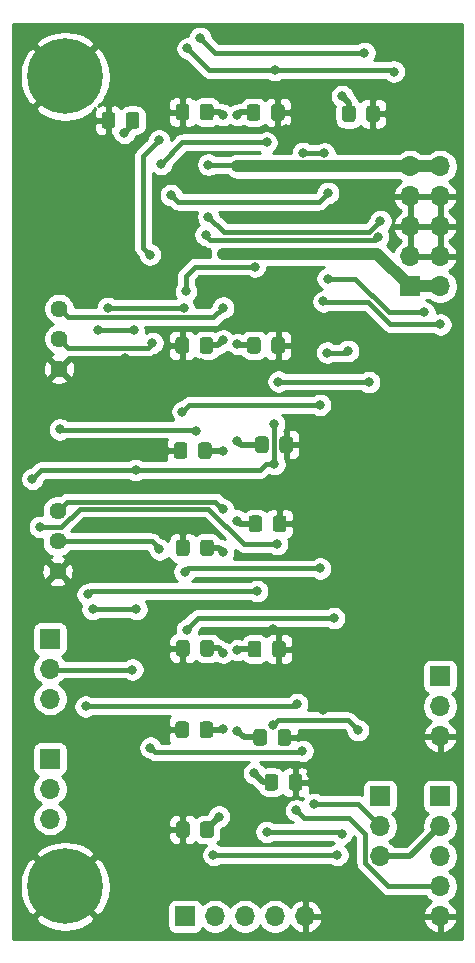
<source format=gbr>
G04 #@! TF.GenerationSoftware,KiCad,Pcbnew,5.1.6-c6e7f7d~86~ubuntu18.04.1*
G04 #@! TF.CreationDate,2020-06-20T10:02:23-04:00*
G04 #@! TF.ProjectId,sub_osc_board,7375625f-6f73-4635-9f62-6f6172642e6b,rev?*
G04 #@! TF.SameCoordinates,Original*
G04 #@! TF.FileFunction,Copper,L2,Bot*
G04 #@! TF.FilePolarity,Positive*
%FSLAX46Y46*%
G04 Gerber Fmt 4.6, Leading zero omitted, Abs format (unit mm)*
G04 Created by KiCad (PCBNEW 5.1.6-c6e7f7d~86~ubuntu18.04.1) date 2020-06-20 10:02:23*
%MOMM*%
%LPD*%
G01*
G04 APERTURE LIST*
G04 #@! TA.AperFunction,ComponentPad*
%ADD10O,1.700000X1.700000*%
G04 #@! TD*
G04 #@! TA.AperFunction,ComponentPad*
%ADD11R,1.700000X1.700000*%
G04 #@! TD*
G04 #@! TA.AperFunction,ComponentPad*
%ADD12C,0.800000*%
G04 #@! TD*
G04 #@! TA.AperFunction,ComponentPad*
%ADD13C,6.400000*%
G04 #@! TD*
G04 #@! TA.AperFunction,ComponentPad*
%ADD14C,1.440000*%
G04 #@! TD*
G04 #@! TA.AperFunction,ViaPad*
%ADD15C,0.800000*%
G04 #@! TD*
G04 #@! TA.AperFunction,ViaPad*
%ADD16C,1.000000*%
G04 #@! TD*
G04 #@! TA.AperFunction,Conductor*
%ADD17C,0.400000*%
G04 #@! TD*
G04 #@! TA.AperFunction,Conductor*
%ADD18C,1.000000*%
G04 #@! TD*
G04 #@! TA.AperFunction,Conductor*
%ADD19C,0.500000*%
G04 #@! TD*
G04 #@! TA.AperFunction,Conductor*
%ADD20C,0.254000*%
G04 #@! TD*
G04 APERTURE END LIST*
D10*
X80010000Y-118745000D03*
X80010000Y-116205000D03*
D11*
X80010000Y-113665000D03*
D10*
X113030000Y-63500000D03*
X110490000Y-63500000D03*
X113030000Y-66040000D03*
X110490000Y-66040000D03*
X113030000Y-68580000D03*
X110490000Y-68580000D03*
X113030000Y-71120000D03*
X110490000Y-71120000D03*
X113030000Y-73660000D03*
D11*
X110490000Y-73660000D03*
D10*
X80010000Y-108585000D03*
X80010000Y-106045000D03*
D11*
X80010000Y-103505000D03*
D10*
X107950000Y-121920000D03*
X107950000Y-119380000D03*
D11*
X107950000Y-116840000D03*
D10*
X101600000Y-127000000D03*
X99060000Y-127000000D03*
X96520000Y-127000000D03*
X93980000Y-127000000D03*
D11*
X91440000Y-127000000D03*
D12*
X82977056Y-122762944D03*
X81280000Y-122060000D03*
X79582944Y-122762944D03*
X78880000Y-124460000D03*
X79582944Y-126157056D03*
X81280000Y-126860000D03*
X82977056Y-126157056D03*
X83680000Y-124460000D03*
D13*
X81280000Y-124460000D03*
D12*
X82977056Y-54182944D03*
X81280000Y-53480000D03*
X79582944Y-54182944D03*
X78880000Y-55880000D03*
X79582944Y-57577056D03*
X81280000Y-58280000D03*
X82977056Y-57577056D03*
X83680000Y-55880000D03*
D13*
X81280000Y-55880000D03*
D10*
X113030000Y-111760000D03*
X113030000Y-109220000D03*
D11*
X113030000Y-106680000D03*
D10*
X113030000Y-127000000D03*
X113030000Y-124460000D03*
X113030000Y-121920000D03*
X113030000Y-119380000D03*
D11*
X113030000Y-116840000D03*
D14*
X80645000Y-97790000D03*
X80645000Y-95250000D03*
X80645000Y-92710000D03*
X80772000Y-80645000D03*
X80772000Y-78105000D03*
X80772000Y-75565000D03*
G04 #@! TA.AperFunction,SMDPad,CuDef*
G36*
G01*
X86425000Y-60050001D02*
X86425000Y-59149999D01*
G75*
G02*
X86674999Y-58900000I249999J0D01*
G01*
X87325001Y-58900000D01*
G75*
G02*
X87575000Y-59149999I0J-249999D01*
G01*
X87575000Y-60050001D01*
G75*
G02*
X87325001Y-60300000I-249999J0D01*
G01*
X86674999Y-60300000D01*
G75*
G02*
X86425000Y-60050001I0J249999D01*
G01*
G37*
G04 #@! TD.AperFunction*
G04 #@! TA.AperFunction,SMDPad,CuDef*
G36*
G01*
X84375000Y-60050001D02*
X84375000Y-59149999D01*
G75*
G02*
X84624999Y-58900000I249999J0D01*
G01*
X85275001Y-58900000D01*
G75*
G02*
X85525000Y-59149999I0J-249999D01*
G01*
X85525000Y-60050001D01*
G75*
G02*
X85275001Y-60300000I-249999J0D01*
G01*
X84624999Y-60300000D01*
G75*
G02*
X84375000Y-60050001I0J249999D01*
G01*
G37*
G04 #@! TD.AperFunction*
G04 #@! TA.AperFunction,SMDPad,CuDef*
G36*
G01*
X91825000Y-119199999D02*
X91825000Y-120100001D01*
G75*
G02*
X91575001Y-120350000I-249999J0D01*
G01*
X90924999Y-120350000D01*
G75*
G02*
X90675000Y-120100001I0J249999D01*
G01*
X90675000Y-119199999D01*
G75*
G02*
X90924999Y-118950000I249999J0D01*
G01*
X91575001Y-118950000D01*
G75*
G02*
X91825000Y-119199999I0J-249999D01*
G01*
G37*
G04 #@! TD.AperFunction*
G04 #@! TA.AperFunction,SMDPad,CuDef*
G36*
G01*
X93875000Y-119199999D02*
X93875000Y-120100001D01*
G75*
G02*
X93625001Y-120350000I-249999J0D01*
G01*
X92974999Y-120350000D01*
G75*
G02*
X92725000Y-120100001I0J249999D01*
G01*
X92725000Y-119199999D01*
G75*
G02*
X92974999Y-118950000I249999J0D01*
G01*
X93625001Y-118950000D01*
G75*
G02*
X93875000Y-119199999I0J-249999D01*
G01*
G37*
G04 #@! TD.AperFunction*
G04 #@! TA.AperFunction,SMDPad,CuDef*
G36*
G01*
X99325000Y-115199999D02*
X99325000Y-116100001D01*
G75*
G02*
X99075001Y-116350000I-249999J0D01*
G01*
X98424999Y-116350000D01*
G75*
G02*
X98175000Y-116100001I0J249999D01*
G01*
X98175000Y-115199999D01*
G75*
G02*
X98424999Y-114950000I249999J0D01*
G01*
X99075001Y-114950000D01*
G75*
G02*
X99325000Y-115199999I0J-249999D01*
G01*
G37*
G04 #@! TD.AperFunction*
G04 #@! TA.AperFunction,SMDPad,CuDef*
G36*
G01*
X101375000Y-115199999D02*
X101375000Y-116100001D01*
G75*
G02*
X101125001Y-116350000I-249999J0D01*
G01*
X100474999Y-116350000D01*
G75*
G02*
X100225000Y-116100001I0J249999D01*
G01*
X100225000Y-115199999D01*
G75*
G02*
X100474999Y-114950000I249999J0D01*
G01*
X101125001Y-114950000D01*
G75*
G02*
X101375000Y-115199999I0J-249999D01*
G01*
G37*
G04 #@! TD.AperFunction*
G04 #@! TA.AperFunction,SMDPad,CuDef*
G36*
G01*
X91775000Y-110749999D02*
X91775000Y-111650001D01*
G75*
G02*
X91525001Y-111900000I-249999J0D01*
G01*
X90874999Y-111900000D01*
G75*
G02*
X90625000Y-111650001I0J249999D01*
G01*
X90625000Y-110749999D01*
G75*
G02*
X90874999Y-110500000I249999J0D01*
G01*
X91525001Y-110500000D01*
G75*
G02*
X91775000Y-110749999I0J-249999D01*
G01*
G37*
G04 #@! TD.AperFunction*
G04 #@! TA.AperFunction,SMDPad,CuDef*
G36*
G01*
X93825000Y-110749999D02*
X93825000Y-111650001D01*
G75*
G02*
X93575001Y-111900000I-249999J0D01*
G01*
X92924999Y-111900000D01*
G75*
G02*
X92675000Y-111650001I0J249999D01*
G01*
X92675000Y-110749999D01*
G75*
G02*
X92924999Y-110500000I249999J0D01*
G01*
X93575001Y-110500000D01*
G75*
G02*
X93825000Y-110749999I0J-249999D01*
G01*
G37*
G04 #@! TD.AperFunction*
G04 #@! TA.AperFunction,SMDPad,CuDef*
G36*
G01*
X98375000Y-111399999D02*
X98375000Y-112300001D01*
G75*
G02*
X98125001Y-112550000I-249999J0D01*
G01*
X97474999Y-112550000D01*
G75*
G02*
X97225000Y-112300001I0J249999D01*
G01*
X97225000Y-111399999D01*
G75*
G02*
X97474999Y-111150000I249999J0D01*
G01*
X98125001Y-111150000D01*
G75*
G02*
X98375000Y-111399999I0J-249999D01*
G01*
G37*
G04 #@! TD.AperFunction*
G04 #@! TA.AperFunction,SMDPad,CuDef*
G36*
G01*
X100425000Y-111399999D02*
X100425000Y-112300001D01*
G75*
G02*
X100175001Y-112550000I-249999J0D01*
G01*
X99524999Y-112550000D01*
G75*
G02*
X99275000Y-112300001I0J249999D01*
G01*
X99275000Y-111399999D01*
G75*
G02*
X99524999Y-111150000I249999J0D01*
G01*
X100175001Y-111150000D01*
G75*
G02*
X100425000Y-111399999I0J-249999D01*
G01*
G37*
G04 #@! TD.AperFunction*
G04 #@! TA.AperFunction,SMDPad,CuDef*
G36*
G01*
X91824500Y-103860179D02*
X91824500Y-104760181D01*
G75*
G02*
X91574501Y-105010180I-249999J0D01*
G01*
X90924499Y-105010180D01*
G75*
G02*
X90674500Y-104760181I0J249999D01*
G01*
X90674500Y-103860179D01*
G75*
G02*
X90924499Y-103610180I249999J0D01*
G01*
X91574501Y-103610180D01*
G75*
G02*
X91824500Y-103860179I0J-249999D01*
G01*
G37*
G04 #@! TD.AperFunction*
G04 #@! TA.AperFunction,SMDPad,CuDef*
G36*
G01*
X93874500Y-103860179D02*
X93874500Y-104760181D01*
G75*
G02*
X93624501Y-105010180I-249999J0D01*
G01*
X92974499Y-105010180D01*
G75*
G02*
X92724500Y-104760181I0J249999D01*
G01*
X92724500Y-103860179D01*
G75*
G02*
X92974499Y-103610180I249999J0D01*
G01*
X93624501Y-103610180D01*
G75*
G02*
X93874500Y-103860179I0J-249999D01*
G01*
G37*
G04 #@! TD.AperFunction*
G04 #@! TA.AperFunction,SMDPad,CuDef*
G36*
G01*
X97912660Y-103921139D02*
X97912660Y-104821141D01*
G75*
G02*
X97662661Y-105071140I-249999J0D01*
G01*
X97012659Y-105071140D01*
G75*
G02*
X96762660Y-104821141I0J249999D01*
G01*
X96762660Y-103921139D01*
G75*
G02*
X97012659Y-103671140I249999J0D01*
G01*
X97662661Y-103671140D01*
G75*
G02*
X97912660Y-103921139I0J-249999D01*
G01*
G37*
G04 #@! TD.AperFunction*
G04 #@! TA.AperFunction,SMDPad,CuDef*
G36*
G01*
X99962660Y-103921139D02*
X99962660Y-104821141D01*
G75*
G02*
X99712661Y-105071140I-249999J0D01*
G01*
X99062659Y-105071140D01*
G75*
G02*
X98812660Y-104821141I0J249999D01*
G01*
X98812660Y-103921139D01*
G75*
G02*
X99062659Y-103671140I249999J0D01*
G01*
X99712661Y-103671140D01*
G75*
G02*
X99962660Y-103921139I0J-249999D01*
G01*
G37*
G04 #@! TD.AperFunction*
G04 #@! TA.AperFunction,SMDPad,CuDef*
G36*
G01*
X91825660Y-95353719D02*
X91825660Y-96253721D01*
G75*
G02*
X91575661Y-96503720I-249999J0D01*
G01*
X90925659Y-96503720D01*
G75*
G02*
X90675660Y-96253721I0J249999D01*
G01*
X90675660Y-95353719D01*
G75*
G02*
X90925659Y-95103720I249999J0D01*
G01*
X91575661Y-95103720D01*
G75*
G02*
X91825660Y-95353719I0J-249999D01*
G01*
G37*
G04 #@! TD.AperFunction*
G04 #@! TA.AperFunction,SMDPad,CuDef*
G36*
G01*
X93875660Y-95353719D02*
X93875660Y-96253721D01*
G75*
G02*
X93625661Y-96503720I-249999J0D01*
G01*
X92975659Y-96503720D01*
G75*
G02*
X92725660Y-96253721I0J249999D01*
G01*
X92725660Y-95353719D01*
G75*
G02*
X92975659Y-95103720I249999J0D01*
G01*
X93625661Y-95103720D01*
G75*
G02*
X93875660Y-95353719I0J-249999D01*
G01*
G37*
G04 #@! TD.AperFunction*
G04 #@! TA.AperFunction,SMDPad,CuDef*
G36*
G01*
X97846840Y-78208719D02*
X97846840Y-79108721D01*
G75*
G02*
X97596841Y-79358720I-249999J0D01*
G01*
X96946839Y-79358720D01*
G75*
G02*
X96696840Y-79108721I0J249999D01*
G01*
X96696840Y-78208719D01*
G75*
G02*
X96946839Y-77958720I249999J0D01*
G01*
X97596841Y-77958720D01*
G75*
G02*
X97846840Y-78208719I0J-249999D01*
G01*
G37*
G04 #@! TD.AperFunction*
G04 #@! TA.AperFunction,SMDPad,CuDef*
G36*
G01*
X99896840Y-78208719D02*
X99896840Y-79108721D01*
G75*
G02*
X99646841Y-79358720I-249999J0D01*
G01*
X98996839Y-79358720D01*
G75*
G02*
X98746840Y-79108721I0J249999D01*
G01*
X98746840Y-78208719D01*
G75*
G02*
X98996839Y-77958720I249999J0D01*
G01*
X99646841Y-77958720D01*
G75*
G02*
X99896840Y-78208719I0J-249999D01*
G01*
G37*
G04 #@! TD.AperFunction*
G04 #@! TA.AperFunction,SMDPad,CuDef*
G36*
G01*
X91768400Y-78208719D02*
X91768400Y-79108721D01*
G75*
G02*
X91518401Y-79358720I-249999J0D01*
G01*
X90868399Y-79358720D01*
G75*
G02*
X90618400Y-79108721I0J249999D01*
G01*
X90618400Y-78208719D01*
G75*
G02*
X90868399Y-77958720I249999J0D01*
G01*
X91518401Y-77958720D01*
G75*
G02*
X91768400Y-78208719I0J-249999D01*
G01*
G37*
G04 #@! TD.AperFunction*
G04 #@! TA.AperFunction,SMDPad,CuDef*
G36*
G01*
X93818400Y-78208719D02*
X93818400Y-79108721D01*
G75*
G02*
X93568401Y-79358720I-249999J0D01*
G01*
X92918399Y-79358720D01*
G75*
G02*
X92668400Y-79108721I0J249999D01*
G01*
X92668400Y-78208719D01*
G75*
G02*
X92918399Y-77958720I249999J0D01*
G01*
X93568401Y-77958720D01*
G75*
G02*
X93818400Y-78208719I0J-249999D01*
G01*
G37*
G04 #@! TD.AperFunction*
G04 #@! TA.AperFunction,SMDPad,CuDef*
G36*
G01*
X97973620Y-93309019D02*
X97973620Y-94209021D01*
G75*
G02*
X97723621Y-94459020I-249999J0D01*
G01*
X97073619Y-94459020D01*
G75*
G02*
X96823620Y-94209021I0J249999D01*
G01*
X96823620Y-93309019D01*
G75*
G02*
X97073619Y-93059020I249999J0D01*
G01*
X97723621Y-93059020D01*
G75*
G02*
X97973620Y-93309019I0J-249999D01*
G01*
G37*
G04 #@! TD.AperFunction*
G04 #@! TA.AperFunction,SMDPad,CuDef*
G36*
G01*
X100023620Y-93309019D02*
X100023620Y-94209021D01*
G75*
G02*
X99773621Y-94459020I-249999J0D01*
G01*
X99123619Y-94459020D01*
G75*
G02*
X98873620Y-94209021I0J249999D01*
G01*
X98873620Y-93309019D01*
G75*
G02*
X99123619Y-93059020I249999J0D01*
G01*
X99773621Y-93059020D01*
G75*
G02*
X100023620Y-93309019I0J-249999D01*
G01*
G37*
G04 #@! TD.AperFunction*
G04 #@! TA.AperFunction,SMDPad,CuDef*
G36*
G01*
X91643940Y-87116499D02*
X91643940Y-88016501D01*
G75*
G02*
X91393941Y-88266500I-249999J0D01*
G01*
X90743939Y-88266500D01*
G75*
G02*
X90493940Y-88016501I0J249999D01*
G01*
X90493940Y-87116499D01*
G75*
G02*
X90743939Y-86866500I249999J0D01*
G01*
X91393941Y-86866500D01*
G75*
G02*
X91643940Y-87116499I0J-249999D01*
G01*
G37*
G04 #@! TD.AperFunction*
G04 #@! TA.AperFunction,SMDPad,CuDef*
G36*
G01*
X93693940Y-87116499D02*
X93693940Y-88016501D01*
G75*
G02*
X93443941Y-88266500I-249999J0D01*
G01*
X92793939Y-88266500D01*
G75*
G02*
X92543940Y-88016501I0J249999D01*
G01*
X92543940Y-87116499D01*
G75*
G02*
X92793939Y-86866500I249999J0D01*
G01*
X93443941Y-86866500D01*
G75*
G02*
X93693940Y-87116499I0J-249999D01*
G01*
G37*
G04 #@! TD.AperFunction*
G04 #@! TA.AperFunction,SMDPad,CuDef*
G36*
G01*
X97813820Y-58483079D02*
X97813820Y-59383081D01*
G75*
G02*
X97563821Y-59633080I-249999J0D01*
G01*
X96913819Y-59633080D01*
G75*
G02*
X96663820Y-59383081I0J249999D01*
G01*
X96663820Y-58483079D01*
G75*
G02*
X96913819Y-58233080I249999J0D01*
G01*
X97563821Y-58233080D01*
G75*
G02*
X97813820Y-58483079I0J-249999D01*
G01*
G37*
G04 #@! TD.AperFunction*
G04 #@! TA.AperFunction,SMDPad,CuDef*
G36*
G01*
X99863820Y-58483079D02*
X99863820Y-59383081D01*
G75*
G02*
X99613821Y-59633080I-249999J0D01*
G01*
X98963819Y-59633080D01*
G75*
G02*
X98713820Y-59383081I0J249999D01*
G01*
X98713820Y-58483079D01*
G75*
G02*
X98963819Y-58233080I249999J0D01*
G01*
X99613821Y-58233080D01*
G75*
G02*
X99863820Y-58483079I0J-249999D01*
G01*
G37*
G04 #@! TD.AperFunction*
G04 #@! TA.AperFunction,SMDPad,CuDef*
G36*
G01*
X91801420Y-58455139D02*
X91801420Y-59355141D01*
G75*
G02*
X91551421Y-59605140I-249999J0D01*
G01*
X90901419Y-59605140D01*
G75*
G02*
X90651420Y-59355141I0J249999D01*
G01*
X90651420Y-58455139D01*
G75*
G02*
X90901419Y-58205140I249999J0D01*
G01*
X91551421Y-58205140D01*
G75*
G02*
X91801420Y-58455139I0J-249999D01*
G01*
G37*
G04 #@! TD.AperFunction*
G04 #@! TA.AperFunction,SMDPad,CuDef*
G36*
G01*
X93851420Y-58455139D02*
X93851420Y-59355141D01*
G75*
G02*
X93601421Y-59605140I-249999J0D01*
G01*
X92951419Y-59605140D01*
G75*
G02*
X92701420Y-59355141I0J249999D01*
G01*
X92701420Y-58455139D01*
G75*
G02*
X92951419Y-58205140I249999J0D01*
G01*
X93601421Y-58205140D01*
G75*
G02*
X93851420Y-58455139I0J-249999D01*
G01*
G37*
G04 #@! TD.AperFunction*
G04 #@! TA.AperFunction,SMDPad,CuDef*
G36*
G01*
X105875000Y-58599999D02*
X105875000Y-59500001D01*
G75*
G02*
X105625001Y-59750000I-249999J0D01*
G01*
X104974999Y-59750000D01*
G75*
G02*
X104725000Y-59500001I0J249999D01*
G01*
X104725000Y-58599999D01*
G75*
G02*
X104974999Y-58350000I249999J0D01*
G01*
X105625001Y-58350000D01*
G75*
G02*
X105875000Y-58599999I0J-249999D01*
G01*
G37*
G04 #@! TD.AperFunction*
G04 #@! TA.AperFunction,SMDPad,CuDef*
G36*
G01*
X107925000Y-58599999D02*
X107925000Y-59500001D01*
G75*
G02*
X107675001Y-59750000I-249999J0D01*
G01*
X107024999Y-59750000D01*
G75*
G02*
X106775000Y-59500001I0J249999D01*
G01*
X106775000Y-58599999D01*
G75*
G02*
X107024999Y-58350000I249999J0D01*
G01*
X107675001Y-58350000D01*
G75*
G02*
X107925000Y-58599999I0J-249999D01*
G01*
G37*
G04 #@! TD.AperFunction*
G04 #@! TA.AperFunction,SMDPad,CuDef*
G36*
G01*
X98522480Y-86608499D02*
X98522480Y-87508501D01*
G75*
G02*
X98272481Y-87758500I-249999J0D01*
G01*
X97622479Y-87758500D01*
G75*
G02*
X97372480Y-87508501I0J249999D01*
G01*
X97372480Y-86608499D01*
G75*
G02*
X97622479Y-86358500I249999J0D01*
G01*
X98272481Y-86358500D01*
G75*
G02*
X98522480Y-86608499I0J-249999D01*
G01*
G37*
G04 #@! TD.AperFunction*
G04 #@! TA.AperFunction,SMDPad,CuDef*
G36*
G01*
X100572480Y-86608499D02*
X100572480Y-87508501D01*
G75*
G02*
X100322481Y-87758500I-249999J0D01*
G01*
X99672479Y-87758500D01*
G75*
G02*
X99422480Y-87508501I0J249999D01*
G01*
X99422480Y-86608499D01*
G75*
G02*
X99672479Y-86358500I249999J0D01*
G01*
X100322481Y-86358500D01*
G75*
G02*
X100572480Y-86608499I0J-249999D01*
G01*
G37*
G04 #@! TD.AperFunction*
D15*
X98851720Y-102697280D03*
X92801440Y-94134940D03*
X98836480Y-90025220D03*
X102120700Y-114935000D03*
X92753180Y-107685840D03*
X92788740Y-80172560D03*
X99047300Y-74002900D03*
X80098900Y-64770000D03*
X99265740Y-56738520D03*
X108850000Y-86650000D03*
X108775000Y-92125000D03*
X108725000Y-100225000D03*
X108750000Y-106650000D03*
X86200000Y-96975000D03*
X86425000Y-90450000D03*
X86475000Y-87400000D03*
X86400000Y-83425000D03*
X86375000Y-79725000D03*
X85950000Y-73650000D03*
X82350000Y-88050000D03*
X100000000Y-60350000D03*
X96725000Y-52275000D03*
X104350000Y-52350000D03*
X84175000Y-64850000D03*
X90450000Y-107925000D03*
X103136692Y-109500000D03*
X107950000Y-113030000D03*
X86512400Y-103352600D03*
X86588600Y-93751400D03*
X86309200Y-107746800D03*
X86283800Y-110871000D03*
X86563200Y-115849400D03*
X82651600Y-94081600D03*
X97612200Y-67868800D03*
X97739200Y-65252600D03*
X86537800Y-70358000D03*
X81051400Y-90601800D03*
X109753400Y-78892400D03*
X104571800Y-76327000D03*
X103466900Y-79273400D03*
X105251099Y-79121000D03*
X93192600Y-69303900D03*
X107797502Y-69443600D03*
X106629200Y-53886100D03*
X92709992Y-52628792D03*
X107975400Y-68122800D03*
X93408500Y-67767200D03*
X92341700Y-85928200D03*
X80848200Y-85763100D03*
X113055400Y-76885800D03*
X103149400Y-74930000D03*
X111709200Y-75869800D03*
X103505000Y-72999600D03*
X97348040Y-71983600D03*
X91516200Y-74091800D03*
X104051100Y-101752400D03*
X91605100Y-102768400D03*
X88673940Y-78445360D03*
X102867460Y-83687920D03*
X91216480Y-84256880D03*
X89278460Y-95925640D03*
X102872540Y-97538540D03*
X91401320Y-97837680D03*
X101442520Y-62351920D03*
X103235760Y-62395100D03*
X98348800Y-61468000D03*
X89408000Y-63284100D03*
X90238033Y-65927440D03*
X103555800Y-65747900D03*
D16*
X95865811Y-63493789D03*
D15*
X93408500Y-63360300D03*
X95865811Y-59134189D03*
X86300000Y-60675000D03*
X104736830Y-57563170D03*
X95865811Y-78540811D03*
X95865811Y-86784189D03*
X95865811Y-93490811D03*
X95865811Y-104459189D03*
X95865811Y-111265811D03*
X97292000Y-114883000D03*
X94665800Y-92547440D03*
X94665800Y-75468480D03*
D16*
X94665800Y-70891400D03*
D15*
X94665800Y-59156600D03*
X94665800Y-78234200D03*
X94665800Y-87590800D03*
X94665800Y-96165800D03*
X94665800Y-104665800D03*
X94665800Y-111109200D03*
X94313000Y-118563000D03*
X102336600Y-117500400D03*
X86974680Y-106108500D03*
X100931872Y-109023451D03*
X83016879Y-109220000D03*
X100850700Y-118021100D03*
X99034600Y-55346600D03*
X109118399Y-55473600D03*
X91643200Y-53517800D03*
X87083900Y-77368400D03*
X89239931Y-61302950D03*
X84061390Y-77368396D03*
X88468200Y-70967600D03*
X87249000Y-89194640D03*
X99001580Y-88709500D03*
X99001580Y-88709500D03*
X98983800Y-85305900D03*
X78511400Y-89966800D03*
X87325186Y-100990400D03*
X83616890Y-100990400D03*
X97536000Y-99466400D03*
X83185000Y-99733100D03*
X84912200Y-75484999D03*
X91313000Y-75484999D03*
X88506300Y-112722660D03*
X101377962Y-112990218D03*
X98348800Y-119849900D03*
X104694685Y-120022185D03*
X93840300Y-121805700D03*
X104343199Y-121805701D03*
X98907600Y-110794800D03*
X106080210Y-111244977D03*
X99352100Y-81724500D03*
X107028698Y-81762600D03*
X99212400Y-95478600D03*
X79146400Y-94030800D03*
D17*
X103466900Y-79273400D02*
X105098699Y-79273400D01*
X105098699Y-79273400D02*
X105251099Y-79121000D01*
X93192600Y-69303900D02*
X93592599Y-69703899D01*
X107537203Y-69703899D02*
X107797502Y-69443600D01*
X93592599Y-69703899D02*
X107537203Y-69703899D01*
X93967300Y-53886100D02*
X92709992Y-52628792D01*
X106629200Y-53886100D02*
X93967300Y-53886100D01*
X94729300Y-69088000D02*
X93408500Y-67767200D01*
X107010200Y-69088000D02*
X94729300Y-69088000D01*
X107975400Y-68122800D02*
X107010200Y-69088000D01*
X92202000Y-85788500D02*
X92341700Y-85928200D01*
X80848200Y-85763100D02*
X80873600Y-85788500D01*
X80873600Y-85788500D02*
X92202000Y-85788500D01*
X108813600Y-76860400D02*
X113030000Y-76860400D01*
X113030000Y-76860400D02*
X113055400Y-76885800D01*
X103149400Y-74930000D02*
X103200200Y-74980800D01*
X103200200Y-74980800D02*
X106934000Y-74980800D01*
X106934000Y-74980800D02*
X108813600Y-76860400D01*
X111709200Y-75869800D02*
X108671542Y-75869800D01*
X108671542Y-75869800D02*
X105801342Y-72999600D01*
X105801342Y-72999600D02*
X103505000Y-72999600D01*
X92303600Y-71983600D02*
X97348040Y-71983600D01*
X91516200Y-74091800D02*
X91516200Y-72771000D01*
X91516200Y-72771000D02*
X92303600Y-71983600D01*
X91681300Y-102577900D02*
X92506800Y-101752400D01*
X92506800Y-101752400D02*
X104051100Y-101752400D01*
X81512359Y-78845359D02*
X80772000Y-78105000D01*
X88673940Y-78445360D02*
X88273941Y-78845359D01*
X88273941Y-78845359D02*
X81512359Y-78845359D01*
X91785440Y-83687920D02*
X102867460Y-83687920D01*
X91216480Y-84256880D02*
X91785440Y-83687920D01*
X88602820Y-95250000D02*
X80645000Y-95250000D01*
X89278460Y-95925640D02*
X88602820Y-95250000D01*
X91700460Y-97538540D02*
X102872540Y-97538540D01*
X91401320Y-97837680D02*
X91700460Y-97538540D01*
X101442520Y-62351920D02*
X103192580Y-62351920D01*
X103192580Y-62351920D02*
X103235760Y-62395100D01*
X91224100Y-61468000D02*
X89408000Y-63284100D01*
X98348800Y-61468000D02*
X91224100Y-61468000D01*
X102806500Y-66497200D02*
X103555800Y-65747900D01*
X90238033Y-65927440D02*
X90807793Y-66497200D01*
X90807793Y-66497200D02*
X102806500Y-66497200D01*
D18*
X113030000Y-63500000D02*
X110490000Y-63500000D01*
X95872022Y-63500000D02*
X95865811Y-63493789D01*
X110490000Y-63500000D02*
X95872022Y-63500000D01*
D17*
X95732322Y-63360300D02*
X95865811Y-63493789D01*
X93408500Y-63360300D02*
X95732322Y-63360300D01*
D19*
X96066920Y-58933080D02*
X95865811Y-59134189D01*
X97238820Y-58933080D02*
X96066920Y-58933080D01*
X87000000Y-59600000D02*
X87000000Y-59975000D01*
X87000000Y-59975000D02*
X86300000Y-60675000D01*
X105300000Y-58126340D02*
X104736830Y-57563170D01*
X105300000Y-59050000D02*
X105300000Y-58126340D01*
X95983720Y-78658720D02*
X95865811Y-78540811D01*
X97271840Y-78658720D02*
X95983720Y-78658720D01*
X96140122Y-87058500D02*
X95865811Y-86784189D01*
X97947480Y-87058500D02*
X96140122Y-87058500D01*
X96134020Y-93759020D02*
X95865811Y-93490811D01*
X97398620Y-93759020D02*
X96134020Y-93759020D01*
X95953860Y-104371140D02*
X95865811Y-104459189D01*
X97337660Y-104371140D02*
X95953860Y-104371140D01*
X96450000Y-111850000D02*
X95865811Y-111265811D01*
X97800000Y-111850000D02*
X96450000Y-111850000D01*
X98059000Y-115650000D02*
X97292000Y-114883000D01*
X98750000Y-115650000D02*
X98059000Y-115650000D01*
D17*
X80772000Y-75565000D02*
X81491999Y-76284999D01*
X93849281Y-76284999D02*
X94665800Y-75468480D01*
X81491999Y-76284999D02*
X93849281Y-76284999D01*
D18*
X113030000Y-73660000D02*
X110490000Y-73660000D01*
X107713599Y-70883599D02*
X94673601Y-70883599D01*
X94673601Y-70883599D02*
X94665800Y-70891400D01*
X110490000Y-73660000D02*
X107713599Y-70883599D01*
D17*
X81476151Y-91878849D02*
X93997209Y-91878849D01*
X93997209Y-91878849D02*
X94665800Y-92547440D01*
X80645000Y-92710000D02*
X81476151Y-91878849D01*
D19*
X93276420Y-58905140D02*
X94414340Y-58905140D01*
X94414340Y-58905140D02*
X94665800Y-59156600D01*
X94241280Y-78658720D02*
X94665800Y-78234200D01*
X93243400Y-78658720D02*
X94241280Y-78658720D01*
X93118940Y-87566500D02*
X94641500Y-87566500D01*
X94641500Y-87566500D02*
X94665800Y-87590800D01*
X94303720Y-95803720D02*
X94665800Y-96165800D01*
X93300660Y-95803720D02*
X94303720Y-95803720D01*
X94310180Y-104310180D02*
X94665800Y-104665800D01*
X93299500Y-104310180D02*
X94310180Y-104310180D01*
X93250000Y-111200000D02*
X94575000Y-111200000D01*
X94575000Y-111200000D02*
X94665800Y-111109200D01*
X93300000Y-119576000D02*
X94313000Y-118563000D01*
X93300000Y-119650000D02*
X93300000Y-119576000D01*
D17*
X106070400Y-117500400D02*
X102336600Y-117500400D01*
X107950000Y-119380000D02*
X106070400Y-117500400D01*
X80073500Y-106108500D02*
X80010000Y-106045000D01*
X86974680Y-106108500D02*
X80073500Y-106108500D01*
X100931872Y-109023451D02*
X100735323Y-109220000D01*
X100735323Y-109220000D02*
X83016879Y-109220000D01*
X106699999Y-122520001D02*
X108639998Y-124460000D01*
X106699999Y-120019999D02*
X106699999Y-122520001D01*
X108639998Y-124460000D02*
X113030000Y-124460000D01*
X105336001Y-118656001D02*
X106699999Y-120019999D01*
X101485601Y-118656001D02*
X105336001Y-118656001D01*
X100850700Y-118021100D02*
X101485601Y-118656001D01*
X99034600Y-55346600D02*
X108991399Y-55346600D01*
X108991399Y-55346600D02*
X109118399Y-55473600D01*
X93472000Y-55346600D02*
X99034600Y-55346600D01*
X91643200Y-53517800D02*
X93472000Y-55346600D01*
D19*
X110490000Y-121920000D02*
X113030000Y-119380000D01*
X107950000Y-121920000D02*
X110490000Y-121920000D01*
D17*
X87083900Y-77368400D02*
X84061394Y-77368400D01*
X84061394Y-77368400D02*
X84061390Y-77368396D01*
X87884000Y-62658881D02*
X89239931Y-61302950D01*
X88468200Y-70967600D02*
X87884000Y-70383400D01*
X87884000Y-70383400D02*
X87884000Y-62658881D01*
X97828100Y-89194640D02*
X87249000Y-89194640D01*
X99001580Y-88709500D02*
X98313240Y-88709500D01*
X98313240Y-88709500D02*
X97828100Y-89194640D01*
X99001580Y-86964520D02*
X99001580Y-88709500D01*
X98983800Y-85305900D02*
X99001580Y-85323680D01*
X99001580Y-85323680D02*
X99001580Y-86964520D01*
X79283560Y-89194640D02*
X78511400Y-89966800D01*
X87249000Y-89194640D02*
X79283560Y-89194640D01*
X87325186Y-100990400D02*
X83616890Y-100990400D01*
X97536000Y-99466400D02*
X83451700Y-99466400D01*
X83451700Y-99466400D02*
X83185000Y-99733100D01*
X84912200Y-75484999D02*
X91313000Y-75484999D01*
X88906299Y-113122659D02*
X101245521Y-113122659D01*
X88506300Y-112722660D02*
X88906299Y-113122659D01*
X101245521Y-113122659D02*
X101377962Y-112990218D01*
X104522400Y-119849900D02*
X104694685Y-120022185D01*
X98348800Y-119849900D02*
X104522400Y-119849900D01*
X93840300Y-121805700D02*
X94405986Y-121805701D01*
X94405986Y-121805701D02*
X104343199Y-121805701D01*
X98907600Y-110794800D02*
X99307599Y-110394801D01*
X105230034Y-110394801D02*
X106080210Y-111244977D01*
X99307599Y-110394801D02*
X105230034Y-110394801D01*
X99352100Y-81724500D02*
X106990598Y-81724500D01*
X106990598Y-81724500D02*
X107028698Y-81762600D01*
X80969200Y-94030800D02*
X79146400Y-94030800D01*
X93395800Y-92478860D02*
X82521140Y-92478860D01*
X82521140Y-92478860D02*
X80969200Y-94030800D01*
X99212400Y-95478600D02*
X96395540Y-95478600D01*
X96395540Y-95478600D02*
X93395800Y-92478860D01*
D20*
G36*
X114910000Y-128880000D02*
G01*
X76860000Y-128880000D01*
X76860000Y-127160881D01*
X78758724Y-127160881D01*
X79118912Y-127650548D01*
X79782882Y-128010849D01*
X80504385Y-128234694D01*
X81255695Y-128313480D01*
X82007938Y-128244178D01*
X82732208Y-128029452D01*
X83400670Y-127677555D01*
X83441088Y-127650548D01*
X83801276Y-127160881D01*
X81280000Y-124639605D01*
X78758724Y-127160881D01*
X76860000Y-127160881D01*
X76860000Y-124435695D01*
X77426520Y-124435695D01*
X77495822Y-125187938D01*
X77710548Y-125912208D01*
X78062445Y-126580670D01*
X78089452Y-126621088D01*
X78579119Y-126981276D01*
X81100395Y-124460000D01*
X81459605Y-124460000D01*
X83980881Y-126981276D01*
X84470548Y-126621088D01*
X84726182Y-126150000D01*
X89951928Y-126150000D01*
X89951928Y-127850000D01*
X89964188Y-127974482D01*
X90000498Y-128094180D01*
X90059463Y-128204494D01*
X90138815Y-128301185D01*
X90235506Y-128380537D01*
X90345820Y-128439502D01*
X90465518Y-128475812D01*
X90590000Y-128488072D01*
X92290000Y-128488072D01*
X92414482Y-128475812D01*
X92534180Y-128439502D01*
X92644494Y-128380537D01*
X92741185Y-128301185D01*
X92820537Y-128204494D01*
X92879502Y-128094180D01*
X92901513Y-128021620D01*
X93033368Y-128153475D01*
X93276589Y-128315990D01*
X93546842Y-128427932D01*
X93833740Y-128485000D01*
X94126260Y-128485000D01*
X94413158Y-128427932D01*
X94683411Y-128315990D01*
X94926632Y-128153475D01*
X95133475Y-127946632D01*
X95250000Y-127772240D01*
X95366525Y-127946632D01*
X95573368Y-128153475D01*
X95816589Y-128315990D01*
X96086842Y-128427932D01*
X96373740Y-128485000D01*
X96666260Y-128485000D01*
X96953158Y-128427932D01*
X97223411Y-128315990D01*
X97466632Y-128153475D01*
X97673475Y-127946632D01*
X97790000Y-127772240D01*
X97906525Y-127946632D01*
X98113368Y-128153475D01*
X98356589Y-128315990D01*
X98626842Y-128427932D01*
X98913740Y-128485000D01*
X99206260Y-128485000D01*
X99493158Y-128427932D01*
X99763411Y-128315990D01*
X100006632Y-128153475D01*
X100213475Y-127946632D01*
X100335195Y-127764466D01*
X100404822Y-127881355D01*
X100599731Y-128097588D01*
X100833080Y-128271641D01*
X101095901Y-128396825D01*
X101243110Y-128441476D01*
X101473000Y-128320155D01*
X101473000Y-127127000D01*
X101727000Y-127127000D01*
X101727000Y-128320155D01*
X101956890Y-128441476D01*
X102104099Y-128396825D01*
X102366920Y-128271641D01*
X102600269Y-128097588D01*
X102795178Y-127881355D01*
X102944157Y-127631252D01*
X103041481Y-127356891D01*
X103041481Y-127356890D01*
X111588524Y-127356890D01*
X111633175Y-127504099D01*
X111758359Y-127766920D01*
X111932412Y-128000269D01*
X112148645Y-128195178D01*
X112398748Y-128344157D01*
X112673109Y-128441481D01*
X112903000Y-128320814D01*
X112903000Y-127127000D01*
X113157000Y-127127000D01*
X113157000Y-128320814D01*
X113386891Y-128441481D01*
X113661252Y-128344157D01*
X113911355Y-128195178D01*
X114127588Y-128000269D01*
X114301641Y-127766920D01*
X114426825Y-127504099D01*
X114471476Y-127356890D01*
X114350155Y-127127000D01*
X113157000Y-127127000D01*
X112903000Y-127127000D01*
X111709845Y-127127000D01*
X111588524Y-127356890D01*
X103041481Y-127356890D01*
X102920814Y-127127000D01*
X101727000Y-127127000D01*
X101473000Y-127127000D01*
X101453000Y-127127000D01*
X101453000Y-126873000D01*
X101473000Y-126873000D01*
X101473000Y-125679845D01*
X101727000Y-125679845D01*
X101727000Y-126873000D01*
X102920814Y-126873000D01*
X103041481Y-126643109D01*
X102944157Y-126368748D01*
X102795178Y-126118645D01*
X102600269Y-125902412D01*
X102366920Y-125728359D01*
X102104099Y-125603175D01*
X101956890Y-125558524D01*
X101727000Y-125679845D01*
X101473000Y-125679845D01*
X101243110Y-125558524D01*
X101095901Y-125603175D01*
X100833080Y-125728359D01*
X100599731Y-125902412D01*
X100404822Y-126118645D01*
X100335195Y-126235534D01*
X100213475Y-126053368D01*
X100006632Y-125846525D01*
X99763411Y-125684010D01*
X99493158Y-125572068D01*
X99206260Y-125515000D01*
X98913740Y-125515000D01*
X98626842Y-125572068D01*
X98356589Y-125684010D01*
X98113368Y-125846525D01*
X97906525Y-126053368D01*
X97790000Y-126227760D01*
X97673475Y-126053368D01*
X97466632Y-125846525D01*
X97223411Y-125684010D01*
X96953158Y-125572068D01*
X96666260Y-125515000D01*
X96373740Y-125515000D01*
X96086842Y-125572068D01*
X95816589Y-125684010D01*
X95573368Y-125846525D01*
X95366525Y-126053368D01*
X95250000Y-126227760D01*
X95133475Y-126053368D01*
X94926632Y-125846525D01*
X94683411Y-125684010D01*
X94413158Y-125572068D01*
X94126260Y-125515000D01*
X93833740Y-125515000D01*
X93546842Y-125572068D01*
X93276589Y-125684010D01*
X93033368Y-125846525D01*
X92901513Y-125978380D01*
X92879502Y-125905820D01*
X92820537Y-125795506D01*
X92741185Y-125698815D01*
X92644494Y-125619463D01*
X92534180Y-125560498D01*
X92414482Y-125524188D01*
X92290000Y-125511928D01*
X90590000Y-125511928D01*
X90465518Y-125524188D01*
X90345820Y-125560498D01*
X90235506Y-125619463D01*
X90138815Y-125698815D01*
X90059463Y-125795506D01*
X90000498Y-125905820D01*
X89964188Y-126025518D01*
X89951928Y-126150000D01*
X84726182Y-126150000D01*
X84830849Y-125957118D01*
X85054694Y-125235615D01*
X85133480Y-124484305D01*
X85064178Y-123732062D01*
X84849452Y-123007792D01*
X84497555Y-122339330D01*
X84470548Y-122298912D01*
X83980881Y-121938724D01*
X81459605Y-124460000D01*
X81100395Y-124460000D01*
X78579119Y-121938724D01*
X78089452Y-122298912D01*
X77729151Y-122962882D01*
X77505306Y-123684385D01*
X77426520Y-124435695D01*
X76860000Y-124435695D01*
X76860000Y-121759119D01*
X78758724Y-121759119D01*
X81280000Y-124280395D01*
X83801276Y-121759119D01*
X83441088Y-121269452D01*
X82777118Y-120909151D01*
X82055615Y-120685306D01*
X81304305Y-120606520D01*
X80552062Y-120675822D01*
X79827792Y-120890548D01*
X79159330Y-121242445D01*
X79118912Y-121269452D01*
X78758724Y-121759119D01*
X76860000Y-121759119D01*
X76860000Y-120350000D01*
X90036928Y-120350000D01*
X90049188Y-120474482D01*
X90085498Y-120594180D01*
X90144463Y-120704494D01*
X90223815Y-120801185D01*
X90320506Y-120880537D01*
X90430820Y-120939502D01*
X90550518Y-120975812D01*
X90675000Y-120988072D01*
X90964250Y-120985000D01*
X91123000Y-120826250D01*
X91123000Y-119777000D01*
X90198750Y-119777000D01*
X90040000Y-119935750D01*
X90036928Y-120350000D01*
X76860000Y-120350000D01*
X76860000Y-112815000D01*
X78521928Y-112815000D01*
X78521928Y-114515000D01*
X78534188Y-114639482D01*
X78570498Y-114759180D01*
X78629463Y-114869494D01*
X78708815Y-114966185D01*
X78805506Y-115045537D01*
X78915820Y-115104502D01*
X78988380Y-115126513D01*
X78856525Y-115258368D01*
X78694010Y-115501589D01*
X78582068Y-115771842D01*
X78525000Y-116058740D01*
X78525000Y-116351260D01*
X78582068Y-116638158D01*
X78694010Y-116908411D01*
X78856525Y-117151632D01*
X79063368Y-117358475D01*
X79237760Y-117475000D01*
X79063368Y-117591525D01*
X78856525Y-117798368D01*
X78694010Y-118041589D01*
X78582068Y-118311842D01*
X78525000Y-118598740D01*
X78525000Y-118891260D01*
X78582068Y-119178158D01*
X78694010Y-119448411D01*
X78856525Y-119691632D01*
X79063368Y-119898475D01*
X79306589Y-120060990D01*
X79576842Y-120172932D01*
X79863740Y-120230000D01*
X80156260Y-120230000D01*
X80443158Y-120172932D01*
X80713411Y-120060990D01*
X80956632Y-119898475D01*
X81163475Y-119691632D01*
X81325990Y-119448411D01*
X81437932Y-119178158D01*
X81483315Y-118950000D01*
X90036928Y-118950000D01*
X90040000Y-119364250D01*
X90198750Y-119523000D01*
X91123000Y-119523000D01*
X91123000Y-118473750D01*
X91377000Y-118473750D01*
X91377000Y-119523000D01*
X91397000Y-119523000D01*
X91397000Y-119777000D01*
X91377000Y-119777000D01*
X91377000Y-120826250D01*
X91535750Y-120985000D01*
X91825000Y-120988072D01*
X91949482Y-120975812D01*
X92069180Y-120939502D01*
X92179494Y-120880537D01*
X92276185Y-120801185D01*
X92341658Y-120721406D01*
X92347038Y-120727962D01*
X92481613Y-120838405D01*
X92635149Y-120920472D01*
X92801745Y-120971008D01*
X92974999Y-120988072D01*
X93201016Y-120988072D01*
X93180526Y-121001763D01*
X93036363Y-121145926D01*
X92923095Y-121315444D01*
X92845074Y-121503802D01*
X92805300Y-121703761D01*
X92805300Y-121907639D01*
X92845074Y-122107598D01*
X92923095Y-122295956D01*
X93036363Y-122465474D01*
X93180526Y-122609637D01*
X93350044Y-122722905D01*
X93538402Y-122800926D01*
X93738361Y-122840700D01*
X93942239Y-122840700D01*
X94142198Y-122800926D01*
X94330556Y-122722905D01*
X94453583Y-122640701D01*
X103729914Y-122640701D01*
X103852943Y-122722906D01*
X104041301Y-122800927D01*
X104241260Y-122840701D01*
X104445138Y-122840701D01*
X104645097Y-122800927D01*
X104833455Y-122722906D01*
X105002973Y-122609638D01*
X105147136Y-122465475D01*
X105260404Y-122295957D01*
X105338425Y-122107599D01*
X105378199Y-121907640D01*
X105378199Y-121703762D01*
X105338425Y-121503803D01*
X105260404Y-121315445D01*
X105147136Y-121145927D01*
X105012165Y-121010956D01*
X105184941Y-120939390D01*
X105354459Y-120826122D01*
X105498622Y-120681959D01*
X105611890Y-120512441D01*
X105689911Y-120324083D01*
X105712027Y-120212895D01*
X105864999Y-120365867D01*
X105865000Y-122478973D01*
X105860959Y-122520001D01*
X105877081Y-122683689D01*
X105924827Y-122841087D01*
X106001465Y-122984466D01*
X106002364Y-122986147D01*
X106106709Y-123113292D01*
X106138573Y-123139442D01*
X108020561Y-125021432D01*
X108046707Y-125053291D01*
X108078566Y-125079437D01*
X108078568Y-125079439D01*
X108173852Y-125157636D01*
X108318911Y-125235172D01*
X108476309Y-125282918D01*
X108639998Y-125299040D01*
X108681016Y-125295000D01*
X111801935Y-125295000D01*
X111876525Y-125406632D01*
X112083368Y-125613475D01*
X112265534Y-125735195D01*
X112148645Y-125804822D01*
X111932412Y-125999731D01*
X111758359Y-126233080D01*
X111633175Y-126495901D01*
X111588524Y-126643110D01*
X111709845Y-126873000D01*
X112903000Y-126873000D01*
X112903000Y-126853000D01*
X113157000Y-126853000D01*
X113157000Y-126873000D01*
X114350155Y-126873000D01*
X114471476Y-126643110D01*
X114426825Y-126495901D01*
X114301641Y-126233080D01*
X114127588Y-125999731D01*
X113911355Y-125804822D01*
X113794466Y-125735195D01*
X113976632Y-125613475D01*
X114183475Y-125406632D01*
X114345990Y-125163411D01*
X114457932Y-124893158D01*
X114515000Y-124606260D01*
X114515000Y-124313740D01*
X114457932Y-124026842D01*
X114345990Y-123756589D01*
X114183475Y-123513368D01*
X113976632Y-123306525D01*
X113802240Y-123190000D01*
X113976632Y-123073475D01*
X114183475Y-122866632D01*
X114345990Y-122623411D01*
X114457932Y-122353158D01*
X114515000Y-122066260D01*
X114515000Y-121773740D01*
X114457932Y-121486842D01*
X114345990Y-121216589D01*
X114183475Y-120973368D01*
X113976632Y-120766525D01*
X113802240Y-120650000D01*
X113976632Y-120533475D01*
X114183475Y-120326632D01*
X114345990Y-120083411D01*
X114457932Y-119813158D01*
X114515000Y-119526260D01*
X114515000Y-119233740D01*
X114457932Y-118946842D01*
X114345990Y-118676589D01*
X114183475Y-118433368D01*
X114051620Y-118301513D01*
X114124180Y-118279502D01*
X114234494Y-118220537D01*
X114331185Y-118141185D01*
X114410537Y-118044494D01*
X114469502Y-117934180D01*
X114505812Y-117814482D01*
X114518072Y-117690000D01*
X114518072Y-115990000D01*
X114505812Y-115865518D01*
X114469502Y-115745820D01*
X114410537Y-115635506D01*
X114331185Y-115538815D01*
X114234494Y-115459463D01*
X114124180Y-115400498D01*
X114004482Y-115364188D01*
X113880000Y-115351928D01*
X112180000Y-115351928D01*
X112055518Y-115364188D01*
X111935820Y-115400498D01*
X111825506Y-115459463D01*
X111728815Y-115538815D01*
X111649463Y-115635506D01*
X111590498Y-115745820D01*
X111554188Y-115865518D01*
X111541928Y-115990000D01*
X111541928Y-117690000D01*
X111554188Y-117814482D01*
X111590498Y-117934180D01*
X111649463Y-118044494D01*
X111728815Y-118141185D01*
X111825506Y-118220537D01*
X111935820Y-118279502D01*
X112008380Y-118301513D01*
X111876525Y-118433368D01*
X111714010Y-118676589D01*
X111602068Y-118946842D01*
X111545000Y-119233740D01*
X111545000Y-119526260D01*
X111559461Y-119598960D01*
X110123422Y-121035000D01*
X109144656Y-121035000D01*
X109103475Y-120973368D01*
X108896632Y-120766525D01*
X108722240Y-120650000D01*
X108896632Y-120533475D01*
X109103475Y-120326632D01*
X109265990Y-120083411D01*
X109377932Y-119813158D01*
X109435000Y-119526260D01*
X109435000Y-119233740D01*
X109377932Y-118946842D01*
X109265990Y-118676589D01*
X109103475Y-118433368D01*
X108971620Y-118301513D01*
X109044180Y-118279502D01*
X109154494Y-118220537D01*
X109251185Y-118141185D01*
X109330537Y-118044494D01*
X109389502Y-117934180D01*
X109425812Y-117814482D01*
X109438072Y-117690000D01*
X109438072Y-115990000D01*
X109425812Y-115865518D01*
X109389502Y-115745820D01*
X109330537Y-115635506D01*
X109251185Y-115538815D01*
X109154494Y-115459463D01*
X109044180Y-115400498D01*
X108924482Y-115364188D01*
X108800000Y-115351928D01*
X107100000Y-115351928D01*
X106975518Y-115364188D01*
X106855820Y-115400498D01*
X106745506Y-115459463D01*
X106648815Y-115538815D01*
X106569463Y-115635506D01*
X106510498Y-115745820D01*
X106474188Y-115865518D01*
X106461928Y-115990000D01*
X106461928Y-116762880D01*
X106391487Y-116725228D01*
X106234089Y-116677482D01*
X106111419Y-116665400D01*
X106111418Y-116665400D01*
X106070400Y-116661360D01*
X106029382Y-116665400D01*
X102949885Y-116665400D01*
X102826856Y-116583195D01*
X102638498Y-116505174D01*
X102438539Y-116465400D01*
X102234661Y-116465400D01*
X102034702Y-116505174D01*
X101985293Y-116525640D01*
X102000812Y-116474482D01*
X102013072Y-116350000D01*
X102010000Y-115935750D01*
X101851250Y-115777000D01*
X100927000Y-115777000D01*
X100927000Y-116826250D01*
X101085750Y-116985000D01*
X101375000Y-116988072D01*
X101438309Y-116981837D01*
X101419395Y-117010144D01*
X101371976Y-117124622D01*
X101340956Y-117103895D01*
X101152598Y-117025874D01*
X100952639Y-116986100D01*
X100748761Y-116986100D01*
X100548802Y-117025874D01*
X100360444Y-117103895D01*
X100190926Y-117217163D01*
X100046763Y-117361326D01*
X99933495Y-117530844D01*
X99855474Y-117719202D01*
X99815700Y-117919161D01*
X99815700Y-118123039D01*
X99855474Y-118322998D01*
X99933495Y-118511356D01*
X100046763Y-118680874D01*
X100190926Y-118825037D01*
X100360444Y-118938305D01*
X100545359Y-119014900D01*
X98962085Y-119014900D01*
X98839056Y-118932695D01*
X98650698Y-118854674D01*
X98450739Y-118814900D01*
X98246861Y-118814900D01*
X98046902Y-118854674D01*
X97858544Y-118932695D01*
X97689026Y-119045963D01*
X97544863Y-119190126D01*
X97431595Y-119359644D01*
X97353574Y-119548002D01*
X97313800Y-119747961D01*
X97313800Y-119951839D01*
X97353574Y-120151798D01*
X97431595Y-120340156D01*
X97544863Y-120509674D01*
X97689026Y-120653837D01*
X97858544Y-120767105D01*
X98046902Y-120845126D01*
X98246861Y-120884900D01*
X98450739Y-120884900D01*
X98650698Y-120845126D01*
X98839056Y-120767105D01*
X98962085Y-120684900D01*
X103893689Y-120684900D01*
X104025719Y-120816930D01*
X103852943Y-120888496D01*
X103729914Y-120970701D01*
X94453586Y-120970701D01*
X94330556Y-120888495D01*
X94148992Y-120813288D01*
X94252962Y-120727962D01*
X94363405Y-120593387D01*
X94445472Y-120439851D01*
X94496008Y-120273255D01*
X94513072Y-120100001D01*
X94513072Y-119614507D01*
X94558044Y-119569535D01*
X94614898Y-119558226D01*
X94803256Y-119480205D01*
X94972774Y-119366937D01*
X95116937Y-119222774D01*
X95230205Y-119053256D01*
X95308226Y-118864898D01*
X95348000Y-118664939D01*
X95348000Y-118461061D01*
X95308226Y-118261102D01*
X95230205Y-118072744D01*
X95116937Y-117903226D01*
X94972774Y-117759063D01*
X94803256Y-117645795D01*
X94614898Y-117567774D01*
X94414939Y-117528000D01*
X94211061Y-117528000D01*
X94011102Y-117567774D01*
X93822744Y-117645795D01*
X93653226Y-117759063D01*
X93509063Y-117903226D01*
X93395795Y-118072744D01*
X93317774Y-118261102D01*
X93307664Y-118311928D01*
X92974999Y-118311928D01*
X92801745Y-118328992D01*
X92635149Y-118379528D01*
X92481613Y-118461595D01*
X92347038Y-118572038D01*
X92341658Y-118578594D01*
X92276185Y-118498815D01*
X92179494Y-118419463D01*
X92069180Y-118360498D01*
X91949482Y-118324188D01*
X91825000Y-118311928D01*
X91535750Y-118315000D01*
X91377000Y-118473750D01*
X91123000Y-118473750D01*
X90964250Y-118315000D01*
X90675000Y-118311928D01*
X90550518Y-118324188D01*
X90430820Y-118360498D01*
X90320506Y-118419463D01*
X90223815Y-118498815D01*
X90144463Y-118595506D01*
X90085498Y-118705820D01*
X90049188Y-118825518D01*
X90036928Y-118950000D01*
X81483315Y-118950000D01*
X81495000Y-118891260D01*
X81495000Y-118598740D01*
X81437932Y-118311842D01*
X81325990Y-118041589D01*
X81163475Y-117798368D01*
X80956632Y-117591525D01*
X80782240Y-117475000D01*
X80956632Y-117358475D01*
X81163475Y-117151632D01*
X81325990Y-116908411D01*
X81437932Y-116638158D01*
X81495000Y-116351260D01*
X81495000Y-116058740D01*
X81437932Y-115771842D01*
X81325990Y-115501589D01*
X81163475Y-115258368D01*
X81031620Y-115126513D01*
X81104180Y-115104502D01*
X81214494Y-115045537D01*
X81311185Y-114966185D01*
X81390537Y-114869494D01*
X81449502Y-114759180D01*
X81485812Y-114639482D01*
X81498072Y-114515000D01*
X81498072Y-112815000D01*
X81485812Y-112690518D01*
X81449502Y-112570820D01*
X81390537Y-112460506D01*
X81311185Y-112363815D01*
X81214494Y-112284463D01*
X81104180Y-112225498D01*
X80984482Y-112189188D01*
X80860000Y-112176928D01*
X79160000Y-112176928D01*
X79035518Y-112189188D01*
X78915820Y-112225498D01*
X78805506Y-112284463D01*
X78708815Y-112363815D01*
X78629463Y-112460506D01*
X78570498Y-112570820D01*
X78534188Y-112690518D01*
X78521928Y-112815000D01*
X76860000Y-112815000D01*
X76860000Y-102655000D01*
X78521928Y-102655000D01*
X78521928Y-104355000D01*
X78534188Y-104479482D01*
X78570498Y-104599180D01*
X78629463Y-104709494D01*
X78708815Y-104806185D01*
X78805506Y-104885537D01*
X78915820Y-104944502D01*
X78988380Y-104966513D01*
X78856525Y-105098368D01*
X78694010Y-105341589D01*
X78582068Y-105611842D01*
X78525000Y-105898740D01*
X78525000Y-106191260D01*
X78582068Y-106478158D01*
X78694010Y-106748411D01*
X78856525Y-106991632D01*
X79063368Y-107198475D01*
X79237760Y-107315000D01*
X79063368Y-107431525D01*
X78856525Y-107638368D01*
X78694010Y-107881589D01*
X78582068Y-108151842D01*
X78525000Y-108438740D01*
X78525000Y-108731260D01*
X78582068Y-109018158D01*
X78694010Y-109288411D01*
X78856525Y-109531632D01*
X79063368Y-109738475D01*
X79306589Y-109900990D01*
X79576842Y-110012932D01*
X79863740Y-110070000D01*
X80156260Y-110070000D01*
X80443158Y-110012932D01*
X80713411Y-109900990D01*
X80956632Y-109738475D01*
X81163475Y-109531632D01*
X81325990Y-109288411D01*
X81396550Y-109118061D01*
X81981879Y-109118061D01*
X81981879Y-109321939D01*
X82021653Y-109521898D01*
X82099674Y-109710256D01*
X82212942Y-109879774D01*
X82357105Y-110023937D01*
X82526623Y-110137205D01*
X82714981Y-110215226D01*
X82914940Y-110255000D01*
X83118818Y-110255000D01*
X83318777Y-110215226D01*
X83507135Y-110137205D01*
X83630164Y-110055000D01*
X90168739Y-110055000D01*
X90094463Y-110145506D01*
X90035498Y-110255820D01*
X89999188Y-110375518D01*
X89986928Y-110500000D01*
X89990000Y-110914250D01*
X90148750Y-111073000D01*
X91073000Y-111073000D01*
X91073000Y-111053000D01*
X91327000Y-111053000D01*
X91327000Y-111073000D01*
X91347000Y-111073000D01*
X91347000Y-111327000D01*
X91327000Y-111327000D01*
X91327000Y-111347000D01*
X91073000Y-111347000D01*
X91073000Y-111327000D01*
X90148750Y-111327000D01*
X89990000Y-111485750D01*
X89986928Y-111900000D01*
X89999188Y-112024482D01*
X90035498Y-112144180D01*
X90094463Y-112254494D01*
X90121681Y-112287659D01*
X89446393Y-112287659D01*
X89423505Y-112232404D01*
X89310237Y-112062886D01*
X89166074Y-111918723D01*
X88996556Y-111805455D01*
X88808198Y-111727434D01*
X88608239Y-111687660D01*
X88404361Y-111687660D01*
X88204402Y-111727434D01*
X88016044Y-111805455D01*
X87846526Y-111918723D01*
X87702363Y-112062886D01*
X87589095Y-112232404D01*
X87511074Y-112420762D01*
X87471300Y-112620721D01*
X87471300Y-112824599D01*
X87511074Y-113024558D01*
X87589095Y-113212916D01*
X87702363Y-113382434D01*
X87846526Y-113526597D01*
X88016044Y-113639865D01*
X88204402Y-113717886D01*
X88350866Y-113747019D01*
X88440153Y-113820295D01*
X88566397Y-113887774D01*
X88585212Y-113897831D01*
X88742610Y-113945577D01*
X88906298Y-113961699D01*
X88947317Y-113957659D01*
X96821386Y-113957659D01*
X96801744Y-113965795D01*
X96632226Y-114079063D01*
X96488063Y-114223226D01*
X96374795Y-114392744D01*
X96296774Y-114581102D01*
X96257000Y-114781061D01*
X96257000Y-114984939D01*
X96296774Y-115184898D01*
X96374795Y-115373256D01*
X96488063Y-115542774D01*
X96632226Y-115686937D01*
X96801744Y-115800205D01*
X96990102Y-115878226D01*
X97046956Y-115889535D01*
X97402470Y-116245049D01*
X97430183Y-116278817D01*
X97463951Y-116306530D01*
X97463953Y-116306532D01*
X97516919Y-116350000D01*
X97564941Y-116389411D01*
X97593927Y-116404904D01*
X97604528Y-116439851D01*
X97686595Y-116593387D01*
X97797038Y-116727962D01*
X97931613Y-116838405D01*
X98085149Y-116920472D01*
X98251745Y-116971008D01*
X98424999Y-116988072D01*
X99075001Y-116988072D01*
X99248255Y-116971008D01*
X99414851Y-116920472D01*
X99568387Y-116838405D01*
X99702962Y-116727962D01*
X99708342Y-116721406D01*
X99773815Y-116801185D01*
X99870506Y-116880537D01*
X99980820Y-116939502D01*
X100100518Y-116975812D01*
X100225000Y-116988072D01*
X100514250Y-116985000D01*
X100673000Y-116826250D01*
X100673000Y-115777000D01*
X100653000Y-115777000D01*
X100653000Y-115523000D01*
X100673000Y-115523000D01*
X100673000Y-114473750D01*
X100927000Y-114473750D01*
X100927000Y-115523000D01*
X101851250Y-115523000D01*
X102010000Y-115364250D01*
X102013072Y-114950000D01*
X102000812Y-114825518D01*
X101964502Y-114705820D01*
X101905537Y-114595506D01*
X101826185Y-114498815D01*
X101729494Y-114419463D01*
X101619180Y-114360498D01*
X101499482Y-114324188D01*
X101375000Y-114311928D01*
X101085750Y-114315000D01*
X100927000Y-114473750D01*
X100673000Y-114473750D01*
X100514250Y-114315000D01*
X100225000Y-114311928D01*
X100100518Y-114324188D01*
X99980820Y-114360498D01*
X99870506Y-114419463D01*
X99773815Y-114498815D01*
X99708342Y-114578594D01*
X99702962Y-114572038D01*
X99568387Y-114461595D01*
X99414851Y-114379528D01*
X99248255Y-114328992D01*
X99075001Y-114311928D01*
X98424999Y-114311928D01*
X98251745Y-114328992D01*
X98180956Y-114350466D01*
X98095937Y-114223226D01*
X97951774Y-114079063D01*
X97782256Y-113965795D01*
X97762614Y-113957659D01*
X101008986Y-113957659D01*
X101076064Y-113985444D01*
X101276023Y-114025218D01*
X101479901Y-114025218D01*
X101679860Y-113985444D01*
X101868218Y-113907423D01*
X102037736Y-113794155D01*
X102181899Y-113649992D01*
X102295167Y-113480474D01*
X102373188Y-113292116D01*
X102412962Y-113092157D01*
X102412962Y-112888279D01*
X102373188Y-112688320D01*
X102295167Y-112499962D01*
X102181899Y-112330444D01*
X102037736Y-112186281D01*
X101868218Y-112073013D01*
X101679860Y-111994992D01*
X101479901Y-111955218D01*
X101276023Y-111955218D01*
X101076064Y-111994992D01*
X100965174Y-112040924D01*
X100901250Y-111977000D01*
X99977000Y-111977000D01*
X99977000Y-111997000D01*
X99723000Y-111997000D01*
X99723000Y-111977000D01*
X99703000Y-111977000D01*
X99703000Y-111723000D01*
X99723000Y-111723000D01*
X99723000Y-111703000D01*
X99977000Y-111703000D01*
X99977000Y-111723000D01*
X100901250Y-111723000D01*
X101060000Y-111564250D01*
X101062480Y-111229801D01*
X104884167Y-111229801D01*
X105056117Y-111401752D01*
X105084984Y-111546875D01*
X105163005Y-111735233D01*
X105276273Y-111904751D01*
X105420436Y-112048914D01*
X105589954Y-112162182D01*
X105778312Y-112240203D01*
X105978271Y-112279977D01*
X106182149Y-112279977D01*
X106382108Y-112240203D01*
X106570466Y-112162182D01*
X106638250Y-112116890D01*
X111588524Y-112116890D01*
X111633175Y-112264099D01*
X111758359Y-112526920D01*
X111932412Y-112760269D01*
X112148645Y-112955178D01*
X112398748Y-113104157D01*
X112673109Y-113201481D01*
X112903000Y-113080814D01*
X112903000Y-111887000D01*
X113157000Y-111887000D01*
X113157000Y-113080814D01*
X113386891Y-113201481D01*
X113661252Y-113104157D01*
X113911355Y-112955178D01*
X114127588Y-112760269D01*
X114301641Y-112526920D01*
X114426825Y-112264099D01*
X114471476Y-112116890D01*
X114350155Y-111887000D01*
X113157000Y-111887000D01*
X112903000Y-111887000D01*
X111709845Y-111887000D01*
X111588524Y-112116890D01*
X106638250Y-112116890D01*
X106739984Y-112048914D01*
X106884147Y-111904751D01*
X106997415Y-111735233D01*
X107075436Y-111546875D01*
X107115210Y-111346916D01*
X107115210Y-111143038D01*
X107075436Y-110943079D01*
X106997415Y-110754721D01*
X106884147Y-110585203D01*
X106739984Y-110441040D01*
X106570466Y-110327772D01*
X106382108Y-110249751D01*
X106236985Y-110220884D01*
X105849480Y-109833380D01*
X105823325Y-109801510D01*
X105696180Y-109697165D01*
X105551121Y-109619629D01*
X105393723Y-109571883D01*
X105271053Y-109559801D01*
X105271052Y-109559801D01*
X105230034Y-109555761D01*
X105189016Y-109559801D01*
X101818278Y-109559801D01*
X101849077Y-109513707D01*
X101927098Y-109325349D01*
X101966872Y-109125390D01*
X101966872Y-108921512D01*
X101927098Y-108721553D01*
X101849077Y-108533195D01*
X101735809Y-108363677D01*
X101591646Y-108219514D01*
X101422128Y-108106246D01*
X101233770Y-108028225D01*
X101033811Y-107988451D01*
X100829933Y-107988451D01*
X100629974Y-108028225D01*
X100441616Y-108106246D01*
X100272098Y-108219514D01*
X100127935Y-108363677D01*
X100113687Y-108385000D01*
X83630164Y-108385000D01*
X83507135Y-108302795D01*
X83318777Y-108224774D01*
X83118818Y-108185000D01*
X82914940Y-108185000D01*
X82714981Y-108224774D01*
X82526623Y-108302795D01*
X82357105Y-108416063D01*
X82212942Y-108560226D01*
X82099674Y-108729744D01*
X82021653Y-108918102D01*
X81981879Y-109118061D01*
X81396550Y-109118061D01*
X81437932Y-109018158D01*
X81495000Y-108731260D01*
X81495000Y-108438740D01*
X81437932Y-108151842D01*
X81325990Y-107881589D01*
X81163475Y-107638368D01*
X80956632Y-107431525D01*
X80782240Y-107315000D01*
X80956632Y-107198475D01*
X81163475Y-106991632D01*
X81195636Y-106943500D01*
X86361395Y-106943500D01*
X86484424Y-107025705D01*
X86672782Y-107103726D01*
X86872741Y-107143500D01*
X87076619Y-107143500D01*
X87276578Y-107103726D01*
X87464936Y-107025705D01*
X87634454Y-106912437D01*
X87778617Y-106768274D01*
X87891885Y-106598756D01*
X87969906Y-106410398D01*
X88009680Y-106210439D01*
X88009680Y-106006561D01*
X87974561Y-105830000D01*
X111541928Y-105830000D01*
X111541928Y-107530000D01*
X111554188Y-107654482D01*
X111590498Y-107774180D01*
X111649463Y-107884494D01*
X111728815Y-107981185D01*
X111825506Y-108060537D01*
X111935820Y-108119502D01*
X112008380Y-108141513D01*
X111876525Y-108273368D01*
X111714010Y-108516589D01*
X111602068Y-108786842D01*
X111545000Y-109073740D01*
X111545000Y-109366260D01*
X111602068Y-109653158D01*
X111714010Y-109923411D01*
X111876525Y-110166632D01*
X112083368Y-110373475D01*
X112265534Y-110495195D01*
X112148645Y-110564822D01*
X111932412Y-110759731D01*
X111758359Y-110993080D01*
X111633175Y-111255901D01*
X111588524Y-111403110D01*
X111709845Y-111633000D01*
X112903000Y-111633000D01*
X112903000Y-111613000D01*
X113157000Y-111613000D01*
X113157000Y-111633000D01*
X114350155Y-111633000D01*
X114471476Y-111403110D01*
X114426825Y-111255901D01*
X114301641Y-110993080D01*
X114127588Y-110759731D01*
X113911355Y-110564822D01*
X113794466Y-110495195D01*
X113976632Y-110373475D01*
X114183475Y-110166632D01*
X114345990Y-109923411D01*
X114457932Y-109653158D01*
X114515000Y-109366260D01*
X114515000Y-109073740D01*
X114457932Y-108786842D01*
X114345990Y-108516589D01*
X114183475Y-108273368D01*
X114051620Y-108141513D01*
X114124180Y-108119502D01*
X114234494Y-108060537D01*
X114331185Y-107981185D01*
X114410537Y-107884494D01*
X114469502Y-107774180D01*
X114505812Y-107654482D01*
X114518072Y-107530000D01*
X114518072Y-105830000D01*
X114505812Y-105705518D01*
X114469502Y-105585820D01*
X114410537Y-105475506D01*
X114331185Y-105378815D01*
X114234494Y-105299463D01*
X114124180Y-105240498D01*
X114004482Y-105204188D01*
X113880000Y-105191928D01*
X112180000Y-105191928D01*
X112055518Y-105204188D01*
X111935820Y-105240498D01*
X111825506Y-105299463D01*
X111728815Y-105378815D01*
X111649463Y-105475506D01*
X111590498Y-105585820D01*
X111554188Y-105705518D01*
X111541928Y-105830000D01*
X87974561Y-105830000D01*
X87969906Y-105806602D01*
X87891885Y-105618244D01*
X87778617Y-105448726D01*
X87634454Y-105304563D01*
X87464936Y-105191295D01*
X87276578Y-105113274D01*
X87076619Y-105073500D01*
X86872741Y-105073500D01*
X86672782Y-105113274D01*
X86484424Y-105191295D01*
X86361395Y-105273500D01*
X81280494Y-105273500D01*
X81163475Y-105098368D01*
X81075287Y-105010180D01*
X90036428Y-105010180D01*
X90048688Y-105134662D01*
X90084998Y-105254360D01*
X90143963Y-105364674D01*
X90223315Y-105461365D01*
X90320006Y-105540717D01*
X90430320Y-105599682D01*
X90550018Y-105635992D01*
X90674500Y-105648252D01*
X90963750Y-105645180D01*
X91122500Y-105486430D01*
X91122500Y-104437180D01*
X90198250Y-104437180D01*
X90039500Y-104595930D01*
X90036428Y-105010180D01*
X81075287Y-105010180D01*
X81031620Y-104966513D01*
X81104180Y-104944502D01*
X81214494Y-104885537D01*
X81311185Y-104806185D01*
X81390537Y-104709494D01*
X81449502Y-104599180D01*
X81485812Y-104479482D01*
X81498072Y-104355000D01*
X81498072Y-103610180D01*
X90036428Y-103610180D01*
X90039500Y-104024430D01*
X90198250Y-104183180D01*
X91122500Y-104183180D01*
X91122500Y-104163180D01*
X91376500Y-104163180D01*
X91376500Y-104183180D01*
X91396500Y-104183180D01*
X91396500Y-104437180D01*
X91376500Y-104437180D01*
X91376500Y-105486430D01*
X91535250Y-105645180D01*
X91824500Y-105648252D01*
X91948982Y-105635992D01*
X92068680Y-105599682D01*
X92178994Y-105540717D01*
X92275685Y-105461365D01*
X92341158Y-105381586D01*
X92346538Y-105388142D01*
X92481113Y-105498585D01*
X92634649Y-105580652D01*
X92801245Y-105631188D01*
X92974499Y-105648252D01*
X93624501Y-105648252D01*
X93797755Y-105631188D01*
X93964351Y-105580652D01*
X94079727Y-105518982D01*
X94175544Y-105583005D01*
X94363902Y-105661026D01*
X94563861Y-105700800D01*
X94767739Y-105700800D01*
X94967698Y-105661026D01*
X95156056Y-105583005D01*
X95325574Y-105469737D01*
X95406216Y-105389095D01*
X95563913Y-105454415D01*
X95763872Y-105494189D01*
X95967750Y-105494189D01*
X96167709Y-105454415D01*
X96332903Y-105385989D01*
X96384698Y-105449102D01*
X96519273Y-105559545D01*
X96672809Y-105641612D01*
X96839405Y-105692148D01*
X97012659Y-105709212D01*
X97662661Y-105709212D01*
X97835915Y-105692148D01*
X98002511Y-105641612D01*
X98156047Y-105559545D01*
X98290622Y-105449102D01*
X98296002Y-105442546D01*
X98361475Y-105522325D01*
X98458166Y-105601677D01*
X98568480Y-105660642D01*
X98688178Y-105696952D01*
X98812660Y-105709212D01*
X99101910Y-105706140D01*
X99260660Y-105547390D01*
X99260660Y-104498140D01*
X99514660Y-104498140D01*
X99514660Y-105547390D01*
X99673410Y-105706140D01*
X99962660Y-105709212D01*
X100087142Y-105696952D01*
X100206840Y-105660642D01*
X100317154Y-105601677D01*
X100413845Y-105522325D01*
X100493197Y-105425634D01*
X100552162Y-105315320D01*
X100588472Y-105195622D01*
X100600732Y-105071140D01*
X100597660Y-104656890D01*
X100438910Y-104498140D01*
X99514660Y-104498140D01*
X99260660Y-104498140D01*
X99240660Y-104498140D01*
X99240660Y-104244140D01*
X99260660Y-104244140D01*
X99260660Y-103194890D01*
X99514660Y-103194890D01*
X99514660Y-104244140D01*
X100438910Y-104244140D01*
X100597660Y-104085390D01*
X100600732Y-103671140D01*
X100588472Y-103546658D01*
X100552162Y-103426960D01*
X100493197Y-103316646D01*
X100413845Y-103219955D01*
X100317154Y-103140603D01*
X100206840Y-103081638D01*
X100087142Y-103045328D01*
X99962660Y-103033068D01*
X99673410Y-103036140D01*
X99514660Y-103194890D01*
X99260660Y-103194890D01*
X99101910Y-103036140D01*
X98812660Y-103033068D01*
X98688178Y-103045328D01*
X98568480Y-103081638D01*
X98458166Y-103140603D01*
X98361475Y-103219955D01*
X98296002Y-103299734D01*
X98290622Y-103293178D01*
X98156047Y-103182735D01*
X98002511Y-103100668D01*
X97835915Y-103050132D01*
X97662661Y-103033068D01*
X97012659Y-103033068D01*
X96839405Y-103050132D01*
X96672809Y-103100668D01*
X96519273Y-103182735D01*
X96384698Y-103293178D01*
X96274255Y-103427753D01*
X96243046Y-103486140D01*
X96221249Y-103486140D01*
X96167709Y-103463963D01*
X95967750Y-103424189D01*
X95763872Y-103424189D01*
X95563913Y-103463963D01*
X95375555Y-103541984D01*
X95206037Y-103655252D01*
X95125395Y-103735894D01*
X94967698Y-103670574D01*
X94912463Y-103659587D01*
X94804239Y-103570769D01*
X94650493Y-103488591D01*
X94483670Y-103437985D01*
X94396362Y-103429386D01*
X94362905Y-103366793D01*
X94252462Y-103232218D01*
X94117887Y-103121775D01*
X93964351Y-103039708D01*
X93797755Y-102989172D01*
X93624501Y-102972108D01*
X92974499Y-102972108D01*
X92801245Y-102989172D01*
X92634649Y-103039708D01*
X92603051Y-103056597D01*
X92640100Y-102870339D01*
X92640100Y-102799967D01*
X92852668Y-102587400D01*
X103437815Y-102587400D01*
X103560844Y-102669605D01*
X103749202Y-102747626D01*
X103949161Y-102787400D01*
X104153039Y-102787400D01*
X104352998Y-102747626D01*
X104541356Y-102669605D01*
X104710874Y-102556337D01*
X104855037Y-102412174D01*
X104968305Y-102242656D01*
X105046326Y-102054298D01*
X105086100Y-101854339D01*
X105086100Y-101650461D01*
X105046326Y-101450502D01*
X104968305Y-101262144D01*
X104855037Y-101092626D01*
X104710874Y-100948463D01*
X104541356Y-100835195D01*
X104352998Y-100757174D01*
X104153039Y-100717400D01*
X103949161Y-100717400D01*
X103749202Y-100757174D01*
X103560844Y-100835195D01*
X103437815Y-100917400D01*
X92547807Y-100917400D01*
X92506799Y-100913361D01*
X92465791Y-100917400D01*
X92465781Y-100917400D01*
X92343111Y-100929482D01*
X92185713Y-100977228D01*
X92040654Y-101054764D01*
X91913509Y-101159109D01*
X91887358Y-101190974D01*
X91305645Y-101772688D01*
X91303202Y-101773174D01*
X91114844Y-101851195D01*
X90945326Y-101964463D01*
X90801163Y-102108626D01*
X90687895Y-102278144D01*
X90609874Y-102466502D01*
X90570100Y-102666461D01*
X90570100Y-102870339D01*
X90591960Y-102980237D01*
X90550018Y-102984368D01*
X90430320Y-103020678D01*
X90320006Y-103079643D01*
X90223315Y-103158995D01*
X90143963Y-103255686D01*
X90084998Y-103366000D01*
X90048688Y-103485698D01*
X90036428Y-103610180D01*
X81498072Y-103610180D01*
X81498072Y-102655000D01*
X81485812Y-102530518D01*
X81449502Y-102410820D01*
X81390537Y-102300506D01*
X81311185Y-102203815D01*
X81214494Y-102124463D01*
X81104180Y-102065498D01*
X80984482Y-102029188D01*
X80860000Y-102016928D01*
X79160000Y-102016928D01*
X79035518Y-102029188D01*
X78915820Y-102065498D01*
X78805506Y-102124463D01*
X78708815Y-102203815D01*
X78629463Y-102300506D01*
X78570498Y-102410820D01*
X78534188Y-102530518D01*
X78521928Y-102655000D01*
X76860000Y-102655000D01*
X76860000Y-98725560D01*
X79889045Y-98725560D01*
X79950932Y-98961368D01*
X80192790Y-99074266D01*
X80452027Y-99137811D01*
X80718680Y-99149561D01*
X80982501Y-99109063D01*
X81233353Y-99017875D01*
X81339068Y-98961368D01*
X81400955Y-98725560D01*
X80645000Y-97969605D01*
X79889045Y-98725560D01*
X76860000Y-98725560D01*
X76860000Y-97863680D01*
X79285439Y-97863680D01*
X79325937Y-98127501D01*
X79417125Y-98378353D01*
X79473632Y-98484068D01*
X79709440Y-98545955D01*
X80465395Y-97790000D01*
X80824605Y-97790000D01*
X81580560Y-98545955D01*
X81816368Y-98484068D01*
X81929266Y-98242210D01*
X81992811Y-97982973D01*
X82004561Y-97716320D01*
X81964063Y-97452499D01*
X81872875Y-97201647D01*
X81816368Y-97095932D01*
X81580560Y-97034045D01*
X80824605Y-97790000D01*
X80465395Y-97790000D01*
X79709440Y-97034045D01*
X79473632Y-97095932D01*
X79360734Y-97337790D01*
X79297189Y-97597027D01*
X79285439Y-97863680D01*
X76860000Y-97863680D01*
X76860000Y-93928861D01*
X78111400Y-93928861D01*
X78111400Y-94132739D01*
X78151174Y-94332698D01*
X78229195Y-94521056D01*
X78342463Y-94690574D01*
X78486626Y-94834737D01*
X78656144Y-94948005D01*
X78844502Y-95026026D01*
X79044461Y-95065800D01*
X79248339Y-95065800D01*
X79302226Y-95055081D01*
X79290000Y-95116544D01*
X79290000Y-95383456D01*
X79342072Y-95645239D01*
X79444215Y-95891833D01*
X79592503Y-96113762D01*
X79781238Y-96302497D01*
X80003167Y-96450785D01*
X80171324Y-96520438D01*
X80056647Y-96562125D01*
X79950932Y-96618632D01*
X79889045Y-96854440D01*
X80645000Y-97610395D01*
X81400955Y-96854440D01*
X81339068Y-96618632D01*
X81123993Y-96518236D01*
X81286833Y-96450785D01*
X81508762Y-96302497D01*
X81697497Y-96113762D01*
X81716715Y-96085000D01*
X88254882Y-96085000D01*
X88283234Y-96227538D01*
X88361255Y-96415896D01*
X88474523Y-96585414D01*
X88618686Y-96729577D01*
X88788204Y-96842845D01*
X88976562Y-96920866D01*
X89176521Y-96960640D01*
X89380399Y-96960640D01*
X89580358Y-96920866D01*
X89768716Y-96842845D01*
X89938234Y-96729577D01*
X90048930Y-96618881D01*
X90049848Y-96628202D01*
X90086158Y-96747900D01*
X90145123Y-96858214D01*
X90224475Y-96954905D01*
X90321166Y-97034257D01*
X90431480Y-97093222D01*
X90551178Y-97129532D01*
X90637277Y-97138012D01*
X90597383Y-97177906D01*
X90484115Y-97347424D01*
X90406094Y-97535782D01*
X90366320Y-97735741D01*
X90366320Y-97939619D01*
X90406094Y-98139578D01*
X90484115Y-98327936D01*
X90597383Y-98497454D01*
X90731329Y-98631400D01*
X83492718Y-98631400D01*
X83451700Y-98627360D01*
X83410682Y-98631400D01*
X83410681Y-98631400D01*
X83288011Y-98643482D01*
X83130613Y-98691228D01*
X83117756Y-98698100D01*
X83083061Y-98698100D01*
X82883102Y-98737874D01*
X82694744Y-98815895D01*
X82525226Y-98929163D01*
X82381063Y-99073326D01*
X82267795Y-99242844D01*
X82189774Y-99431202D01*
X82150000Y-99631161D01*
X82150000Y-99835039D01*
X82189774Y-100034998D01*
X82267795Y-100223356D01*
X82381063Y-100392874D01*
X82525226Y-100537037D01*
X82649898Y-100620340D01*
X82621664Y-100688502D01*
X82581890Y-100888461D01*
X82581890Y-101092339D01*
X82621664Y-101292298D01*
X82699685Y-101480656D01*
X82812953Y-101650174D01*
X82957116Y-101794337D01*
X83126634Y-101907605D01*
X83314992Y-101985626D01*
X83514951Y-102025400D01*
X83718829Y-102025400D01*
X83918788Y-101985626D01*
X84107146Y-101907605D01*
X84230175Y-101825400D01*
X86711901Y-101825400D01*
X86834930Y-101907605D01*
X87023288Y-101985626D01*
X87223247Y-102025400D01*
X87427125Y-102025400D01*
X87627084Y-101985626D01*
X87815442Y-101907605D01*
X87984960Y-101794337D01*
X88129123Y-101650174D01*
X88242391Y-101480656D01*
X88320412Y-101292298D01*
X88360186Y-101092339D01*
X88360186Y-100888461D01*
X88320412Y-100688502D01*
X88242391Y-100500144D01*
X88129123Y-100330626D01*
X88099897Y-100301400D01*
X96922715Y-100301400D01*
X97045744Y-100383605D01*
X97234102Y-100461626D01*
X97434061Y-100501400D01*
X97637939Y-100501400D01*
X97837898Y-100461626D01*
X98026256Y-100383605D01*
X98195774Y-100270337D01*
X98339937Y-100126174D01*
X98453205Y-99956656D01*
X98531226Y-99768298D01*
X98571000Y-99568339D01*
X98571000Y-99364461D01*
X98531226Y-99164502D01*
X98453205Y-98976144D01*
X98339937Y-98806626D01*
X98195774Y-98662463D01*
X98026256Y-98549195D01*
X97837898Y-98471174D01*
X97637939Y-98431400D01*
X97434061Y-98431400D01*
X97234102Y-98471174D01*
X97045744Y-98549195D01*
X96922715Y-98631400D01*
X92071311Y-98631400D01*
X92205257Y-98497454D01*
X92288053Y-98373540D01*
X102259255Y-98373540D01*
X102382284Y-98455745D01*
X102570642Y-98533766D01*
X102770601Y-98573540D01*
X102974479Y-98573540D01*
X103174438Y-98533766D01*
X103362796Y-98455745D01*
X103532314Y-98342477D01*
X103676477Y-98198314D01*
X103789745Y-98028796D01*
X103867766Y-97840438D01*
X103907540Y-97640479D01*
X103907540Y-97436601D01*
X103867766Y-97236642D01*
X103789745Y-97048284D01*
X103676477Y-96878766D01*
X103532314Y-96734603D01*
X103362796Y-96621335D01*
X103174438Y-96543314D01*
X102974479Y-96503540D01*
X102770601Y-96503540D01*
X102570642Y-96543314D01*
X102382284Y-96621335D01*
X102259255Y-96703540D01*
X95551277Y-96703540D01*
X95583005Y-96656056D01*
X95661026Y-96467698D01*
X95700800Y-96267739D01*
X95700800Y-96063861D01*
X95676185Y-95940113D01*
X95776099Y-96040027D01*
X95802249Y-96071891D01*
X95929394Y-96176236D01*
X96074453Y-96253772D01*
X96231851Y-96301518D01*
X96395540Y-96317640D01*
X96436558Y-96313600D01*
X98599115Y-96313600D01*
X98722144Y-96395805D01*
X98910502Y-96473826D01*
X99110461Y-96513600D01*
X99314339Y-96513600D01*
X99514298Y-96473826D01*
X99702656Y-96395805D01*
X99872174Y-96282537D01*
X100016337Y-96138374D01*
X100129605Y-95968856D01*
X100207626Y-95780498D01*
X100247400Y-95580539D01*
X100247400Y-95376661D01*
X100207626Y-95176702D01*
X100167175Y-95079046D01*
X100267800Y-95048522D01*
X100378114Y-94989557D01*
X100474805Y-94910205D01*
X100554157Y-94813514D01*
X100613122Y-94703200D01*
X100649432Y-94583502D01*
X100661692Y-94459020D01*
X100658620Y-94044770D01*
X100499870Y-93886020D01*
X99575620Y-93886020D01*
X99575620Y-93906020D01*
X99321620Y-93906020D01*
X99321620Y-93886020D01*
X99301620Y-93886020D01*
X99301620Y-93632020D01*
X99321620Y-93632020D01*
X99321620Y-92582770D01*
X99575620Y-92582770D01*
X99575620Y-93632020D01*
X100499870Y-93632020D01*
X100658620Y-93473270D01*
X100661692Y-93059020D01*
X100649432Y-92934538D01*
X100613122Y-92814840D01*
X100554157Y-92704526D01*
X100474805Y-92607835D01*
X100378114Y-92528483D01*
X100267800Y-92469518D01*
X100148102Y-92433208D01*
X100023620Y-92420948D01*
X99734370Y-92424020D01*
X99575620Y-92582770D01*
X99321620Y-92582770D01*
X99162870Y-92424020D01*
X98873620Y-92420948D01*
X98749138Y-92433208D01*
X98629440Y-92469518D01*
X98519126Y-92528483D01*
X98422435Y-92607835D01*
X98356962Y-92687614D01*
X98351582Y-92681058D01*
X98217007Y-92570615D01*
X98063471Y-92488548D01*
X97896875Y-92438012D01*
X97723621Y-92420948D01*
X97073619Y-92420948D01*
X96900365Y-92438012D01*
X96733769Y-92488548D01*
X96580233Y-92570615D01*
X96477622Y-92654826D01*
X96356067Y-92573606D01*
X96167709Y-92495585D01*
X95967750Y-92455811D01*
X95763872Y-92455811D01*
X95700800Y-92468357D01*
X95700800Y-92445501D01*
X95661026Y-92245542D01*
X95583005Y-92057184D01*
X95469737Y-91887666D01*
X95325574Y-91743503D01*
X95156056Y-91630235D01*
X94967698Y-91552214D01*
X94822575Y-91523347D01*
X94616655Y-91317427D01*
X94590500Y-91285558D01*
X94463355Y-91181213D01*
X94318296Y-91103677D01*
X94160898Y-91055931D01*
X94038228Y-91043849D01*
X94038227Y-91043849D01*
X93997209Y-91039809D01*
X93956191Y-91043849D01*
X81517169Y-91043849D01*
X81476150Y-91039809D01*
X81435132Y-91043849D01*
X81312462Y-91055931D01*
X81155064Y-91103677D01*
X81010005Y-91181213D01*
X80882860Y-91285558D01*
X80856709Y-91317423D01*
X80812383Y-91361749D01*
X80778456Y-91355000D01*
X80511544Y-91355000D01*
X80249761Y-91407072D01*
X80003167Y-91509215D01*
X79781238Y-91657503D01*
X79592503Y-91846238D01*
X79444215Y-92068167D01*
X79342072Y-92314761D01*
X79290000Y-92576544D01*
X79290000Y-92843456D01*
X79323268Y-93010704D01*
X79248339Y-92995800D01*
X79044461Y-92995800D01*
X78844502Y-93035574D01*
X78656144Y-93113595D01*
X78486626Y-93226863D01*
X78342463Y-93371026D01*
X78229195Y-93540544D01*
X78151174Y-93728902D01*
X78111400Y-93928861D01*
X76860000Y-93928861D01*
X76860000Y-89864861D01*
X77476400Y-89864861D01*
X77476400Y-90068739D01*
X77516174Y-90268698D01*
X77594195Y-90457056D01*
X77707463Y-90626574D01*
X77851626Y-90770737D01*
X78021144Y-90884005D01*
X78209502Y-90962026D01*
X78409461Y-91001800D01*
X78613339Y-91001800D01*
X78813298Y-90962026D01*
X79001656Y-90884005D01*
X79171174Y-90770737D01*
X79315337Y-90626574D01*
X79428605Y-90457056D01*
X79506626Y-90268698D01*
X79535493Y-90123575D01*
X79629428Y-90029640D01*
X86635715Y-90029640D01*
X86758744Y-90111845D01*
X86947102Y-90189866D01*
X87147061Y-90229640D01*
X87350939Y-90229640D01*
X87550898Y-90189866D01*
X87739256Y-90111845D01*
X87862285Y-90029640D01*
X97787082Y-90029640D01*
X97828100Y-90033680D01*
X97869118Y-90029640D01*
X97869119Y-90029640D01*
X97991789Y-90017558D01*
X98149187Y-89969812D01*
X98294246Y-89892276D01*
X98421391Y-89787931D01*
X98447545Y-89756062D01*
X98557695Y-89645913D01*
X98699682Y-89704726D01*
X98899641Y-89744500D01*
X99103519Y-89744500D01*
X99303478Y-89704726D01*
X99491836Y-89626705D01*
X99661354Y-89513437D01*
X99805517Y-89369274D01*
X99918785Y-89199756D01*
X99996806Y-89011398D01*
X100036580Y-88811439D01*
X100036580Y-88607561D01*
X99996806Y-88407602D01*
X99918785Y-88219244D01*
X99870480Y-88146950D01*
X99870480Y-87185500D01*
X100124480Y-87185500D01*
X100124480Y-88234750D01*
X100283230Y-88393500D01*
X100572480Y-88396572D01*
X100696962Y-88384312D01*
X100816660Y-88348002D01*
X100926974Y-88289037D01*
X101023665Y-88209685D01*
X101103017Y-88112994D01*
X101161982Y-88002680D01*
X101198292Y-87882982D01*
X101210552Y-87758500D01*
X101207480Y-87344250D01*
X101048730Y-87185500D01*
X100124480Y-87185500D01*
X99870480Y-87185500D01*
X99850480Y-87185500D01*
X99850480Y-86931500D01*
X99870480Y-86931500D01*
X99870480Y-85882250D01*
X100124480Y-85882250D01*
X100124480Y-86931500D01*
X101048730Y-86931500D01*
X101207480Y-86772750D01*
X101210552Y-86358500D01*
X101198292Y-86234018D01*
X101161982Y-86114320D01*
X101103017Y-86004006D01*
X101023665Y-85907315D01*
X100926974Y-85827963D01*
X100816660Y-85768998D01*
X100696962Y-85732688D01*
X100572480Y-85720428D01*
X100283230Y-85723500D01*
X100124480Y-85882250D01*
X99870480Y-85882250D01*
X99854294Y-85866064D01*
X99901005Y-85796156D01*
X99979026Y-85607798D01*
X100018800Y-85407839D01*
X100018800Y-85203961D01*
X99979026Y-85004002D01*
X99901005Y-84815644D01*
X99787737Y-84646126D01*
X99664531Y-84522920D01*
X102254175Y-84522920D01*
X102377204Y-84605125D01*
X102565562Y-84683146D01*
X102765521Y-84722920D01*
X102969399Y-84722920D01*
X103169358Y-84683146D01*
X103357716Y-84605125D01*
X103527234Y-84491857D01*
X103671397Y-84347694D01*
X103784665Y-84178176D01*
X103862686Y-83989818D01*
X103902460Y-83789859D01*
X103902460Y-83585981D01*
X103862686Y-83386022D01*
X103784665Y-83197664D01*
X103671397Y-83028146D01*
X103527234Y-82883983D01*
X103357716Y-82770715D01*
X103169358Y-82692694D01*
X102969399Y-82652920D01*
X102765521Y-82652920D01*
X102565562Y-82692694D01*
X102377204Y-82770715D01*
X102254175Y-82852920D01*
X91826458Y-82852920D01*
X91785440Y-82848880D01*
X91744421Y-82852920D01*
X91621751Y-82865002D01*
X91464353Y-82912748D01*
X91319294Y-82990284D01*
X91192149Y-83094629D01*
X91166002Y-83126489D01*
X91059704Y-83232788D01*
X90914582Y-83261654D01*
X90726224Y-83339675D01*
X90556706Y-83452943D01*
X90412543Y-83597106D01*
X90299275Y-83766624D01*
X90221254Y-83954982D01*
X90181480Y-84154941D01*
X90181480Y-84358819D01*
X90221254Y-84558778D01*
X90299275Y-84747136D01*
X90412543Y-84916654D01*
X90449389Y-84953500D01*
X81499499Y-84953500D01*
X81338456Y-84845895D01*
X81150098Y-84767874D01*
X80950139Y-84728100D01*
X80746261Y-84728100D01*
X80546302Y-84767874D01*
X80357944Y-84845895D01*
X80188426Y-84959163D01*
X80044263Y-85103326D01*
X79930995Y-85272844D01*
X79852974Y-85461202D01*
X79813200Y-85661161D01*
X79813200Y-85865039D01*
X79852974Y-86064998D01*
X79930995Y-86253356D01*
X80044263Y-86422874D01*
X80188426Y-86567037D01*
X80357944Y-86680305D01*
X80546302Y-86758326D01*
X80746261Y-86798100D01*
X80950139Y-86798100D01*
X81150098Y-86758326D01*
X81338456Y-86680305D01*
X81423471Y-86623500D01*
X89904080Y-86623500D01*
X89868128Y-86742018D01*
X89855868Y-86866500D01*
X89858940Y-87280750D01*
X90017690Y-87439500D01*
X90941940Y-87439500D01*
X90941940Y-87419500D01*
X91195940Y-87419500D01*
X91195940Y-87439500D01*
X91215940Y-87439500D01*
X91215940Y-87693500D01*
X91195940Y-87693500D01*
X91195940Y-87713500D01*
X90941940Y-87713500D01*
X90941940Y-87693500D01*
X90017690Y-87693500D01*
X89858940Y-87852250D01*
X89855868Y-88266500D01*
X89865041Y-88359640D01*
X87862285Y-88359640D01*
X87739256Y-88277435D01*
X87550898Y-88199414D01*
X87350939Y-88159640D01*
X87147061Y-88159640D01*
X86947102Y-88199414D01*
X86758744Y-88277435D01*
X86635715Y-88359640D01*
X79324578Y-88359640D01*
X79283559Y-88355600D01*
X79242541Y-88359640D01*
X79119871Y-88371722D01*
X78962473Y-88419468D01*
X78817414Y-88497004D01*
X78690269Y-88601349D01*
X78664121Y-88633211D01*
X78354625Y-88942707D01*
X78209502Y-88971574D01*
X78021144Y-89049595D01*
X77851626Y-89162863D01*
X77707463Y-89307026D01*
X77594195Y-89476544D01*
X77516174Y-89664902D01*
X77476400Y-89864861D01*
X76860000Y-89864861D01*
X76860000Y-81580560D01*
X80016045Y-81580560D01*
X80077932Y-81816368D01*
X80319790Y-81929266D01*
X80579027Y-81992811D01*
X80845680Y-82004561D01*
X81109501Y-81964063D01*
X81360353Y-81872875D01*
X81466068Y-81816368D01*
X81516931Y-81622561D01*
X98317100Y-81622561D01*
X98317100Y-81826439D01*
X98356874Y-82026398D01*
X98434895Y-82214756D01*
X98548163Y-82384274D01*
X98692326Y-82528437D01*
X98861844Y-82641705D01*
X99050202Y-82719726D01*
X99250161Y-82759500D01*
X99454039Y-82759500D01*
X99653998Y-82719726D01*
X99842356Y-82641705D01*
X99965385Y-82559500D01*
X106361887Y-82559500D01*
X106368924Y-82566537D01*
X106538442Y-82679805D01*
X106726800Y-82757826D01*
X106926759Y-82797600D01*
X107130637Y-82797600D01*
X107330596Y-82757826D01*
X107518954Y-82679805D01*
X107688472Y-82566537D01*
X107832635Y-82422374D01*
X107945903Y-82252856D01*
X108023924Y-82064498D01*
X108063698Y-81864539D01*
X108063698Y-81660661D01*
X108023924Y-81460702D01*
X107945903Y-81272344D01*
X107832635Y-81102826D01*
X107688472Y-80958663D01*
X107518954Y-80845395D01*
X107330596Y-80767374D01*
X107130637Y-80727600D01*
X106926759Y-80727600D01*
X106726800Y-80767374D01*
X106538442Y-80845395D01*
X106472434Y-80889500D01*
X99965385Y-80889500D01*
X99842356Y-80807295D01*
X99653998Y-80729274D01*
X99454039Y-80689500D01*
X99250161Y-80689500D01*
X99050202Y-80729274D01*
X98861844Y-80807295D01*
X98692326Y-80920563D01*
X98548163Y-81064726D01*
X98434895Y-81234244D01*
X98356874Y-81422602D01*
X98317100Y-81622561D01*
X81516931Y-81622561D01*
X81527955Y-81580560D01*
X80772000Y-80824605D01*
X80016045Y-81580560D01*
X76860000Y-81580560D01*
X76860000Y-80718680D01*
X79412439Y-80718680D01*
X79452937Y-80982501D01*
X79544125Y-81233353D01*
X79600632Y-81339068D01*
X79836440Y-81400955D01*
X80592395Y-80645000D01*
X80951605Y-80645000D01*
X81707560Y-81400955D01*
X81943368Y-81339068D01*
X82056266Y-81097210D01*
X82119811Y-80837973D01*
X82131561Y-80571320D01*
X82091063Y-80307499D01*
X81999875Y-80056647D01*
X81943368Y-79950932D01*
X81707560Y-79889045D01*
X80951605Y-80645000D01*
X80592395Y-80645000D01*
X79836440Y-79889045D01*
X79600632Y-79950932D01*
X79487734Y-80192790D01*
X79424189Y-80452027D01*
X79412439Y-80718680D01*
X76860000Y-80718680D01*
X76860000Y-75431544D01*
X79417000Y-75431544D01*
X79417000Y-75698456D01*
X79469072Y-75960239D01*
X79571215Y-76206833D01*
X79719503Y-76428762D01*
X79908238Y-76617497D01*
X80130167Y-76765785D01*
X80297266Y-76835000D01*
X80130167Y-76904215D01*
X79908238Y-77052503D01*
X79719503Y-77241238D01*
X79571215Y-77463167D01*
X79469072Y-77709761D01*
X79417000Y-77971544D01*
X79417000Y-78238456D01*
X79469072Y-78500239D01*
X79571215Y-78746833D01*
X79719503Y-78968762D01*
X79908238Y-79157497D01*
X80130167Y-79305785D01*
X80298324Y-79375438D01*
X80183647Y-79417125D01*
X80077932Y-79473632D01*
X80016045Y-79709440D01*
X80772000Y-80465395D01*
X81527955Y-79709440D01*
X81521156Y-79683533D01*
X81553377Y-79680359D01*
X88232923Y-79680359D01*
X88273941Y-79684399D01*
X88314959Y-79680359D01*
X88314960Y-79680359D01*
X88437630Y-79668277D01*
X88595028Y-79620531D01*
X88740087Y-79542995D01*
X88829374Y-79469719D01*
X88975838Y-79440586D01*
X89164196Y-79362565D01*
X89169950Y-79358720D01*
X89980328Y-79358720D01*
X89992588Y-79483202D01*
X90028898Y-79602900D01*
X90087863Y-79713214D01*
X90167215Y-79809905D01*
X90263906Y-79889257D01*
X90374220Y-79948222D01*
X90493918Y-79984532D01*
X90618400Y-79996792D01*
X90907650Y-79993720D01*
X91066400Y-79834970D01*
X91066400Y-78785720D01*
X90142150Y-78785720D01*
X89983400Y-78944470D01*
X89980328Y-79358720D01*
X89169950Y-79358720D01*
X89333714Y-79249297D01*
X89477877Y-79105134D01*
X89591145Y-78935616D01*
X89669166Y-78747258D01*
X89708940Y-78547299D01*
X89708940Y-78343421D01*
X89669166Y-78143462D01*
X89592643Y-77958720D01*
X89980328Y-77958720D01*
X89983400Y-78372970D01*
X90142150Y-78531720D01*
X91066400Y-78531720D01*
X91066400Y-77482470D01*
X91320400Y-77482470D01*
X91320400Y-78531720D01*
X91340400Y-78531720D01*
X91340400Y-78785720D01*
X91320400Y-78785720D01*
X91320400Y-79834970D01*
X91479150Y-79993720D01*
X91768400Y-79996792D01*
X91892882Y-79984532D01*
X92012580Y-79948222D01*
X92122894Y-79889257D01*
X92219585Y-79809905D01*
X92285058Y-79730126D01*
X92290438Y-79736682D01*
X92425013Y-79847125D01*
X92578549Y-79929192D01*
X92745145Y-79979728D01*
X92918399Y-79996792D01*
X93568401Y-79996792D01*
X93741655Y-79979728D01*
X93908251Y-79929192D01*
X94061787Y-79847125D01*
X94196362Y-79736682D01*
X94306805Y-79602107D01*
X94340973Y-79538183D01*
X94414770Y-79530915D01*
X94581593Y-79480309D01*
X94735339Y-79398131D01*
X94870097Y-79287537D01*
X94897814Y-79253764D01*
X94910843Y-79240735D01*
X94967698Y-79229426D01*
X95056553Y-79192621D01*
X95061874Y-79200585D01*
X95206037Y-79344748D01*
X95375555Y-79458016D01*
X95563913Y-79536037D01*
X95763872Y-79575811D01*
X95967750Y-79575811D01*
X96129084Y-79543720D01*
X96177226Y-79543720D01*
X96208435Y-79602107D01*
X96318878Y-79736682D01*
X96453453Y-79847125D01*
X96606989Y-79929192D01*
X96773585Y-79979728D01*
X96946839Y-79996792D01*
X97596841Y-79996792D01*
X97770095Y-79979728D01*
X97936691Y-79929192D01*
X98090227Y-79847125D01*
X98224802Y-79736682D01*
X98230182Y-79730126D01*
X98295655Y-79809905D01*
X98392346Y-79889257D01*
X98502660Y-79948222D01*
X98622358Y-79984532D01*
X98746840Y-79996792D01*
X99036090Y-79993720D01*
X99194840Y-79834970D01*
X99194840Y-78785720D01*
X99448840Y-78785720D01*
X99448840Y-79834970D01*
X99607590Y-79993720D01*
X99896840Y-79996792D01*
X100021322Y-79984532D01*
X100141020Y-79948222D01*
X100251334Y-79889257D01*
X100348025Y-79809905D01*
X100427377Y-79713214D01*
X100486342Y-79602900D01*
X100522652Y-79483202D01*
X100534912Y-79358720D01*
X100533524Y-79171461D01*
X102431900Y-79171461D01*
X102431900Y-79375339D01*
X102471674Y-79575298D01*
X102549695Y-79763656D01*
X102662963Y-79933174D01*
X102807126Y-80077337D01*
X102976644Y-80190605D01*
X103165002Y-80268626D01*
X103364961Y-80308400D01*
X103568839Y-80308400D01*
X103768798Y-80268626D01*
X103957156Y-80190605D01*
X104080185Y-80108400D01*
X104930308Y-80108400D01*
X104949201Y-80116226D01*
X105149160Y-80156000D01*
X105353038Y-80156000D01*
X105552997Y-80116226D01*
X105741355Y-80038205D01*
X105910873Y-79924937D01*
X106055036Y-79780774D01*
X106168304Y-79611256D01*
X106246325Y-79422898D01*
X106286099Y-79222939D01*
X106286099Y-79019061D01*
X106246325Y-78819102D01*
X106168304Y-78630744D01*
X106055036Y-78461226D01*
X105910873Y-78317063D01*
X105741355Y-78203795D01*
X105552997Y-78125774D01*
X105353038Y-78086000D01*
X105149160Y-78086000D01*
X104949201Y-78125774D01*
X104760843Y-78203795D01*
X104591325Y-78317063D01*
X104469988Y-78438400D01*
X104080185Y-78438400D01*
X103957156Y-78356195D01*
X103768798Y-78278174D01*
X103568839Y-78238400D01*
X103364961Y-78238400D01*
X103165002Y-78278174D01*
X102976644Y-78356195D01*
X102807126Y-78469463D01*
X102662963Y-78613626D01*
X102549695Y-78783144D01*
X102471674Y-78971502D01*
X102431900Y-79171461D01*
X100533524Y-79171461D01*
X100531840Y-78944470D01*
X100373090Y-78785720D01*
X99448840Y-78785720D01*
X99194840Y-78785720D01*
X99174840Y-78785720D01*
X99174840Y-78531720D01*
X99194840Y-78531720D01*
X99194840Y-77482470D01*
X99448840Y-77482470D01*
X99448840Y-78531720D01*
X100373090Y-78531720D01*
X100531840Y-78372970D01*
X100534912Y-77958720D01*
X100522652Y-77834238D01*
X100486342Y-77714540D01*
X100427377Y-77604226D01*
X100348025Y-77507535D01*
X100251334Y-77428183D01*
X100141020Y-77369218D01*
X100021322Y-77332908D01*
X99896840Y-77320648D01*
X99607590Y-77323720D01*
X99448840Y-77482470D01*
X99194840Y-77482470D01*
X99036090Y-77323720D01*
X98746840Y-77320648D01*
X98622358Y-77332908D01*
X98502660Y-77369218D01*
X98392346Y-77428183D01*
X98295655Y-77507535D01*
X98230182Y-77587314D01*
X98224802Y-77580758D01*
X98090227Y-77470315D01*
X97936691Y-77388248D01*
X97770095Y-77337712D01*
X97596841Y-77320648D01*
X96946839Y-77320648D01*
X96773585Y-77337712D01*
X96606989Y-77388248D01*
X96453453Y-77470315D01*
X96318878Y-77580758D01*
X96302069Y-77601239D01*
X96167709Y-77545585D01*
X95967750Y-77505811D01*
X95763872Y-77505811D01*
X95563913Y-77545585D01*
X95475058Y-77582390D01*
X95469737Y-77574426D01*
X95325574Y-77430263D01*
X95156056Y-77316995D01*
X94967698Y-77238974D01*
X94767739Y-77199200D01*
X94563861Y-77199200D01*
X94363902Y-77238974D01*
X94175544Y-77316995D01*
X94006026Y-77430263D01*
X93999348Y-77436941D01*
X93908251Y-77388248D01*
X93741655Y-77337712D01*
X93568401Y-77320648D01*
X92918399Y-77320648D01*
X92745145Y-77337712D01*
X92578549Y-77388248D01*
X92425013Y-77470315D01*
X92290438Y-77580758D01*
X92285058Y-77587314D01*
X92219585Y-77507535D01*
X92122894Y-77428183D01*
X92012580Y-77369218D01*
X91892882Y-77332908D01*
X91768400Y-77320648D01*
X91479150Y-77323720D01*
X91320400Y-77482470D01*
X91066400Y-77482470D01*
X90907650Y-77323720D01*
X90618400Y-77320648D01*
X90493918Y-77332908D01*
X90374220Y-77369218D01*
X90263906Y-77428183D01*
X90167215Y-77507535D01*
X90087863Y-77604226D01*
X90028898Y-77714540D01*
X89992588Y-77834238D01*
X89980328Y-77958720D01*
X89592643Y-77958720D01*
X89591145Y-77955104D01*
X89477877Y-77785586D01*
X89333714Y-77641423D01*
X89164196Y-77528155D01*
X88975838Y-77450134D01*
X88775879Y-77410360D01*
X88572001Y-77410360D01*
X88372042Y-77450134D01*
X88183684Y-77528155D01*
X88095707Y-77586939D01*
X88118900Y-77470339D01*
X88118900Y-77266461D01*
X88089767Y-77119999D01*
X93808263Y-77119999D01*
X93849281Y-77124039D01*
X93890299Y-77119999D01*
X93890300Y-77119999D01*
X94012970Y-77107917D01*
X94170368Y-77060171D01*
X94315427Y-76982635D01*
X94442572Y-76878290D01*
X94468727Y-76846420D01*
X94822575Y-76492573D01*
X94967698Y-76463706D01*
X95156056Y-76385685D01*
X95325574Y-76272417D01*
X95469737Y-76128254D01*
X95583005Y-75958736D01*
X95661026Y-75770378D01*
X95700800Y-75570419D01*
X95700800Y-75366541D01*
X95661026Y-75166582D01*
X95583005Y-74978224D01*
X95469737Y-74808706D01*
X95325574Y-74664543D01*
X95156056Y-74551275D01*
X94967698Y-74473254D01*
X94767739Y-74433480D01*
X94563861Y-74433480D01*
X94363902Y-74473254D01*
X94175544Y-74551275D01*
X94006026Y-74664543D01*
X93861863Y-74808706D01*
X93748595Y-74978224D01*
X93670574Y-75166582D01*
X93641707Y-75311705D01*
X93503414Y-75449999D01*
X92348000Y-75449999D01*
X92348000Y-75383060D01*
X92308226Y-75183101D01*
X92230205Y-74994743D01*
X92167731Y-74901244D01*
X92175974Y-74895737D01*
X92320137Y-74751574D01*
X92433405Y-74582056D01*
X92511426Y-74393698D01*
X92551200Y-74193739D01*
X92551200Y-73989861D01*
X92511426Y-73789902D01*
X92433405Y-73601544D01*
X92351200Y-73478515D01*
X92351200Y-73116868D01*
X92649468Y-72818600D01*
X96734755Y-72818600D01*
X96857784Y-72900805D01*
X97046142Y-72978826D01*
X97246101Y-73018600D01*
X97449979Y-73018600D01*
X97649938Y-72978826D01*
X97838296Y-72900805D01*
X98007814Y-72787537D01*
X98151977Y-72643374D01*
X98265245Y-72473856D01*
X98343266Y-72285498D01*
X98383040Y-72085539D01*
X98383040Y-72018599D01*
X103168760Y-72018599D01*
X103014744Y-72082395D01*
X102845226Y-72195663D01*
X102701063Y-72339826D01*
X102587795Y-72509344D01*
X102509774Y-72697702D01*
X102470000Y-72897661D01*
X102470000Y-73101539D01*
X102509774Y-73301498D01*
X102587795Y-73489856D01*
X102701063Y-73659374D01*
X102845226Y-73803537D01*
X102997102Y-73905017D01*
X102847502Y-73934774D01*
X102659144Y-74012795D01*
X102489626Y-74126063D01*
X102345463Y-74270226D01*
X102232195Y-74439744D01*
X102154174Y-74628102D01*
X102114400Y-74828061D01*
X102114400Y-75031939D01*
X102154174Y-75231898D01*
X102232195Y-75420256D01*
X102345463Y-75589774D01*
X102489626Y-75733937D01*
X102659144Y-75847205D01*
X102847502Y-75925226D01*
X103047461Y-75965000D01*
X103251339Y-75965000D01*
X103451298Y-75925226D01*
X103639656Y-75847205D01*
X103686657Y-75815800D01*
X106588133Y-75815800D01*
X108194163Y-77421832D01*
X108220309Y-77453691D01*
X108252168Y-77479837D01*
X108252170Y-77479839D01*
X108285918Y-77507535D01*
X108347454Y-77558036D01*
X108492513Y-77635572D01*
X108649911Y-77683318D01*
X108712536Y-77689486D01*
X108813600Y-77699440D01*
X108854618Y-77695400D01*
X112404101Y-77695400D01*
X112565144Y-77803005D01*
X112753502Y-77881026D01*
X112953461Y-77920800D01*
X113157339Y-77920800D01*
X113357298Y-77881026D01*
X113545656Y-77803005D01*
X113715174Y-77689737D01*
X113859337Y-77545574D01*
X113972605Y-77376056D01*
X114050626Y-77187698D01*
X114090400Y-76987739D01*
X114090400Y-76783861D01*
X114050626Y-76583902D01*
X113972605Y-76395544D01*
X113859337Y-76226026D01*
X113715174Y-76081863D01*
X113545656Y-75968595D01*
X113357298Y-75890574D01*
X113157339Y-75850800D01*
X112953461Y-75850800D01*
X112753502Y-75890574D01*
X112744200Y-75894427D01*
X112744200Y-75767861D01*
X112704426Y-75567902D01*
X112626405Y-75379544D01*
X112513137Y-75210026D01*
X112368974Y-75065863D01*
X112199456Y-74952595D01*
X112011098Y-74874574D01*
X111879175Y-74848333D01*
X111907683Y-74795000D01*
X112064893Y-74795000D01*
X112083368Y-74813475D01*
X112326589Y-74975990D01*
X112596842Y-75087932D01*
X112883740Y-75145000D01*
X113176260Y-75145000D01*
X113463158Y-75087932D01*
X113733411Y-74975990D01*
X113976632Y-74813475D01*
X114183475Y-74606632D01*
X114345990Y-74363411D01*
X114457932Y-74093158D01*
X114515000Y-73806260D01*
X114515000Y-73513740D01*
X114457932Y-73226842D01*
X114345990Y-72956589D01*
X114183475Y-72713368D01*
X113976632Y-72506525D01*
X113794466Y-72384805D01*
X113911355Y-72315178D01*
X114127588Y-72120269D01*
X114301641Y-71886920D01*
X114426825Y-71624099D01*
X114471476Y-71476890D01*
X114350155Y-71247000D01*
X113157000Y-71247000D01*
X113157000Y-71267000D01*
X112903000Y-71267000D01*
X112903000Y-71247000D01*
X110617000Y-71247000D01*
X110617000Y-71267000D01*
X110363000Y-71267000D01*
X110363000Y-71247000D01*
X110343000Y-71247000D01*
X110343000Y-70993000D01*
X110363000Y-70993000D01*
X110363000Y-68707000D01*
X110617000Y-68707000D01*
X110617000Y-70993000D01*
X112903000Y-70993000D01*
X112903000Y-68707000D01*
X113157000Y-68707000D01*
X113157000Y-70993000D01*
X114350155Y-70993000D01*
X114471476Y-70763110D01*
X114426825Y-70615901D01*
X114301641Y-70353080D01*
X114127588Y-70119731D01*
X113911355Y-69924822D01*
X113785745Y-69850000D01*
X113911355Y-69775178D01*
X114127588Y-69580269D01*
X114301641Y-69346920D01*
X114426825Y-69084099D01*
X114471476Y-68936890D01*
X114350155Y-68707000D01*
X113157000Y-68707000D01*
X112903000Y-68707000D01*
X110617000Y-68707000D01*
X110363000Y-68707000D01*
X109169845Y-68707000D01*
X109048524Y-68936890D01*
X109093175Y-69084099D01*
X109218359Y-69346920D01*
X109392412Y-69580269D01*
X109608645Y-69775178D01*
X109734255Y-69850000D01*
X109608645Y-69924822D01*
X109392412Y-70119731D01*
X109218359Y-70353080D01*
X109093175Y-70615901D01*
X109083367Y-70648236D01*
X108569972Y-70134841D01*
X108601439Y-70103374D01*
X108714707Y-69933856D01*
X108792728Y-69745498D01*
X108832502Y-69545539D01*
X108832502Y-69341661D01*
X108792728Y-69141702D01*
X108714707Y-68953344D01*
X108672193Y-68889718D01*
X108779337Y-68782574D01*
X108892605Y-68613056D01*
X108970626Y-68424698D01*
X109010400Y-68224739D01*
X109010400Y-68020861D01*
X108970626Y-67820902D01*
X108892605Y-67632544D01*
X108779337Y-67463026D01*
X108635174Y-67318863D01*
X108465656Y-67205595D01*
X108277298Y-67127574D01*
X108077339Y-67087800D01*
X107873461Y-67087800D01*
X107673502Y-67127574D01*
X107485144Y-67205595D01*
X107315626Y-67318863D01*
X107171463Y-67463026D01*
X107058195Y-67632544D01*
X106980174Y-67820902D01*
X106951308Y-67966024D01*
X106664332Y-68253000D01*
X95075168Y-68253000D01*
X94432593Y-67610425D01*
X94403726Y-67465302D01*
X94348593Y-67332200D01*
X102765482Y-67332200D01*
X102806500Y-67336240D01*
X102847518Y-67332200D01*
X102847519Y-67332200D01*
X102970189Y-67320118D01*
X103127587Y-67272372D01*
X103272646Y-67194836D01*
X103399791Y-67090491D01*
X103425946Y-67058622D01*
X103712575Y-66771993D01*
X103857698Y-66743126D01*
X104046056Y-66665105D01*
X104215574Y-66551837D01*
X104359737Y-66407674D01*
X104366942Y-66396890D01*
X109048524Y-66396890D01*
X109093175Y-66544099D01*
X109218359Y-66806920D01*
X109392412Y-67040269D01*
X109608645Y-67235178D01*
X109734255Y-67310000D01*
X109608645Y-67384822D01*
X109392412Y-67579731D01*
X109218359Y-67813080D01*
X109093175Y-68075901D01*
X109048524Y-68223110D01*
X109169845Y-68453000D01*
X110363000Y-68453000D01*
X110363000Y-66167000D01*
X110617000Y-66167000D01*
X110617000Y-68453000D01*
X112903000Y-68453000D01*
X112903000Y-66167000D01*
X113157000Y-66167000D01*
X113157000Y-68453000D01*
X114350155Y-68453000D01*
X114471476Y-68223110D01*
X114426825Y-68075901D01*
X114301641Y-67813080D01*
X114127588Y-67579731D01*
X113911355Y-67384822D01*
X113785745Y-67310000D01*
X113911355Y-67235178D01*
X114127588Y-67040269D01*
X114301641Y-66806920D01*
X114426825Y-66544099D01*
X114471476Y-66396890D01*
X114350155Y-66167000D01*
X113157000Y-66167000D01*
X112903000Y-66167000D01*
X110617000Y-66167000D01*
X110363000Y-66167000D01*
X109169845Y-66167000D01*
X109048524Y-66396890D01*
X104366942Y-66396890D01*
X104473005Y-66238156D01*
X104551026Y-66049798D01*
X104590800Y-65849839D01*
X104590800Y-65645961D01*
X104551026Y-65446002D01*
X104473005Y-65257644D01*
X104359737Y-65088126D01*
X104215574Y-64943963D01*
X104046056Y-64830695D01*
X103857698Y-64752674D01*
X103657739Y-64712900D01*
X103453861Y-64712900D01*
X103253902Y-64752674D01*
X103065544Y-64830695D01*
X102896026Y-64943963D01*
X102751863Y-65088126D01*
X102638595Y-65257644D01*
X102560574Y-65446002D01*
X102531707Y-65591125D01*
X102460633Y-65662200D01*
X91240551Y-65662200D01*
X91233259Y-65625542D01*
X91155238Y-65437184D01*
X91041970Y-65267666D01*
X90897807Y-65123503D01*
X90728289Y-65010235D01*
X90539931Y-64932214D01*
X90339972Y-64892440D01*
X90136094Y-64892440D01*
X89936135Y-64932214D01*
X89747777Y-65010235D01*
X89578259Y-65123503D01*
X89434096Y-65267666D01*
X89320828Y-65437184D01*
X89242807Y-65625542D01*
X89203033Y-65825501D01*
X89203033Y-66029379D01*
X89242807Y-66229338D01*
X89320828Y-66417696D01*
X89434096Y-66587214D01*
X89578259Y-66731377D01*
X89747777Y-66844645D01*
X89936135Y-66922666D01*
X90081258Y-66951532D01*
X90188351Y-67058626D01*
X90214502Y-67090491D01*
X90341647Y-67194836D01*
X90486706Y-67272372D01*
X90644104Y-67320118D01*
X90766774Y-67332200D01*
X90766784Y-67332200D01*
X90807792Y-67336239D01*
X90848800Y-67332200D01*
X92468407Y-67332200D01*
X92413274Y-67465302D01*
X92373500Y-67665261D01*
X92373500Y-67869139D01*
X92413274Y-68069098D01*
X92491295Y-68257456D01*
X92604563Y-68426974D01*
X92619583Y-68441994D01*
X92532826Y-68499963D01*
X92388663Y-68644126D01*
X92275395Y-68813644D01*
X92197374Y-69002002D01*
X92157600Y-69201961D01*
X92157600Y-69405839D01*
X92197374Y-69605798D01*
X92275395Y-69794156D01*
X92388663Y-69963674D01*
X92532826Y-70107837D01*
X92702344Y-70221105D01*
X92890702Y-70299126D01*
X93037166Y-70328259D01*
X93126453Y-70401535D01*
X93268281Y-70477344D01*
X93271512Y-70479071D01*
X93428910Y-70526817D01*
X93582052Y-70541900D01*
X93574417Y-70560333D01*
X93563484Y-70615297D01*
X93547223Y-70668902D01*
X93541732Y-70724652D01*
X93530800Y-70779612D01*
X93530800Y-70835649D01*
X93525309Y-70891400D01*
X93530800Y-70947151D01*
X93530800Y-71003188D01*
X93541732Y-71058148D01*
X93547223Y-71113898D01*
X93557750Y-71148600D01*
X92344618Y-71148600D01*
X92303600Y-71144560D01*
X92262582Y-71148600D01*
X92262581Y-71148600D01*
X92139911Y-71160682D01*
X92077339Y-71179663D01*
X91982513Y-71208428D01*
X91837454Y-71285964D01*
X91786421Y-71327846D01*
X91710309Y-71390309D01*
X91684163Y-71422169D01*
X90954774Y-72151559D01*
X90922910Y-72177709D01*
X90896762Y-72209571D01*
X90818564Y-72304855D01*
X90741028Y-72449914D01*
X90693282Y-72607312D01*
X90677160Y-72771000D01*
X90681201Y-72812028D01*
X90681200Y-73478514D01*
X90598995Y-73601544D01*
X90520974Y-73789902D01*
X90481200Y-73989861D01*
X90481200Y-74193739D01*
X90520974Y-74393698D01*
X90598995Y-74582056D01*
X90644393Y-74649999D01*
X85525485Y-74649999D01*
X85402456Y-74567794D01*
X85214098Y-74489773D01*
X85014139Y-74449999D01*
X84810261Y-74449999D01*
X84610302Y-74489773D01*
X84421944Y-74567794D01*
X84252426Y-74681062D01*
X84108263Y-74825225D01*
X83994995Y-74994743D01*
X83916974Y-75183101D01*
X83877200Y-75383060D01*
X83877200Y-75449999D01*
X82127000Y-75449999D01*
X82127000Y-75431544D01*
X82074928Y-75169761D01*
X81972785Y-74923167D01*
X81824497Y-74701238D01*
X81635762Y-74512503D01*
X81413833Y-74364215D01*
X81167239Y-74262072D01*
X80905456Y-74210000D01*
X80638544Y-74210000D01*
X80376761Y-74262072D01*
X80130167Y-74364215D01*
X79908238Y-74512503D01*
X79719503Y-74701238D01*
X79571215Y-74923167D01*
X79469072Y-75169761D01*
X79417000Y-75431544D01*
X76860000Y-75431544D01*
X76860000Y-62658881D01*
X87044960Y-62658881D01*
X87049001Y-62699910D01*
X87049000Y-70342381D01*
X87044960Y-70383400D01*
X87049000Y-70424418D01*
X87061082Y-70547088D01*
X87108828Y-70704486D01*
X87186364Y-70849545D01*
X87290709Y-70976691D01*
X87322578Y-71002845D01*
X87444107Y-71124375D01*
X87472974Y-71269498D01*
X87550995Y-71457856D01*
X87664263Y-71627374D01*
X87808426Y-71771537D01*
X87977944Y-71884805D01*
X88166302Y-71962826D01*
X88366261Y-72002600D01*
X88570139Y-72002600D01*
X88770098Y-71962826D01*
X88958456Y-71884805D01*
X89127974Y-71771537D01*
X89272137Y-71627374D01*
X89385405Y-71457856D01*
X89463426Y-71269498D01*
X89503200Y-71069539D01*
X89503200Y-70865661D01*
X89463426Y-70665702D01*
X89385405Y-70477344D01*
X89272137Y-70307826D01*
X89127974Y-70163663D01*
X88958456Y-70050395D01*
X88770098Y-69972374D01*
X88719000Y-69962210D01*
X88719000Y-64058811D01*
X88748226Y-64088037D01*
X88917744Y-64201305D01*
X89106102Y-64279326D01*
X89306061Y-64319100D01*
X89509939Y-64319100D01*
X89709898Y-64279326D01*
X89898256Y-64201305D01*
X90067774Y-64088037D01*
X90211937Y-63943874D01*
X90325205Y-63774356D01*
X90403226Y-63585998D01*
X90432093Y-63440875D01*
X91569968Y-62303000D01*
X97735515Y-62303000D01*
X97828305Y-62365000D01*
X96008824Y-62365000D01*
X95977599Y-62358789D01*
X95921562Y-62358789D01*
X95865811Y-62353298D01*
X95810060Y-62358789D01*
X95754023Y-62358789D01*
X95699063Y-62369721D01*
X95643313Y-62375212D01*
X95589708Y-62391473D01*
X95534744Y-62402406D01*
X95482966Y-62423853D01*
X95429365Y-62440113D01*
X95379966Y-62466517D01*
X95328187Y-62487965D01*
X95281587Y-62519102D01*
X95269992Y-62525300D01*
X94021785Y-62525300D01*
X93898756Y-62443095D01*
X93710398Y-62365074D01*
X93510439Y-62325300D01*
X93306561Y-62325300D01*
X93106602Y-62365074D01*
X92918244Y-62443095D01*
X92748726Y-62556363D01*
X92604563Y-62700526D01*
X92491295Y-62870044D01*
X92413274Y-63058402D01*
X92373500Y-63258361D01*
X92373500Y-63462239D01*
X92413274Y-63662198D01*
X92491295Y-63850556D01*
X92604563Y-64020074D01*
X92748726Y-64164237D01*
X92918244Y-64277505D01*
X93106602Y-64355526D01*
X93306561Y-64395300D01*
X93510439Y-64395300D01*
X93710398Y-64355526D01*
X93898756Y-64277505D01*
X94021785Y-64195300D01*
X94969493Y-64195300D01*
X94984199Y-64217309D01*
X95030031Y-64263141D01*
X95065573Y-64306449D01*
X95108879Y-64341989D01*
X95142291Y-64375401D01*
X95181576Y-64401650D01*
X95238399Y-64448284D01*
X95303226Y-64482934D01*
X95328187Y-64499613D01*
X95355925Y-64511102D01*
X95435575Y-64553676D01*
X95521998Y-64579892D01*
X95534744Y-64585172D01*
X95548275Y-64587863D01*
X95649523Y-64618577D01*
X95816270Y-64635000D01*
X95816271Y-64635000D01*
X95872022Y-64640491D01*
X95927774Y-64635000D01*
X109524893Y-64635000D01*
X109543368Y-64653475D01*
X109725534Y-64775195D01*
X109608645Y-64844822D01*
X109392412Y-65039731D01*
X109218359Y-65273080D01*
X109093175Y-65535901D01*
X109048524Y-65683110D01*
X109169845Y-65913000D01*
X110363000Y-65913000D01*
X110363000Y-65893000D01*
X110617000Y-65893000D01*
X110617000Y-65913000D01*
X112903000Y-65913000D01*
X112903000Y-65893000D01*
X113157000Y-65893000D01*
X113157000Y-65913000D01*
X114350155Y-65913000D01*
X114471476Y-65683110D01*
X114426825Y-65535901D01*
X114301641Y-65273080D01*
X114127588Y-65039731D01*
X113911355Y-64844822D01*
X113794466Y-64775195D01*
X113976632Y-64653475D01*
X114183475Y-64446632D01*
X114345990Y-64203411D01*
X114457932Y-63933158D01*
X114515000Y-63646260D01*
X114515000Y-63353740D01*
X114457932Y-63066842D01*
X114345990Y-62796589D01*
X114183475Y-62553368D01*
X113976632Y-62346525D01*
X113733411Y-62184010D01*
X113463158Y-62072068D01*
X113176260Y-62015000D01*
X112883740Y-62015000D01*
X112596842Y-62072068D01*
X112326589Y-62184010D01*
X112083368Y-62346525D01*
X112064893Y-62365000D01*
X111455107Y-62365000D01*
X111436632Y-62346525D01*
X111193411Y-62184010D01*
X110923158Y-62072068D01*
X110636260Y-62015000D01*
X110343740Y-62015000D01*
X110056842Y-62072068D01*
X109786589Y-62184010D01*
X109543368Y-62346525D01*
X109524893Y-62365000D01*
X104270760Y-62365000D01*
X104270760Y-62293161D01*
X104230986Y-62093202D01*
X104152965Y-61904844D01*
X104039697Y-61735326D01*
X103895534Y-61591163D01*
X103726016Y-61477895D01*
X103537658Y-61399874D01*
X103337699Y-61360100D01*
X103133821Y-61360100D01*
X102933862Y-61399874D01*
X102745504Y-61477895D01*
X102687099Y-61516920D01*
X102055805Y-61516920D01*
X101932776Y-61434715D01*
X101744418Y-61356694D01*
X101544459Y-61316920D01*
X101340581Y-61316920D01*
X101140622Y-61356694D01*
X100952264Y-61434715D01*
X100782746Y-61547983D01*
X100638583Y-61692146D01*
X100525315Y-61861664D01*
X100447294Y-62050022D01*
X100407520Y-62249981D01*
X100407520Y-62365000D01*
X98869295Y-62365000D01*
X99008574Y-62271937D01*
X99152737Y-62127774D01*
X99266005Y-61958256D01*
X99344026Y-61769898D01*
X99383800Y-61569939D01*
X99383800Y-61366061D01*
X99344026Y-61166102D01*
X99266005Y-60977744D01*
X99152737Y-60808226D01*
X99008574Y-60664063D01*
X98839056Y-60550795D01*
X98650698Y-60472774D01*
X98450739Y-60433000D01*
X98246861Y-60433000D01*
X98046902Y-60472774D01*
X97858544Y-60550795D01*
X97735515Y-60633000D01*
X91265115Y-60633000D01*
X91224099Y-60628960D01*
X91183083Y-60633000D01*
X91183081Y-60633000D01*
X91060411Y-60645082D01*
X90903013Y-60692828D01*
X90757954Y-60770364D01*
X90630809Y-60874709D01*
X90604659Y-60906573D01*
X90274931Y-61236301D01*
X90274931Y-61201011D01*
X90235157Y-61001052D01*
X90157136Y-60812694D01*
X90043868Y-60643176D01*
X89899705Y-60499013D01*
X89730187Y-60385745D01*
X89541829Y-60307724D01*
X89341870Y-60267950D01*
X89137992Y-60267950D01*
X88938033Y-60307724D01*
X88749675Y-60385745D01*
X88580157Y-60499013D01*
X88435994Y-60643176D01*
X88322726Y-60812694D01*
X88244705Y-61001052D01*
X88215839Y-61146175D01*
X87322574Y-62039440D01*
X87290710Y-62065590D01*
X87239677Y-62127774D01*
X87186364Y-62192736D01*
X87108828Y-62337795D01*
X87061082Y-62495193D01*
X87044960Y-62658881D01*
X76860000Y-62658881D01*
X76860000Y-60300000D01*
X83736928Y-60300000D01*
X83749188Y-60424482D01*
X83785498Y-60544180D01*
X83844463Y-60654494D01*
X83923815Y-60751185D01*
X84020506Y-60830537D01*
X84130820Y-60889502D01*
X84250518Y-60925812D01*
X84375000Y-60938072D01*
X84664250Y-60935000D01*
X84823000Y-60776250D01*
X84823000Y-59727000D01*
X83898750Y-59727000D01*
X83740000Y-59885750D01*
X83736928Y-60300000D01*
X76860000Y-60300000D01*
X76860000Y-58580881D01*
X78758724Y-58580881D01*
X79118912Y-59070548D01*
X79782882Y-59430849D01*
X80504385Y-59654694D01*
X81255695Y-59733480D01*
X82007938Y-59664178D01*
X82732208Y-59449452D01*
X83400670Y-59097555D01*
X83441088Y-59070548D01*
X83801275Y-58580883D01*
X83817096Y-58596704D01*
X83785498Y-58655820D01*
X83749188Y-58775518D01*
X83736928Y-58900000D01*
X83740000Y-59314250D01*
X83898750Y-59473000D01*
X84823000Y-59473000D01*
X84823000Y-58423750D01*
X85077000Y-58423750D01*
X85077000Y-59473000D01*
X85097000Y-59473000D01*
X85097000Y-59727000D01*
X85077000Y-59727000D01*
X85077000Y-60776250D01*
X85235750Y-60935000D01*
X85296569Y-60935646D01*
X85304774Y-60976898D01*
X85382795Y-61165256D01*
X85496063Y-61334774D01*
X85640226Y-61478937D01*
X85809744Y-61592205D01*
X85998102Y-61670226D01*
X86198061Y-61710000D01*
X86401939Y-61710000D01*
X86601898Y-61670226D01*
X86790256Y-61592205D01*
X86959774Y-61478937D01*
X87103937Y-61334774D01*
X87217205Y-61165256D01*
X87295226Y-60976898D01*
X87302949Y-60938072D01*
X87325001Y-60938072D01*
X87498255Y-60921008D01*
X87664851Y-60870472D01*
X87818387Y-60788405D01*
X87952962Y-60677962D01*
X88063405Y-60543387D01*
X88145472Y-60389851D01*
X88196008Y-60223255D01*
X88213072Y-60050001D01*
X88213072Y-59605140D01*
X90013348Y-59605140D01*
X90025608Y-59729622D01*
X90061918Y-59849320D01*
X90120883Y-59959634D01*
X90200235Y-60056325D01*
X90296926Y-60135677D01*
X90407240Y-60194642D01*
X90526938Y-60230952D01*
X90651420Y-60243212D01*
X90940670Y-60240140D01*
X91099420Y-60081390D01*
X91099420Y-59032140D01*
X90175170Y-59032140D01*
X90016420Y-59190890D01*
X90013348Y-59605140D01*
X88213072Y-59605140D01*
X88213072Y-59149999D01*
X88196008Y-58976745D01*
X88145472Y-58810149D01*
X88063405Y-58656613D01*
X87952962Y-58522038D01*
X87818387Y-58411595D01*
X87664851Y-58329528D01*
X87498255Y-58278992D01*
X87325001Y-58261928D01*
X86674999Y-58261928D01*
X86501745Y-58278992D01*
X86335149Y-58329528D01*
X86181613Y-58411595D01*
X86047038Y-58522038D01*
X86041658Y-58528594D01*
X85976185Y-58448815D01*
X85879494Y-58369463D01*
X85769180Y-58310498D01*
X85649482Y-58274188D01*
X85525000Y-58261928D01*
X85235750Y-58265000D01*
X85077000Y-58423750D01*
X84823000Y-58423750D01*
X84664250Y-58265000D01*
X84375000Y-58261928D01*
X84250518Y-58274188D01*
X84130820Y-58310498D01*
X84033765Y-58362376D01*
X84247523Y-58205140D01*
X90013348Y-58205140D01*
X90016420Y-58619390D01*
X90175170Y-58778140D01*
X91099420Y-58778140D01*
X91099420Y-57728890D01*
X91353420Y-57728890D01*
X91353420Y-58778140D01*
X91373420Y-58778140D01*
X91373420Y-59032140D01*
X91353420Y-59032140D01*
X91353420Y-60081390D01*
X91512170Y-60240140D01*
X91801420Y-60243212D01*
X91925902Y-60230952D01*
X92045600Y-60194642D01*
X92155914Y-60135677D01*
X92252605Y-60056325D01*
X92318078Y-59976546D01*
X92323458Y-59983102D01*
X92458033Y-60093545D01*
X92611569Y-60175612D01*
X92778165Y-60226148D01*
X92951419Y-60243212D01*
X93601421Y-60243212D01*
X93774675Y-60226148D01*
X93941271Y-60175612D01*
X94094807Y-60093545D01*
X94144299Y-60052928D01*
X94175544Y-60073805D01*
X94363902Y-60151826D01*
X94563861Y-60191600D01*
X94767739Y-60191600D01*
X94967698Y-60151826D01*
X95156056Y-60073805D01*
X95282576Y-59989267D01*
X95375555Y-60051394D01*
X95563913Y-60129415D01*
X95763872Y-60169189D01*
X95967750Y-60169189D01*
X96167709Y-60129415D01*
X96342084Y-60057186D01*
X96420433Y-60121485D01*
X96573969Y-60203552D01*
X96740565Y-60254088D01*
X96913819Y-60271152D01*
X97563821Y-60271152D01*
X97737075Y-60254088D01*
X97903671Y-60203552D01*
X98057207Y-60121485D01*
X98191782Y-60011042D01*
X98197162Y-60004486D01*
X98262635Y-60084265D01*
X98359326Y-60163617D01*
X98469640Y-60222582D01*
X98589338Y-60258892D01*
X98713820Y-60271152D01*
X99003070Y-60268080D01*
X99161820Y-60109330D01*
X99161820Y-59060080D01*
X99415820Y-59060080D01*
X99415820Y-60109330D01*
X99574570Y-60268080D01*
X99863820Y-60271152D01*
X99988302Y-60258892D01*
X100108000Y-60222582D01*
X100218314Y-60163617D01*
X100315005Y-60084265D01*
X100394357Y-59987574D01*
X100453322Y-59877260D01*
X100489632Y-59757562D01*
X100501892Y-59633080D01*
X100498820Y-59218830D01*
X100340070Y-59060080D01*
X99415820Y-59060080D01*
X99161820Y-59060080D01*
X99141820Y-59060080D01*
X99141820Y-58806080D01*
X99161820Y-58806080D01*
X99161820Y-57756830D01*
X99415820Y-57756830D01*
X99415820Y-58806080D01*
X100340070Y-58806080D01*
X100498820Y-58647330D01*
X100501892Y-58233080D01*
X100489632Y-58108598D01*
X100453322Y-57988900D01*
X100394357Y-57878586D01*
X100315005Y-57781895D01*
X100218314Y-57702543D01*
X100108000Y-57643578D01*
X99988302Y-57607268D01*
X99863820Y-57595008D01*
X99574570Y-57598080D01*
X99415820Y-57756830D01*
X99161820Y-57756830D01*
X99003070Y-57598080D01*
X98713820Y-57595008D01*
X98589338Y-57607268D01*
X98469640Y-57643578D01*
X98359326Y-57702543D01*
X98262635Y-57781895D01*
X98197162Y-57861674D01*
X98191782Y-57855118D01*
X98057207Y-57744675D01*
X97903671Y-57662608D01*
X97737075Y-57612072D01*
X97563821Y-57595008D01*
X96913819Y-57595008D01*
X96740565Y-57612072D01*
X96573969Y-57662608D01*
X96420433Y-57744675D01*
X96285858Y-57855118D01*
X96175415Y-57989693D01*
X96144206Y-58048080D01*
X96110386Y-58048080D01*
X96066919Y-58043799D01*
X96023453Y-58048080D01*
X96023443Y-58048080D01*
X95893430Y-58060885D01*
X95767161Y-58099189D01*
X95763872Y-58099189D01*
X95563913Y-58138963D01*
X95375555Y-58216984D01*
X95249035Y-58301522D01*
X95156056Y-58239395D01*
X94967698Y-58161374D01*
X94860275Y-58140006D01*
X94754653Y-58083551D01*
X94587830Y-58032945D01*
X94457817Y-58020140D01*
X94457809Y-58020140D01*
X94414340Y-58015859D01*
X94371025Y-58020125D01*
X94339825Y-57961753D01*
X94229382Y-57827178D01*
X94094807Y-57716735D01*
X93941271Y-57634668D01*
X93774675Y-57584132D01*
X93601421Y-57567068D01*
X92951419Y-57567068D01*
X92778165Y-57584132D01*
X92611569Y-57634668D01*
X92458033Y-57716735D01*
X92323458Y-57827178D01*
X92318078Y-57833734D01*
X92252605Y-57753955D01*
X92155914Y-57674603D01*
X92045600Y-57615638D01*
X91925902Y-57579328D01*
X91801420Y-57567068D01*
X91512170Y-57570140D01*
X91353420Y-57728890D01*
X91099420Y-57728890D01*
X90940670Y-57570140D01*
X90651420Y-57567068D01*
X90526938Y-57579328D01*
X90407240Y-57615638D01*
X90296926Y-57674603D01*
X90200235Y-57753955D01*
X90120883Y-57850646D01*
X90061918Y-57960960D01*
X90025608Y-58080658D01*
X90013348Y-58205140D01*
X84247523Y-58205140D01*
X84470548Y-58041088D01*
X84785205Y-57461231D01*
X103701830Y-57461231D01*
X103701830Y-57665109D01*
X103741604Y-57865068D01*
X103819625Y-58053426D01*
X103932893Y-58222944D01*
X104077056Y-58367107D01*
X104114495Y-58392123D01*
X104103992Y-58426745D01*
X104086928Y-58599999D01*
X104086928Y-59500001D01*
X104103992Y-59673255D01*
X104154528Y-59839851D01*
X104236595Y-59993387D01*
X104347038Y-60127962D01*
X104481613Y-60238405D01*
X104635149Y-60320472D01*
X104801745Y-60371008D01*
X104974999Y-60388072D01*
X105625001Y-60388072D01*
X105798255Y-60371008D01*
X105964851Y-60320472D01*
X106118387Y-60238405D01*
X106252962Y-60127962D01*
X106258342Y-60121406D01*
X106323815Y-60201185D01*
X106420506Y-60280537D01*
X106530820Y-60339502D01*
X106650518Y-60375812D01*
X106775000Y-60388072D01*
X107064250Y-60385000D01*
X107223000Y-60226250D01*
X107223000Y-59177000D01*
X107477000Y-59177000D01*
X107477000Y-60226250D01*
X107635750Y-60385000D01*
X107925000Y-60388072D01*
X108049482Y-60375812D01*
X108169180Y-60339502D01*
X108279494Y-60280537D01*
X108376185Y-60201185D01*
X108455537Y-60104494D01*
X108514502Y-59994180D01*
X108550812Y-59874482D01*
X108563072Y-59750000D01*
X108560000Y-59335750D01*
X108401250Y-59177000D01*
X107477000Y-59177000D01*
X107223000Y-59177000D01*
X107203000Y-59177000D01*
X107203000Y-58923000D01*
X107223000Y-58923000D01*
X107223000Y-57873750D01*
X107477000Y-57873750D01*
X107477000Y-58923000D01*
X108401250Y-58923000D01*
X108560000Y-58764250D01*
X108563072Y-58350000D01*
X108550812Y-58225518D01*
X108514502Y-58105820D01*
X108455537Y-57995506D01*
X108376185Y-57898815D01*
X108279494Y-57819463D01*
X108169180Y-57760498D01*
X108049482Y-57724188D01*
X107925000Y-57711928D01*
X107635750Y-57715000D01*
X107477000Y-57873750D01*
X107223000Y-57873750D01*
X107064250Y-57715000D01*
X106775000Y-57711928D01*
X106650518Y-57724188D01*
X106530820Y-57760498D01*
X106420506Y-57819463D01*
X106323815Y-57898815D01*
X106258342Y-57978594D01*
X106252962Y-57972038D01*
X106153173Y-57890143D01*
X106121589Y-57786026D01*
X106039411Y-57632281D01*
X106011343Y-57598080D01*
X105928817Y-57497523D01*
X105895044Y-57469806D01*
X105743365Y-57318127D01*
X105732056Y-57261272D01*
X105654035Y-57072914D01*
X105540767Y-56903396D01*
X105396604Y-56759233D01*
X105227086Y-56645965D01*
X105038728Y-56567944D01*
X104838769Y-56528170D01*
X104634891Y-56528170D01*
X104434932Y-56567944D01*
X104246574Y-56645965D01*
X104077056Y-56759233D01*
X103932893Y-56903396D01*
X103819625Y-57072914D01*
X103741604Y-57261272D01*
X103701830Y-57461231D01*
X84785205Y-57461231D01*
X84830849Y-57377118D01*
X85054694Y-56655615D01*
X85133480Y-55904305D01*
X85064178Y-55152062D01*
X84849452Y-54427792D01*
X84497555Y-53759330D01*
X84470548Y-53718912D01*
X84058558Y-53415861D01*
X90608200Y-53415861D01*
X90608200Y-53619739D01*
X90647974Y-53819698D01*
X90725995Y-54008056D01*
X90839263Y-54177574D01*
X90983426Y-54321737D01*
X91152944Y-54435005D01*
X91341302Y-54513026D01*
X91486425Y-54541893D01*
X92852563Y-55908032D01*
X92878709Y-55939891D01*
X93005854Y-56044236D01*
X93150913Y-56121772D01*
X93308311Y-56169518D01*
X93430981Y-56181600D01*
X93430982Y-56181600D01*
X93472000Y-56185640D01*
X93513018Y-56181600D01*
X98421315Y-56181600D01*
X98544344Y-56263805D01*
X98732702Y-56341826D01*
X98932661Y-56381600D01*
X99136539Y-56381600D01*
X99336498Y-56341826D01*
X99524856Y-56263805D01*
X99647885Y-56181600D01*
X108362688Y-56181600D01*
X108458625Y-56277537D01*
X108628143Y-56390805D01*
X108816501Y-56468826D01*
X109016460Y-56508600D01*
X109220338Y-56508600D01*
X109420297Y-56468826D01*
X109608655Y-56390805D01*
X109778173Y-56277537D01*
X109922336Y-56133374D01*
X110035604Y-55963856D01*
X110113625Y-55775498D01*
X110153399Y-55575539D01*
X110153399Y-55371661D01*
X110113625Y-55171702D01*
X110035604Y-54983344D01*
X109922336Y-54813826D01*
X109778173Y-54669663D01*
X109608655Y-54556395D01*
X109420297Y-54478374D01*
X109220338Y-54438600D01*
X109016460Y-54438600D01*
X108816501Y-54478374D01*
X108736287Y-54511600D01*
X107456038Y-54511600D01*
X107546405Y-54376356D01*
X107624426Y-54187998D01*
X107664200Y-53988039D01*
X107664200Y-53784161D01*
X107624426Y-53584202D01*
X107546405Y-53395844D01*
X107433137Y-53226326D01*
X107288974Y-53082163D01*
X107119456Y-52968895D01*
X106931098Y-52890874D01*
X106731139Y-52851100D01*
X106527261Y-52851100D01*
X106327302Y-52890874D01*
X106138944Y-52968895D01*
X106015915Y-53051100D01*
X94313168Y-53051100D01*
X93734085Y-52472017D01*
X93705218Y-52326894D01*
X93627197Y-52138536D01*
X93513929Y-51969018D01*
X93369766Y-51824855D01*
X93200248Y-51711587D01*
X93011890Y-51633566D01*
X92811931Y-51593792D01*
X92608053Y-51593792D01*
X92408094Y-51633566D01*
X92219736Y-51711587D01*
X92050218Y-51824855D01*
X91906055Y-51969018D01*
X91792787Y-52138536D01*
X91714766Y-52326894D01*
X91683755Y-52482800D01*
X91541261Y-52482800D01*
X91341302Y-52522574D01*
X91152944Y-52600595D01*
X90983426Y-52713863D01*
X90839263Y-52858026D01*
X90725995Y-53027544D01*
X90647974Y-53215902D01*
X90608200Y-53415861D01*
X84058558Y-53415861D01*
X83980881Y-53358724D01*
X81459605Y-55880000D01*
X81473748Y-55894143D01*
X81294143Y-56073748D01*
X81280000Y-56059605D01*
X78758724Y-58580881D01*
X76860000Y-58580881D01*
X76860000Y-55855695D01*
X77426520Y-55855695D01*
X77495822Y-56607938D01*
X77710548Y-57332208D01*
X78062445Y-58000670D01*
X78089452Y-58041088D01*
X78579119Y-58401276D01*
X81100395Y-55880000D01*
X78579119Y-53358724D01*
X78089452Y-53718912D01*
X77729151Y-54382882D01*
X77505306Y-55104385D01*
X77426520Y-55855695D01*
X76860000Y-55855695D01*
X76860000Y-53179119D01*
X78758724Y-53179119D01*
X81280000Y-55700395D01*
X83801276Y-53179119D01*
X83441088Y-52689452D01*
X82777118Y-52329151D01*
X82055615Y-52105306D01*
X81304305Y-52026520D01*
X80552062Y-52095822D01*
X79827792Y-52310548D01*
X79159330Y-52662445D01*
X79118912Y-52689452D01*
X78758724Y-53179119D01*
X76860000Y-53179119D01*
X76860000Y-51460000D01*
X114910001Y-51460000D01*
X114910000Y-128880000D01*
G37*
X114910000Y-128880000D02*
X76860000Y-128880000D01*
X76860000Y-127160881D01*
X78758724Y-127160881D01*
X79118912Y-127650548D01*
X79782882Y-128010849D01*
X80504385Y-128234694D01*
X81255695Y-128313480D01*
X82007938Y-128244178D01*
X82732208Y-128029452D01*
X83400670Y-127677555D01*
X83441088Y-127650548D01*
X83801276Y-127160881D01*
X81280000Y-124639605D01*
X78758724Y-127160881D01*
X76860000Y-127160881D01*
X76860000Y-124435695D01*
X77426520Y-124435695D01*
X77495822Y-125187938D01*
X77710548Y-125912208D01*
X78062445Y-126580670D01*
X78089452Y-126621088D01*
X78579119Y-126981276D01*
X81100395Y-124460000D01*
X81459605Y-124460000D01*
X83980881Y-126981276D01*
X84470548Y-126621088D01*
X84726182Y-126150000D01*
X89951928Y-126150000D01*
X89951928Y-127850000D01*
X89964188Y-127974482D01*
X90000498Y-128094180D01*
X90059463Y-128204494D01*
X90138815Y-128301185D01*
X90235506Y-128380537D01*
X90345820Y-128439502D01*
X90465518Y-128475812D01*
X90590000Y-128488072D01*
X92290000Y-128488072D01*
X92414482Y-128475812D01*
X92534180Y-128439502D01*
X92644494Y-128380537D01*
X92741185Y-128301185D01*
X92820537Y-128204494D01*
X92879502Y-128094180D01*
X92901513Y-128021620D01*
X93033368Y-128153475D01*
X93276589Y-128315990D01*
X93546842Y-128427932D01*
X93833740Y-128485000D01*
X94126260Y-128485000D01*
X94413158Y-128427932D01*
X94683411Y-128315990D01*
X94926632Y-128153475D01*
X95133475Y-127946632D01*
X95250000Y-127772240D01*
X95366525Y-127946632D01*
X95573368Y-128153475D01*
X95816589Y-128315990D01*
X96086842Y-128427932D01*
X96373740Y-128485000D01*
X96666260Y-128485000D01*
X96953158Y-128427932D01*
X97223411Y-128315990D01*
X97466632Y-128153475D01*
X97673475Y-127946632D01*
X97790000Y-127772240D01*
X97906525Y-127946632D01*
X98113368Y-128153475D01*
X98356589Y-128315990D01*
X98626842Y-128427932D01*
X98913740Y-128485000D01*
X99206260Y-128485000D01*
X99493158Y-128427932D01*
X99763411Y-128315990D01*
X100006632Y-128153475D01*
X100213475Y-127946632D01*
X100335195Y-127764466D01*
X100404822Y-127881355D01*
X100599731Y-128097588D01*
X100833080Y-128271641D01*
X101095901Y-128396825D01*
X101243110Y-128441476D01*
X101473000Y-128320155D01*
X101473000Y-127127000D01*
X101727000Y-127127000D01*
X101727000Y-128320155D01*
X101956890Y-128441476D01*
X102104099Y-128396825D01*
X102366920Y-128271641D01*
X102600269Y-128097588D01*
X102795178Y-127881355D01*
X102944157Y-127631252D01*
X103041481Y-127356891D01*
X103041481Y-127356890D01*
X111588524Y-127356890D01*
X111633175Y-127504099D01*
X111758359Y-127766920D01*
X111932412Y-128000269D01*
X112148645Y-128195178D01*
X112398748Y-128344157D01*
X112673109Y-128441481D01*
X112903000Y-128320814D01*
X112903000Y-127127000D01*
X113157000Y-127127000D01*
X113157000Y-128320814D01*
X113386891Y-128441481D01*
X113661252Y-128344157D01*
X113911355Y-128195178D01*
X114127588Y-128000269D01*
X114301641Y-127766920D01*
X114426825Y-127504099D01*
X114471476Y-127356890D01*
X114350155Y-127127000D01*
X113157000Y-127127000D01*
X112903000Y-127127000D01*
X111709845Y-127127000D01*
X111588524Y-127356890D01*
X103041481Y-127356890D01*
X102920814Y-127127000D01*
X101727000Y-127127000D01*
X101473000Y-127127000D01*
X101453000Y-127127000D01*
X101453000Y-126873000D01*
X101473000Y-126873000D01*
X101473000Y-125679845D01*
X101727000Y-125679845D01*
X101727000Y-126873000D01*
X102920814Y-126873000D01*
X103041481Y-126643109D01*
X102944157Y-126368748D01*
X102795178Y-126118645D01*
X102600269Y-125902412D01*
X102366920Y-125728359D01*
X102104099Y-125603175D01*
X101956890Y-125558524D01*
X101727000Y-125679845D01*
X101473000Y-125679845D01*
X101243110Y-125558524D01*
X101095901Y-125603175D01*
X100833080Y-125728359D01*
X100599731Y-125902412D01*
X100404822Y-126118645D01*
X100335195Y-126235534D01*
X100213475Y-126053368D01*
X100006632Y-125846525D01*
X99763411Y-125684010D01*
X99493158Y-125572068D01*
X99206260Y-125515000D01*
X98913740Y-125515000D01*
X98626842Y-125572068D01*
X98356589Y-125684010D01*
X98113368Y-125846525D01*
X97906525Y-126053368D01*
X97790000Y-126227760D01*
X97673475Y-126053368D01*
X97466632Y-125846525D01*
X97223411Y-125684010D01*
X96953158Y-125572068D01*
X96666260Y-125515000D01*
X96373740Y-125515000D01*
X96086842Y-125572068D01*
X95816589Y-125684010D01*
X95573368Y-125846525D01*
X95366525Y-126053368D01*
X95250000Y-126227760D01*
X95133475Y-126053368D01*
X94926632Y-125846525D01*
X94683411Y-125684010D01*
X94413158Y-125572068D01*
X94126260Y-125515000D01*
X93833740Y-125515000D01*
X93546842Y-125572068D01*
X93276589Y-125684010D01*
X93033368Y-125846525D01*
X92901513Y-125978380D01*
X92879502Y-125905820D01*
X92820537Y-125795506D01*
X92741185Y-125698815D01*
X92644494Y-125619463D01*
X92534180Y-125560498D01*
X92414482Y-125524188D01*
X92290000Y-125511928D01*
X90590000Y-125511928D01*
X90465518Y-125524188D01*
X90345820Y-125560498D01*
X90235506Y-125619463D01*
X90138815Y-125698815D01*
X90059463Y-125795506D01*
X90000498Y-125905820D01*
X89964188Y-126025518D01*
X89951928Y-126150000D01*
X84726182Y-126150000D01*
X84830849Y-125957118D01*
X85054694Y-125235615D01*
X85133480Y-124484305D01*
X85064178Y-123732062D01*
X84849452Y-123007792D01*
X84497555Y-122339330D01*
X84470548Y-122298912D01*
X83980881Y-121938724D01*
X81459605Y-124460000D01*
X81100395Y-124460000D01*
X78579119Y-121938724D01*
X78089452Y-122298912D01*
X77729151Y-122962882D01*
X77505306Y-123684385D01*
X77426520Y-124435695D01*
X76860000Y-124435695D01*
X76860000Y-121759119D01*
X78758724Y-121759119D01*
X81280000Y-124280395D01*
X83801276Y-121759119D01*
X83441088Y-121269452D01*
X82777118Y-120909151D01*
X82055615Y-120685306D01*
X81304305Y-120606520D01*
X80552062Y-120675822D01*
X79827792Y-120890548D01*
X79159330Y-121242445D01*
X79118912Y-121269452D01*
X78758724Y-121759119D01*
X76860000Y-121759119D01*
X76860000Y-120350000D01*
X90036928Y-120350000D01*
X90049188Y-120474482D01*
X90085498Y-120594180D01*
X90144463Y-120704494D01*
X90223815Y-120801185D01*
X90320506Y-120880537D01*
X90430820Y-120939502D01*
X90550518Y-120975812D01*
X90675000Y-120988072D01*
X90964250Y-120985000D01*
X91123000Y-120826250D01*
X91123000Y-119777000D01*
X90198750Y-119777000D01*
X90040000Y-119935750D01*
X90036928Y-120350000D01*
X76860000Y-120350000D01*
X76860000Y-112815000D01*
X78521928Y-112815000D01*
X78521928Y-114515000D01*
X78534188Y-114639482D01*
X78570498Y-114759180D01*
X78629463Y-114869494D01*
X78708815Y-114966185D01*
X78805506Y-115045537D01*
X78915820Y-115104502D01*
X78988380Y-115126513D01*
X78856525Y-115258368D01*
X78694010Y-115501589D01*
X78582068Y-115771842D01*
X78525000Y-116058740D01*
X78525000Y-116351260D01*
X78582068Y-116638158D01*
X78694010Y-116908411D01*
X78856525Y-117151632D01*
X79063368Y-117358475D01*
X79237760Y-117475000D01*
X79063368Y-117591525D01*
X78856525Y-117798368D01*
X78694010Y-118041589D01*
X78582068Y-118311842D01*
X78525000Y-118598740D01*
X78525000Y-118891260D01*
X78582068Y-119178158D01*
X78694010Y-119448411D01*
X78856525Y-119691632D01*
X79063368Y-119898475D01*
X79306589Y-120060990D01*
X79576842Y-120172932D01*
X79863740Y-120230000D01*
X80156260Y-120230000D01*
X80443158Y-120172932D01*
X80713411Y-120060990D01*
X80956632Y-119898475D01*
X81163475Y-119691632D01*
X81325990Y-119448411D01*
X81437932Y-119178158D01*
X81483315Y-118950000D01*
X90036928Y-118950000D01*
X90040000Y-119364250D01*
X90198750Y-119523000D01*
X91123000Y-119523000D01*
X91123000Y-118473750D01*
X91377000Y-118473750D01*
X91377000Y-119523000D01*
X91397000Y-119523000D01*
X91397000Y-119777000D01*
X91377000Y-119777000D01*
X91377000Y-120826250D01*
X91535750Y-120985000D01*
X91825000Y-120988072D01*
X91949482Y-120975812D01*
X92069180Y-120939502D01*
X92179494Y-120880537D01*
X92276185Y-120801185D01*
X92341658Y-120721406D01*
X92347038Y-120727962D01*
X92481613Y-120838405D01*
X92635149Y-120920472D01*
X92801745Y-120971008D01*
X92974999Y-120988072D01*
X93201016Y-120988072D01*
X93180526Y-121001763D01*
X93036363Y-121145926D01*
X92923095Y-121315444D01*
X92845074Y-121503802D01*
X92805300Y-121703761D01*
X92805300Y-121907639D01*
X92845074Y-122107598D01*
X92923095Y-122295956D01*
X93036363Y-122465474D01*
X93180526Y-122609637D01*
X93350044Y-122722905D01*
X93538402Y-122800926D01*
X93738361Y-122840700D01*
X93942239Y-122840700D01*
X94142198Y-122800926D01*
X94330556Y-122722905D01*
X94453583Y-122640701D01*
X103729914Y-122640701D01*
X103852943Y-122722906D01*
X104041301Y-122800927D01*
X104241260Y-122840701D01*
X104445138Y-122840701D01*
X104645097Y-122800927D01*
X104833455Y-122722906D01*
X105002973Y-122609638D01*
X105147136Y-122465475D01*
X105260404Y-122295957D01*
X105338425Y-122107599D01*
X105378199Y-121907640D01*
X105378199Y-121703762D01*
X105338425Y-121503803D01*
X105260404Y-121315445D01*
X105147136Y-121145927D01*
X105012165Y-121010956D01*
X105184941Y-120939390D01*
X105354459Y-120826122D01*
X105498622Y-120681959D01*
X105611890Y-120512441D01*
X105689911Y-120324083D01*
X105712027Y-120212895D01*
X105864999Y-120365867D01*
X105865000Y-122478973D01*
X105860959Y-122520001D01*
X105877081Y-122683689D01*
X105924827Y-122841087D01*
X106001465Y-122984466D01*
X106002364Y-122986147D01*
X106106709Y-123113292D01*
X106138573Y-123139442D01*
X108020561Y-125021432D01*
X108046707Y-125053291D01*
X108078566Y-125079437D01*
X108078568Y-125079439D01*
X108173852Y-125157636D01*
X108318911Y-125235172D01*
X108476309Y-125282918D01*
X108639998Y-125299040D01*
X108681016Y-125295000D01*
X111801935Y-125295000D01*
X111876525Y-125406632D01*
X112083368Y-125613475D01*
X112265534Y-125735195D01*
X112148645Y-125804822D01*
X111932412Y-125999731D01*
X111758359Y-126233080D01*
X111633175Y-126495901D01*
X111588524Y-126643110D01*
X111709845Y-126873000D01*
X112903000Y-126873000D01*
X112903000Y-126853000D01*
X113157000Y-126853000D01*
X113157000Y-126873000D01*
X114350155Y-126873000D01*
X114471476Y-126643110D01*
X114426825Y-126495901D01*
X114301641Y-126233080D01*
X114127588Y-125999731D01*
X113911355Y-125804822D01*
X113794466Y-125735195D01*
X113976632Y-125613475D01*
X114183475Y-125406632D01*
X114345990Y-125163411D01*
X114457932Y-124893158D01*
X114515000Y-124606260D01*
X114515000Y-124313740D01*
X114457932Y-124026842D01*
X114345990Y-123756589D01*
X114183475Y-123513368D01*
X113976632Y-123306525D01*
X113802240Y-123190000D01*
X113976632Y-123073475D01*
X114183475Y-122866632D01*
X114345990Y-122623411D01*
X114457932Y-122353158D01*
X114515000Y-122066260D01*
X114515000Y-121773740D01*
X114457932Y-121486842D01*
X114345990Y-121216589D01*
X114183475Y-120973368D01*
X113976632Y-120766525D01*
X113802240Y-120650000D01*
X113976632Y-120533475D01*
X114183475Y-120326632D01*
X114345990Y-120083411D01*
X114457932Y-119813158D01*
X114515000Y-119526260D01*
X114515000Y-119233740D01*
X114457932Y-118946842D01*
X114345990Y-118676589D01*
X114183475Y-118433368D01*
X114051620Y-118301513D01*
X114124180Y-118279502D01*
X114234494Y-118220537D01*
X114331185Y-118141185D01*
X114410537Y-118044494D01*
X114469502Y-117934180D01*
X114505812Y-117814482D01*
X114518072Y-117690000D01*
X114518072Y-115990000D01*
X114505812Y-115865518D01*
X114469502Y-115745820D01*
X114410537Y-115635506D01*
X114331185Y-115538815D01*
X114234494Y-115459463D01*
X114124180Y-115400498D01*
X114004482Y-115364188D01*
X113880000Y-115351928D01*
X112180000Y-115351928D01*
X112055518Y-115364188D01*
X111935820Y-115400498D01*
X111825506Y-115459463D01*
X111728815Y-115538815D01*
X111649463Y-115635506D01*
X111590498Y-115745820D01*
X111554188Y-115865518D01*
X111541928Y-115990000D01*
X111541928Y-117690000D01*
X111554188Y-117814482D01*
X111590498Y-117934180D01*
X111649463Y-118044494D01*
X111728815Y-118141185D01*
X111825506Y-118220537D01*
X111935820Y-118279502D01*
X112008380Y-118301513D01*
X111876525Y-118433368D01*
X111714010Y-118676589D01*
X111602068Y-118946842D01*
X111545000Y-119233740D01*
X111545000Y-119526260D01*
X111559461Y-119598960D01*
X110123422Y-121035000D01*
X109144656Y-121035000D01*
X109103475Y-120973368D01*
X108896632Y-120766525D01*
X108722240Y-120650000D01*
X108896632Y-120533475D01*
X109103475Y-120326632D01*
X109265990Y-120083411D01*
X109377932Y-119813158D01*
X109435000Y-119526260D01*
X109435000Y-119233740D01*
X109377932Y-118946842D01*
X109265990Y-118676589D01*
X109103475Y-118433368D01*
X108971620Y-118301513D01*
X109044180Y-118279502D01*
X109154494Y-118220537D01*
X109251185Y-118141185D01*
X109330537Y-118044494D01*
X109389502Y-117934180D01*
X109425812Y-117814482D01*
X109438072Y-117690000D01*
X109438072Y-115990000D01*
X109425812Y-115865518D01*
X109389502Y-115745820D01*
X109330537Y-115635506D01*
X109251185Y-115538815D01*
X109154494Y-115459463D01*
X109044180Y-115400498D01*
X108924482Y-115364188D01*
X108800000Y-115351928D01*
X107100000Y-115351928D01*
X106975518Y-115364188D01*
X106855820Y-115400498D01*
X106745506Y-115459463D01*
X106648815Y-115538815D01*
X106569463Y-115635506D01*
X106510498Y-115745820D01*
X106474188Y-115865518D01*
X106461928Y-115990000D01*
X106461928Y-116762880D01*
X106391487Y-116725228D01*
X106234089Y-116677482D01*
X106111419Y-116665400D01*
X106111418Y-116665400D01*
X106070400Y-116661360D01*
X106029382Y-116665400D01*
X102949885Y-116665400D01*
X102826856Y-116583195D01*
X102638498Y-116505174D01*
X102438539Y-116465400D01*
X102234661Y-116465400D01*
X102034702Y-116505174D01*
X101985293Y-116525640D01*
X102000812Y-116474482D01*
X102013072Y-116350000D01*
X102010000Y-115935750D01*
X101851250Y-115777000D01*
X100927000Y-115777000D01*
X100927000Y-116826250D01*
X101085750Y-116985000D01*
X101375000Y-116988072D01*
X101438309Y-116981837D01*
X101419395Y-117010144D01*
X101371976Y-117124622D01*
X101340956Y-117103895D01*
X101152598Y-117025874D01*
X100952639Y-116986100D01*
X100748761Y-116986100D01*
X100548802Y-117025874D01*
X100360444Y-117103895D01*
X100190926Y-117217163D01*
X100046763Y-117361326D01*
X99933495Y-117530844D01*
X99855474Y-117719202D01*
X99815700Y-117919161D01*
X99815700Y-118123039D01*
X99855474Y-118322998D01*
X99933495Y-118511356D01*
X100046763Y-118680874D01*
X100190926Y-118825037D01*
X100360444Y-118938305D01*
X100545359Y-119014900D01*
X98962085Y-119014900D01*
X98839056Y-118932695D01*
X98650698Y-118854674D01*
X98450739Y-118814900D01*
X98246861Y-118814900D01*
X98046902Y-118854674D01*
X97858544Y-118932695D01*
X97689026Y-119045963D01*
X97544863Y-119190126D01*
X97431595Y-119359644D01*
X97353574Y-119548002D01*
X97313800Y-119747961D01*
X97313800Y-119951839D01*
X97353574Y-120151798D01*
X97431595Y-120340156D01*
X97544863Y-120509674D01*
X97689026Y-120653837D01*
X97858544Y-120767105D01*
X98046902Y-120845126D01*
X98246861Y-120884900D01*
X98450739Y-120884900D01*
X98650698Y-120845126D01*
X98839056Y-120767105D01*
X98962085Y-120684900D01*
X103893689Y-120684900D01*
X104025719Y-120816930D01*
X103852943Y-120888496D01*
X103729914Y-120970701D01*
X94453586Y-120970701D01*
X94330556Y-120888495D01*
X94148992Y-120813288D01*
X94252962Y-120727962D01*
X94363405Y-120593387D01*
X94445472Y-120439851D01*
X94496008Y-120273255D01*
X94513072Y-120100001D01*
X94513072Y-119614507D01*
X94558044Y-119569535D01*
X94614898Y-119558226D01*
X94803256Y-119480205D01*
X94972774Y-119366937D01*
X95116937Y-119222774D01*
X95230205Y-119053256D01*
X95308226Y-118864898D01*
X95348000Y-118664939D01*
X95348000Y-118461061D01*
X95308226Y-118261102D01*
X95230205Y-118072744D01*
X95116937Y-117903226D01*
X94972774Y-117759063D01*
X94803256Y-117645795D01*
X94614898Y-117567774D01*
X94414939Y-117528000D01*
X94211061Y-117528000D01*
X94011102Y-117567774D01*
X93822744Y-117645795D01*
X93653226Y-117759063D01*
X93509063Y-117903226D01*
X93395795Y-118072744D01*
X93317774Y-118261102D01*
X93307664Y-118311928D01*
X92974999Y-118311928D01*
X92801745Y-118328992D01*
X92635149Y-118379528D01*
X92481613Y-118461595D01*
X92347038Y-118572038D01*
X92341658Y-118578594D01*
X92276185Y-118498815D01*
X92179494Y-118419463D01*
X92069180Y-118360498D01*
X91949482Y-118324188D01*
X91825000Y-118311928D01*
X91535750Y-118315000D01*
X91377000Y-118473750D01*
X91123000Y-118473750D01*
X90964250Y-118315000D01*
X90675000Y-118311928D01*
X90550518Y-118324188D01*
X90430820Y-118360498D01*
X90320506Y-118419463D01*
X90223815Y-118498815D01*
X90144463Y-118595506D01*
X90085498Y-118705820D01*
X90049188Y-118825518D01*
X90036928Y-118950000D01*
X81483315Y-118950000D01*
X81495000Y-118891260D01*
X81495000Y-118598740D01*
X81437932Y-118311842D01*
X81325990Y-118041589D01*
X81163475Y-117798368D01*
X80956632Y-117591525D01*
X80782240Y-117475000D01*
X80956632Y-117358475D01*
X81163475Y-117151632D01*
X81325990Y-116908411D01*
X81437932Y-116638158D01*
X81495000Y-116351260D01*
X81495000Y-116058740D01*
X81437932Y-115771842D01*
X81325990Y-115501589D01*
X81163475Y-115258368D01*
X81031620Y-115126513D01*
X81104180Y-115104502D01*
X81214494Y-115045537D01*
X81311185Y-114966185D01*
X81390537Y-114869494D01*
X81449502Y-114759180D01*
X81485812Y-114639482D01*
X81498072Y-114515000D01*
X81498072Y-112815000D01*
X81485812Y-112690518D01*
X81449502Y-112570820D01*
X81390537Y-112460506D01*
X81311185Y-112363815D01*
X81214494Y-112284463D01*
X81104180Y-112225498D01*
X80984482Y-112189188D01*
X80860000Y-112176928D01*
X79160000Y-112176928D01*
X79035518Y-112189188D01*
X78915820Y-112225498D01*
X78805506Y-112284463D01*
X78708815Y-112363815D01*
X78629463Y-112460506D01*
X78570498Y-112570820D01*
X78534188Y-112690518D01*
X78521928Y-112815000D01*
X76860000Y-112815000D01*
X76860000Y-102655000D01*
X78521928Y-102655000D01*
X78521928Y-104355000D01*
X78534188Y-104479482D01*
X78570498Y-104599180D01*
X78629463Y-104709494D01*
X78708815Y-104806185D01*
X78805506Y-104885537D01*
X78915820Y-104944502D01*
X78988380Y-104966513D01*
X78856525Y-105098368D01*
X78694010Y-105341589D01*
X78582068Y-105611842D01*
X78525000Y-105898740D01*
X78525000Y-106191260D01*
X78582068Y-106478158D01*
X78694010Y-106748411D01*
X78856525Y-106991632D01*
X79063368Y-107198475D01*
X79237760Y-107315000D01*
X79063368Y-107431525D01*
X78856525Y-107638368D01*
X78694010Y-107881589D01*
X78582068Y-108151842D01*
X78525000Y-108438740D01*
X78525000Y-108731260D01*
X78582068Y-109018158D01*
X78694010Y-109288411D01*
X78856525Y-109531632D01*
X79063368Y-109738475D01*
X79306589Y-109900990D01*
X79576842Y-110012932D01*
X79863740Y-110070000D01*
X80156260Y-110070000D01*
X80443158Y-110012932D01*
X80713411Y-109900990D01*
X80956632Y-109738475D01*
X81163475Y-109531632D01*
X81325990Y-109288411D01*
X81396550Y-109118061D01*
X81981879Y-109118061D01*
X81981879Y-109321939D01*
X82021653Y-109521898D01*
X82099674Y-109710256D01*
X82212942Y-109879774D01*
X82357105Y-110023937D01*
X82526623Y-110137205D01*
X82714981Y-110215226D01*
X82914940Y-110255000D01*
X83118818Y-110255000D01*
X83318777Y-110215226D01*
X83507135Y-110137205D01*
X83630164Y-110055000D01*
X90168739Y-110055000D01*
X90094463Y-110145506D01*
X90035498Y-110255820D01*
X89999188Y-110375518D01*
X89986928Y-110500000D01*
X89990000Y-110914250D01*
X90148750Y-111073000D01*
X91073000Y-111073000D01*
X91073000Y-111053000D01*
X91327000Y-111053000D01*
X91327000Y-111073000D01*
X91347000Y-111073000D01*
X91347000Y-111327000D01*
X91327000Y-111327000D01*
X91327000Y-111347000D01*
X91073000Y-111347000D01*
X91073000Y-111327000D01*
X90148750Y-111327000D01*
X89990000Y-111485750D01*
X89986928Y-111900000D01*
X89999188Y-112024482D01*
X90035498Y-112144180D01*
X90094463Y-112254494D01*
X90121681Y-112287659D01*
X89446393Y-112287659D01*
X89423505Y-112232404D01*
X89310237Y-112062886D01*
X89166074Y-111918723D01*
X88996556Y-111805455D01*
X88808198Y-111727434D01*
X88608239Y-111687660D01*
X88404361Y-111687660D01*
X88204402Y-111727434D01*
X88016044Y-111805455D01*
X87846526Y-111918723D01*
X87702363Y-112062886D01*
X87589095Y-112232404D01*
X87511074Y-112420762D01*
X87471300Y-112620721D01*
X87471300Y-112824599D01*
X87511074Y-113024558D01*
X87589095Y-113212916D01*
X87702363Y-113382434D01*
X87846526Y-113526597D01*
X88016044Y-113639865D01*
X88204402Y-113717886D01*
X88350866Y-113747019D01*
X88440153Y-113820295D01*
X88566397Y-113887774D01*
X88585212Y-113897831D01*
X88742610Y-113945577D01*
X88906298Y-113961699D01*
X88947317Y-113957659D01*
X96821386Y-113957659D01*
X96801744Y-113965795D01*
X96632226Y-114079063D01*
X96488063Y-114223226D01*
X96374795Y-114392744D01*
X96296774Y-114581102D01*
X96257000Y-114781061D01*
X96257000Y-114984939D01*
X96296774Y-115184898D01*
X96374795Y-115373256D01*
X96488063Y-115542774D01*
X96632226Y-115686937D01*
X96801744Y-115800205D01*
X96990102Y-115878226D01*
X97046956Y-115889535D01*
X97402470Y-116245049D01*
X97430183Y-116278817D01*
X97463951Y-116306530D01*
X97463953Y-116306532D01*
X97516919Y-116350000D01*
X97564941Y-116389411D01*
X97593927Y-116404904D01*
X97604528Y-116439851D01*
X97686595Y-116593387D01*
X97797038Y-116727962D01*
X97931613Y-116838405D01*
X98085149Y-116920472D01*
X98251745Y-116971008D01*
X98424999Y-116988072D01*
X99075001Y-116988072D01*
X99248255Y-116971008D01*
X99414851Y-116920472D01*
X99568387Y-116838405D01*
X99702962Y-116727962D01*
X99708342Y-116721406D01*
X99773815Y-116801185D01*
X99870506Y-116880537D01*
X99980820Y-116939502D01*
X100100518Y-116975812D01*
X100225000Y-116988072D01*
X100514250Y-116985000D01*
X100673000Y-116826250D01*
X100673000Y-115777000D01*
X100653000Y-115777000D01*
X100653000Y-115523000D01*
X100673000Y-115523000D01*
X100673000Y-114473750D01*
X100927000Y-114473750D01*
X100927000Y-115523000D01*
X101851250Y-115523000D01*
X102010000Y-115364250D01*
X102013072Y-114950000D01*
X102000812Y-114825518D01*
X101964502Y-114705820D01*
X101905537Y-114595506D01*
X101826185Y-114498815D01*
X101729494Y-114419463D01*
X101619180Y-114360498D01*
X101499482Y-114324188D01*
X101375000Y-114311928D01*
X101085750Y-114315000D01*
X100927000Y-114473750D01*
X100673000Y-114473750D01*
X100514250Y-114315000D01*
X100225000Y-114311928D01*
X100100518Y-114324188D01*
X99980820Y-114360498D01*
X99870506Y-114419463D01*
X99773815Y-114498815D01*
X99708342Y-114578594D01*
X99702962Y-114572038D01*
X99568387Y-114461595D01*
X99414851Y-114379528D01*
X99248255Y-114328992D01*
X99075001Y-114311928D01*
X98424999Y-114311928D01*
X98251745Y-114328992D01*
X98180956Y-114350466D01*
X98095937Y-114223226D01*
X97951774Y-114079063D01*
X97782256Y-113965795D01*
X97762614Y-113957659D01*
X101008986Y-113957659D01*
X101076064Y-113985444D01*
X101276023Y-114025218D01*
X101479901Y-114025218D01*
X101679860Y-113985444D01*
X101868218Y-113907423D01*
X102037736Y-113794155D01*
X102181899Y-113649992D01*
X102295167Y-113480474D01*
X102373188Y-113292116D01*
X102412962Y-113092157D01*
X102412962Y-112888279D01*
X102373188Y-112688320D01*
X102295167Y-112499962D01*
X102181899Y-112330444D01*
X102037736Y-112186281D01*
X101868218Y-112073013D01*
X101679860Y-111994992D01*
X101479901Y-111955218D01*
X101276023Y-111955218D01*
X101076064Y-111994992D01*
X100965174Y-112040924D01*
X100901250Y-111977000D01*
X99977000Y-111977000D01*
X99977000Y-111997000D01*
X99723000Y-111997000D01*
X99723000Y-111977000D01*
X99703000Y-111977000D01*
X99703000Y-111723000D01*
X99723000Y-111723000D01*
X99723000Y-111703000D01*
X99977000Y-111703000D01*
X99977000Y-111723000D01*
X100901250Y-111723000D01*
X101060000Y-111564250D01*
X101062480Y-111229801D01*
X104884167Y-111229801D01*
X105056117Y-111401752D01*
X105084984Y-111546875D01*
X105163005Y-111735233D01*
X105276273Y-111904751D01*
X105420436Y-112048914D01*
X105589954Y-112162182D01*
X105778312Y-112240203D01*
X105978271Y-112279977D01*
X106182149Y-112279977D01*
X106382108Y-112240203D01*
X106570466Y-112162182D01*
X106638250Y-112116890D01*
X111588524Y-112116890D01*
X111633175Y-112264099D01*
X111758359Y-112526920D01*
X111932412Y-112760269D01*
X112148645Y-112955178D01*
X112398748Y-113104157D01*
X112673109Y-113201481D01*
X112903000Y-113080814D01*
X112903000Y-111887000D01*
X113157000Y-111887000D01*
X113157000Y-113080814D01*
X113386891Y-113201481D01*
X113661252Y-113104157D01*
X113911355Y-112955178D01*
X114127588Y-112760269D01*
X114301641Y-112526920D01*
X114426825Y-112264099D01*
X114471476Y-112116890D01*
X114350155Y-111887000D01*
X113157000Y-111887000D01*
X112903000Y-111887000D01*
X111709845Y-111887000D01*
X111588524Y-112116890D01*
X106638250Y-112116890D01*
X106739984Y-112048914D01*
X106884147Y-111904751D01*
X106997415Y-111735233D01*
X107075436Y-111546875D01*
X107115210Y-111346916D01*
X107115210Y-111143038D01*
X107075436Y-110943079D01*
X106997415Y-110754721D01*
X106884147Y-110585203D01*
X106739984Y-110441040D01*
X106570466Y-110327772D01*
X106382108Y-110249751D01*
X106236985Y-110220884D01*
X105849480Y-109833380D01*
X105823325Y-109801510D01*
X105696180Y-109697165D01*
X105551121Y-109619629D01*
X105393723Y-109571883D01*
X105271053Y-109559801D01*
X105271052Y-109559801D01*
X105230034Y-109555761D01*
X105189016Y-109559801D01*
X101818278Y-109559801D01*
X101849077Y-109513707D01*
X101927098Y-109325349D01*
X101966872Y-109125390D01*
X101966872Y-108921512D01*
X101927098Y-108721553D01*
X101849077Y-108533195D01*
X101735809Y-108363677D01*
X101591646Y-108219514D01*
X101422128Y-108106246D01*
X101233770Y-108028225D01*
X101033811Y-107988451D01*
X100829933Y-107988451D01*
X100629974Y-108028225D01*
X100441616Y-108106246D01*
X100272098Y-108219514D01*
X100127935Y-108363677D01*
X100113687Y-108385000D01*
X83630164Y-108385000D01*
X83507135Y-108302795D01*
X83318777Y-108224774D01*
X83118818Y-108185000D01*
X82914940Y-108185000D01*
X82714981Y-108224774D01*
X82526623Y-108302795D01*
X82357105Y-108416063D01*
X82212942Y-108560226D01*
X82099674Y-108729744D01*
X82021653Y-108918102D01*
X81981879Y-109118061D01*
X81396550Y-109118061D01*
X81437932Y-109018158D01*
X81495000Y-108731260D01*
X81495000Y-108438740D01*
X81437932Y-108151842D01*
X81325990Y-107881589D01*
X81163475Y-107638368D01*
X80956632Y-107431525D01*
X80782240Y-107315000D01*
X80956632Y-107198475D01*
X81163475Y-106991632D01*
X81195636Y-106943500D01*
X86361395Y-106943500D01*
X86484424Y-107025705D01*
X86672782Y-107103726D01*
X86872741Y-107143500D01*
X87076619Y-107143500D01*
X87276578Y-107103726D01*
X87464936Y-107025705D01*
X87634454Y-106912437D01*
X87778617Y-106768274D01*
X87891885Y-106598756D01*
X87969906Y-106410398D01*
X88009680Y-106210439D01*
X88009680Y-106006561D01*
X87974561Y-105830000D01*
X111541928Y-105830000D01*
X111541928Y-107530000D01*
X111554188Y-107654482D01*
X111590498Y-107774180D01*
X111649463Y-107884494D01*
X111728815Y-107981185D01*
X111825506Y-108060537D01*
X111935820Y-108119502D01*
X112008380Y-108141513D01*
X111876525Y-108273368D01*
X111714010Y-108516589D01*
X111602068Y-108786842D01*
X111545000Y-109073740D01*
X111545000Y-109366260D01*
X111602068Y-109653158D01*
X111714010Y-109923411D01*
X111876525Y-110166632D01*
X112083368Y-110373475D01*
X112265534Y-110495195D01*
X112148645Y-110564822D01*
X111932412Y-110759731D01*
X111758359Y-110993080D01*
X111633175Y-111255901D01*
X111588524Y-111403110D01*
X111709845Y-111633000D01*
X112903000Y-111633000D01*
X112903000Y-111613000D01*
X113157000Y-111613000D01*
X113157000Y-111633000D01*
X114350155Y-111633000D01*
X114471476Y-111403110D01*
X114426825Y-111255901D01*
X114301641Y-110993080D01*
X114127588Y-110759731D01*
X113911355Y-110564822D01*
X113794466Y-110495195D01*
X113976632Y-110373475D01*
X114183475Y-110166632D01*
X114345990Y-109923411D01*
X114457932Y-109653158D01*
X114515000Y-109366260D01*
X114515000Y-109073740D01*
X114457932Y-108786842D01*
X114345990Y-108516589D01*
X114183475Y-108273368D01*
X114051620Y-108141513D01*
X114124180Y-108119502D01*
X114234494Y-108060537D01*
X114331185Y-107981185D01*
X114410537Y-107884494D01*
X114469502Y-107774180D01*
X114505812Y-107654482D01*
X114518072Y-107530000D01*
X114518072Y-105830000D01*
X114505812Y-105705518D01*
X114469502Y-105585820D01*
X114410537Y-105475506D01*
X114331185Y-105378815D01*
X114234494Y-105299463D01*
X114124180Y-105240498D01*
X114004482Y-105204188D01*
X113880000Y-105191928D01*
X112180000Y-105191928D01*
X112055518Y-105204188D01*
X111935820Y-105240498D01*
X111825506Y-105299463D01*
X111728815Y-105378815D01*
X111649463Y-105475506D01*
X111590498Y-105585820D01*
X111554188Y-105705518D01*
X111541928Y-105830000D01*
X87974561Y-105830000D01*
X87969906Y-105806602D01*
X87891885Y-105618244D01*
X87778617Y-105448726D01*
X87634454Y-105304563D01*
X87464936Y-105191295D01*
X87276578Y-105113274D01*
X87076619Y-105073500D01*
X86872741Y-105073500D01*
X86672782Y-105113274D01*
X86484424Y-105191295D01*
X86361395Y-105273500D01*
X81280494Y-105273500D01*
X81163475Y-105098368D01*
X81075287Y-105010180D01*
X90036428Y-105010180D01*
X90048688Y-105134662D01*
X90084998Y-105254360D01*
X90143963Y-105364674D01*
X90223315Y-105461365D01*
X90320006Y-105540717D01*
X90430320Y-105599682D01*
X90550018Y-105635992D01*
X90674500Y-105648252D01*
X90963750Y-105645180D01*
X91122500Y-105486430D01*
X91122500Y-104437180D01*
X90198250Y-104437180D01*
X90039500Y-104595930D01*
X90036428Y-105010180D01*
X81075287Y-105010180D01*
X81031620Y-104966513D01*
X81104180Y-104944502D01*
X81214494Y-104885537D01*
X81311185Y-104806185D01*
X81390537Y-104709494D01*
X81449502Y-104599180D01*
X81485812Y-104479482D01*
X81498072Y-104355000D01*
X81498072Y-103610180D01*
X90036428Y-103610180D01*
X90039500Y-104024430D01*
X90198250Y-104183180D01*
X91122500Y-104183180D01*
X91122500Y-104163180D01*
X91376500Y-104163180D01*
X91376500Y-104183180D01*
X91396500Y-104183180D01*
X91396500Y-104437180D01*
X91376500Y-104437180D01*
X91376500Y-105486430D01*
X91535250Y-105645180D01*
X91824500Y-105648252D01*
X91948982Y-105635992D01*
X92068680Y-105599682D01*
X92178994Y-105540717D01*
X92275685Y-105461365D01*
X92341158Y-105381586D01*
X92346538Y-105388142D01*
X92481113Y-105498585D01*
X92634649Y-105580652D01*
X92801245Y-105631188D01*
X92974499Y-105648252D01*
X93624501Y-105648252D01*
X93797755Y-105631188D01*
X93964351Y-105580652D01*
X94079727Y-105518982D01*
X94175544Y-105583005D01*
X94363902Y-105661026D01*
X94563861Y-105700800D01*
X94767739Y-105700800D01*
X94967698Y-105661026D01*
X95156056Y-105583005D01*
X95325574Y-105469737D01*
X95406216Y-105389095D01*
X95563913Y-105454415D01*
X95763872Y-105494189D01*
X95967750Y-105494189D01*
X96167709Y-105454415D01*
X96332903Y-105385989D01*
X96384698Y-105449102D01*
X96519273Y-105559545D01*
X96672809Y-105641612D01*
X96839405Y-105692148D01*
X97012659Y-105709212D01*
X97662661Y-105709212D01*
X97835915Y-105692148D01*
X98002511Y-105641612D01*
X98156047Y-105559545D01*
X98290622Y-105449102D01*
X98296002Y-105442546D01*
X98361475Y-105522325D01*
X98458166Y-105601677D01*
X98568480Y-105660642D01*
X98688178Y-105696952D01*
X98812660Y-105709212D01*
X99101910Y-105706140D01*
X99260660Y-105547390D01*
X99260660Y-104498140D01*
X99514660Y-104498140D01*
X99514660Y-105547390D01*
X99673410Y-105706140D01*
X99962660Y-105709212D01*
X100087142Y-105696952D01*
X100206840Y-105660642D01*
X100317154Y-105601677D01*
X100413845Y-105522325D01*
X100493197Y-105425634D01*
X100552162Y-105315320D01*
X100588472Y-105195622D01*
X100600732Y-105071140D01*
X100597660Y-104656890D01*
X100438910Y-104498140D01*
X99514660Y-104498140D01*
X99260660Y-104498140D01*
X99240660Y-104498140D01*
X99240660Y-104244140D01*
X99260660Y-104244140D01*
X99260660Y-103194890D01*
X99514660Y-103194890D01*
X99514660Y-104244140D01*
X100438910Y-104244140D01*
X100597660Y-104085390D01*
X100600732Y-103671140D01*
X100588472Y-103546658D01*
X100552162Y-103426960D01*
X100493197Y-103316646D01*
X100413845Y-103219955D01*
X100317154Y-103140603D01*
X100206840Y-103081638D01*
X100087142Y-103045328D01*
X99962660Y-103033068D01*
X99673410Y-103036140D01*
X99514660Y-103194890D01*
X99260660Y-103194890D01*
X99101910Y-103036140D01*
X98812660Y-103033068D01*
X98688178Y-103045328D01*
X98568480Y-103081638D01*
X98458166Y-103140603D01*
X98361475Y-103219955D01*
X98296002Y-103299734D01*
X98290622Y-103293178D01*
X98156047Y-103182735D01*
X98002511Y-103100668D01*
X97835915Y-103050132D01*
X97662661Y-103033068D01*
X97012659Y-103033068D01*
X96839405Y-103050132D01*
X96672809Y-103100668D01*
X96519273Y-103182735D01*
X96384698Y-103293178D01*
X96274255Y-103427753D01*
X96243046Y-103486140D01*
X96221249Y-103486140D01*
X96167709Y-103463963D01*
X95967750Y-103424189D01*
X95763872Y-103424189D01*
X95563913Y-103463963D01*
X95375555Y-103541984D01*
X95206037Y-103655252D01*
X95125395Y-103735894D01*
X94967698Y-103670574D01*
X94912463Y-103659587D01*
X94804239Y-103570769D01*
X94650493Y-103488591D01*
X94483670Y-103437985D01*
X94396362Y-103429386D01*
X94362905Y-103366793D01*
X94252462Y-103232218D01*
X94117887Y-103121775D01*
X93964351Y-103039708D01*
X93797755Y-102989172D01*
X93624501Y-102972108D01*
X92974499Y-102972108D01*
X92801245Y-102989172D01*
X92634649Y-103039708D01*
X92603051Y-103056597D01*
X92640100Y-102870339D01*
X92640100Y-102799967D01*
X92852668Y-102587400D01*
X103437815Y-102587400D01*
X103560844Y-102669605D01*
X103749202Y-102747626D01*
X103949161Y-102787400D01*
X104153039Y-102787400D01*
X104352998Y-102747626D01*
X104541356Y-102669605D01*
X104710874Y-102556337D01*
X104855037Y-102412174D01*
X104968305Y-102242656D01*
X105046326Y-102054298D01*
X105086100Y-101854339D01*
X105086100Y-101650461D01*
X105046326Y-101450502D01*
X104968305Y-101262144D01*
X104855037Y-101092626D01*
X104710874Y-100948463D01*
X104541356Y-100835195D01*
X104352998Y-100757174D01*
X104153039Y-100717400D01*
X103949161Y-100717400D01*
X103749202Y-100757174D01*
X103560844Y-100835195D01*
X103437815Y-100917400D01*
X92547807Y-100917400D01*
X92506799Y-100913361D01*
X92465791Y-100917400D01*
X92465781Y-100917400D01*
X92343111Y-100929482D01*
X92185713Y-100977228D01*
X92040654Y-101054764D01*
X91913509Y-101159109D01*
X91887358Y-101190974D01*
X91305645Y-101772688D01*
X91303202Y-101773174D01*
X91114844Y-101851195D01*
X90945326Y-101964463D01*
X90801163Y-102108626D01*
X90687895Y-102278144D01*
X90609874Y-102466502D01*
X90570100Y-102666461D01*
X90570100Y-102870339D01*
X90591960Y-102980237D01*
X90550018Y-102984368D01*
X90430320Y-103020678D01*
X90320006Y-103079643D01*
X90223315Y-103158995D01*
X90143963Y-103255686D01*
X90084998Y-103366000D01*
X90048688Y-103485698D01*
X90036428Y-103610180D01*
X81498072Y-103610180D01*
X81498072Y-102655000D01*
X81485812Y-102530518D01*
X81449502Y-102410820D01*
X81390537Y-102300506D01*
X81311185Y-102203815D01*
X81214494Y-102124463D01*
X81104180Y-102065498D01*
X80984482Y-102029188D01*
X80860000Y-102016928D01*
X79160000Y-102016928D01*
X79035518Y-102029188D01*
X78915820Y-102065498D01*
X78805506Y-102124463D01*
X78708815Y-102203815D01*
X78629463Y-102300506D01*
X78570498Y-102410820D01*
X78534188Y-102530518D01*
X78521928Y-102655000D01*
X76860000Y-102655000D01*
X76860000Y-98725560D01*
X79889045Y-98725560D01*
X79950932Y-98961368D01*
X80192790Y-99074266D01*
X80452027Y-99137811D01*
X80718680Y-99149561D01*
X80982501Y-99109063D01*
X81233353Y-99017875D01*
X81339068Y-98961368D01*
X81400955Y-98725560D01*
X80645000Y-97969605D01*
X79889045Y-98725560D01*
X76860000Y-98725560D01*
X76860000Y-97863680D01*
X79285439Y-97863680D01*
X79325937Y-98127501D01*
X79417125Y-98378353D01*
X79473632Y-98484068D01*
X79709440Y-98545955D01*
X80465395Y-97790000D01*
X80824605Y-97790000D01*
X81580560Y-98545955D01*
X81816368Y-98484068D01*
X81929266Y-98242210D01*
X81992811Y-97982973D01*
X82004561Y-97716320D01*
X81964063Y-97452499D01*
X81872875Y-97201647D01*
X81816368Y-97095932D01*
X81580560Y-97034045D01*
X80824605Y-97790000D01*
X80465395Y-97790000D01*
X79709440Y-97034045D01*
X79473632Y-97095932D01*
X79360734Y-97337790D01*
X79297189Y-97597027D01*
X79285439Y-97863680D01*
X76860000Y-97863680D01*
X76860000Y-93928861D01*
X78111400Y-93928861D01*
X78111400Y-94132739D01*
X78151174Y-94332698D01*
X78229195Y-94521056D01*
X78342463Y-94690574D01*
X78486626Y-94834737D01*
X78656144Y-94948005D01*
X78844502Y-95026026D01*
X79044461Y-95065800D01*
X79248339Y-95065800D01*
X79302226Y-95055081D01*
X79290000Y-95116544D01*
X79290000Y-95383456D01*
X79342072Y-95645239D01*
X79444215Y-95891833D01*
X79592503Y-96113762D01*
X79781238Y-96302497D01*
X80003167Y-96450785D01*
X80171324Y-96520438D01*
X80056647Y-96562125D01*
X79950932Y-96618632D01*
X79889045Y-96854440D01*
X80645000Y-97610395D01*
X81400955Y-96854440D01*
X81339068Y-96618632D01*
X81123993Y-96518236D01*
X81286833Y-96450785D01*
X81508762Y-96302497D01*
X81697497Y-96113762D01*
X81716715Y-96085000D01*
X88254882Y-96085000D01*
X88283234Y-96227538D01*
X88361255Y-96415896D01*
X88474523Y-96585414D01*
X88618686Y-96729577D01*
X88788204Y-96842845D01*
X88976562Y-96920866D01*
X89176521Y-96960640D01*
X89380399Y-96960640D01*
X89580358Y-96920866D01*
X89768716Y-96842845D01*
X89938234Y-96729577D01*
X90048930Y-96618881D01*
X90049848Y-96628202D01*
X90086158Y-96747900D01*
X90145123Y-96858214D01*
X90224475Y-96954905D01*
X90321166Y-97034257D01*
X90431480Y-97093222D01*
X90551178Y-97129532D01*
X90637277Y-97138012D01*
X90597383Y-97177906D01*
X90484115Y-97347424D01*
X90406094Y-97535782D01*
X90366320Y-97735741D01*
X90366320Y-97939619D01*
X90406094Y-98139578D01*
X90484115Y-98327936D01*
X90597383Y-98497454D01*
X90731329Y-98631400D01*
X83492718Y-98631400D01*
X83451700Y-98627360D01*
X83410682Y-98631400D01*
X83410681Y-98631400D01*
X83288011Y-98643482D01*
X83130613Y-98691228D01*
X83117756Y-98698100D01*
X83083061Y-98698100D01*
X82883102Y-98737874D01*
X82694744Y-98815895D01*
X82525226Y-98929163D01*
X82381063Y-99073326D01*
X82267795Y-99242844D01*
X82189774Y-99431202D01*
X82150000Y-99631161D01*
X82150000Y-99835039D01*
X82189774Y-100034998D01*
X82267795Y-100223356D01*
X82381063Y-100392874D01*
X82525226Y-100537037D01*
X82649898Y-100620340D01*
X82621664Y-100688502D01*
X82581890Y-100888461D01*
X82581890Y-101092339D01*
X82621664Y-101292298D01*
X82699685Y-101480656D01*
X82812953Y-101650174D01*
X82957116Y-101794337D01*
X83126634Y-101907605D01*
X83314992Y-101985626D01*
X83514951Y-102025400D01*
X83718829Y-102025400D01*
X83918788Y-101985626D01*
X84107146Y-101907605D01*
X84230175Y-101825400D01*
X86711901Y-101825400D01*
X86834930Y-101907605D01*
X87023288Y-101985626D01*
X87223247Y-102025400D01*
X87427125Y-102025400D01*
X87627084Y-101985626D01*
X87815442Y-101907605D01*
X87984960Y-101794337D01*
X88129123Y-101650174D01*
X88242391Y-101480656D01*
X88320412Y-101292298D01*
X88360186Y-101092339D01*
X88360186Y-100888461D01*
X88320412Y-100688502D01*
X88242391Y-100500144D01*
X88129123Y-100330626D01*
X88099897Y-100301400D01*
X96922715Y-100301400D01*
X97045744Y-100383605D01*
X97234102Y-100461626D01*
X97434061Y-100501400D01*
X97637939Y-100501400D01*
X97837898Y-100461626D01*
X98026256Y-100383605D01*
X98195774Y-100270337D01*
X98339937Y-100126174D01*
X98453205Y-99956656D01*
X98531226Y-99768298D01*
X98571000Y-99568339D01*
X98571000Y-99364461D01*
X98531226Y-99164502D01*
X98453205Y-98976144D01*
X98339937Y-98806626D01*
X98195774Y-98662463D01*
X98026256Y-98549195D01*
X97837898Y-98471174D01*
X97637939Y-98431400D01*
X97434061Y-98431400D01*
X97234102Y-98471174D01*
X97045744Y-98549195D01*
X96922715Y-98631400D01*
X92071311Y-98631400D01*
X92205257Y-98497454D01*
X92288053Y-98373540D01*
X102259255Y-98373540D01*
X102382284Y-98455745D01*
X102570642Y-98533766D01*
X102770601Y-98573540D01*
X102974479Y-98573540D01*
X103174438Y-98533766D01*
X103362796Y-98455745D01*
X103532314Y-98342477D01*
X103676477Y-98198314D01*
X103789745Y-98028796D01*
X103867766Y-97840438D01*
X103907540Y-97640479D01*
X103907540Y-97436601D01*
X103867766Y-97236642D01*
X103789745Y-97048284D01*
X103676477Y-96878766D01*
X103532314Y-96734603D01*
X103362796Y-96621335D01*
X103174438Y-96543314D01*
X102974479Y-96503540D01*
X102770601Y-96503540D01*
X102570642Y-96543314D01*
X102382284Y-96621335D01*
X102259255Y-96703540D01*
X95551277Y-96703540D01*
X95583005Y-96656056D01*
X95661026Y-96467698D01*
X95700800Y-96267739D01*
X95700800Y-96063861D01*
X95676185Y-95940113D01*
X95776099Y-96040027D01*
X95802249Y-96071891D01*
X95929394Y-96176236D01*
X96074453Y-96253772D01*
X96231851Y-96301518D01*
X96395540Y-96317640D01*
X96436558Y-96313600D01*
X98599115Y-96313600D01*
X98722144Y-96395805D01*
X98910502Y-96473826D01*
X99110461Y-96513600D01*
X99314339Y-96513600D01*
X99514298Y-96473826D01*
X99702656Y-96395805D01*
X99872174Y-96282537D01*
X100016337Y-96138374D01*
X100129605Y-95968856D01*
X100207626Y-95780498D01*
X100247400Y-95580539D01*
X100247400Y-95376661D01*
X100207626Y-95176702D01*
X100167175Y-95079046D01*
X100267800Y-95048522D01*
X100378114Y-94989557D01*
X100474805Y-94910205D01*
X100554157Y-94813514D01*
X100613122Y-94703200D01*
X100649432Y-94583502D01*
X100661692Y-94459020D01*
X100658620Y-94044770D01*
X100499870Y-93886020D01*
X99575620Y-93886020D01*
X99575620Y-93906020D01*
X99321620Y-93906020D01*
X99321620Y-93886020D01*
X99301620Y-93886020D01*
X99301620Y-93632020D01*
X99321620Y-93632020D01*
X99321620Y-92582770D01*
X99575620Y-92582770D01*
X99575620Y-93632020D01*
X100499870Y-93632020D01*
X100658620Y-93473270D01*
X100661692Y-93059020D01*
X100649432Y-92934538D01*
X100613122Y-92814840D01*
X100554157Y-92704526D01*
X100474805Y-92607835D01*
X100378114Y-92528483D01*
X100267800Y-92469518D01*
X100148102Y-92433208D01*
X100023620Y-92420948D01*
X99734370Y-92424020D01*
X99575620Y-92582770D01*
X99321620Y-92582770D01*
X99162870Y-92424020D01*
X98873620Y-92420948D01*
X98749138Y-92433208D01*
X98629440Y-92469518D01*
X98519126Y-92528483D01*
X98422435Y-92607835D01*
X98356962Y-92687614D01*
X98351582Y-92681058D01*
X98217007Y-92570615D01*
X98063471Y-92488548D01*
X97896875Y-92438012D01*
X97723621Y-92420948D01*
X97073619Y-92420948D01*
X96900365Y-92438012D01*
X96733769Y-92488548D01*
X96580233Y-92570615D01*
X96477622Y-92654826D01*
X96356067Y-92573606D01*
X96167709Y-92495585D01*
X95967750Y-92455811D01*
X95763872Y-92455811D01*
X95700800Y-92468357D01*
X95700800Y-92445501D01*
X95661026Y-92245542D01*
X95583005Y-92057184D01*
X95469737Y-91887666D01*
X95325574Y-91743503D01*
X95156056Y-91630235D01*
X94967698Y-91552214D01*
X94822575Y-91523347D01*
X94616655Y-91317427D01*
X94590500Y-91285558D01*
X94463355Y-91181213D01*
X94318296Y-91103677D01*
X94160898Y-91055931D01*
X94038228Y-91043849D01*
X94038227Y-91043849D01*
X93997209Y-91039809D01*
X93956191Y-91043849D01*
X81517169Y-91043849D01*
X81476150Y-91039809D01*
X81435132Y-91043849D01*
X81312462Y-91055931D01*
X81155064Y-91103677D01*
X81010005Y-91181213D01*
X80882860Y-91285558D01*
X80856709Y-91317423D01*
X80812383Y-91361749D01*
X80778456Y-91355000D01*
X80511544Y-91355000D01*
X80249761Y-91407072D01*
X80003167Y-91509215D01*
X79781238Y-91657503D01*
X79592503Y-91846238D01*
X79444215Y-92068167D01*
X79342072Y-92314761D01*
X79290000Y-92576544D01*
X79290000Y-92843456D01*
X79323268Y-93010704D01*
X79248339Y-92995800D01*
X79044461Y-92995800D01*
X78844502Y-93035574D01*
X78656144Y-93113595D01*
X78486626Y-93226863D01*
X78342463Y-93371026D01*
X78229195Y-93540544D01*
X78151174Y-93728902D01*
X78111400Y-93928861D01*
X76860000Y-93928861D01*
X76860000Y-89864861D01*
X77476400Y-89864861D01*
X77476400Y-90068739D01*
X77516174Y-90268698D01*
X77594195Y-90457056D01*
X77707463Y-90626574D01*
X77851626Y-90770737D01*
X78021144Y-90884005D01*
X78209502Y-90962026D01*
X78409461Y-91001800D01*
X78613339Y-91001800D01*
X78813298Y-90962026D01*
X79001656Y-90884005D01*
X79171174Y-90770737D01*
X79315337Y-90626574D01*
X79428605Y-90457056D01*
X79506626Y-90268698D01*
X79535493Y-90123575D01*
X79629428Y-90029640D01*
X86635715Y-90029640D01*
X86758744Y-90111845D01*
X86947102Y-90189866D01*
X87147061Y-90229640D01*
X87350939Y-90229640D01*
X87550898Y-90189866D01*
X87739256Y-90111845D01*
X87862285Y-90029640D01*
X97787082Y-90029640D01*
X97828100Y-90033680D01*
X97869118Y-90029640D01*
X97869119Y-90029640D01*
X97991789Y-90017558D01*
X98149187Y-89969812D01*
X98294246Y-89892276D01*
X98421391Y-89787931D01*
X98447545Y-89756062D01*
X98557695Y-89645913D01*
X98699682Y-89704726D01*
X98899641Y-89744500D01*
X99103519Y-89744500D01*
X99303478Y-89704726D01*
X99491836Y-89626705D01*
X99661354Y-89513437D01*
X99805517Y-89369274D01*
X99918785Y-89199756D01*
X99996806Y-89011398D01*
X100036580Y-88811439D01*
X100036580Y-88607561D01*
X99996806Y-88407602D01*
X99918785Y-88219244D01*
X99870480Y-88146950D01*
X99870480Y-87185500D01*
X100124480Y-87185500D01*
X100124480Y-88234750D01*
X100283230Y-88393500D01*
X100572480Y-88396572D01*
X100696962Y-88384312D01*
X100816660Y-88348002D01*
X100926974Y-88289037D01*
X101023665Y-88209685D01*
X101103017Y-88112994D01*
X101161982Y-88002680D01*
X101198292Y-87882982D01*
X101210552Y-87758500D01*
X101207480Y-87344250D01*
X101048730Y-87185500D01*
X100124480Y-87185500D01*
X99870480Y-87185500D01*
X99850480Y-87185500D01*
X99850480Y-86931500D01*
X99870480Y-86931500D01*
X99870480Y-85882250D01*
X100124480Y-85882250D01*
X100124480Y-86931500D01*
X101048730Y-86931500D01*
X101207480Y-86772750D01*
X101210552Y-86358500D01*
X101198292Y-86234018D01*
X101161982Y-86114320D01*
X101103017Y-86004006D01*
X101023665Y-85907315D01*
X100926974Y-85827963D01*
X100816660Y-85768998D01*
X100696962Y-85732688D01*
X100572480Y-85720428D01*
X100283230Y-85723500D01*
X100124480Y-85882250D01*
X99870480Y-85882250D01*
X99854294Y-85866064D01*
X99901005Y-85796156D01*
X99979026Y-85607798D01*
X100018800Y-85407839D01*
X100018800Y-85203961D01*
X99979026Y-85004002D01*
X99901005Y-84815644D01*
X99787737Y-84646126D01*
X99664531Y-84522920D01*
X102254175Y-84522920D01*
X102377204Y-84605125D01*
X102565562Y-84683146D01*
X102765521Y-84722920D01*
X102969399Y-84722920D01*
X103169358Y-84683146D01*
X103357716Y-84605125D01*
X103527234Y-84491857D01*
X103671397Y-84347694D01*
X103784665Y-84178176D01*
X103862686Y-83989818D01*
X103902460Y-83789859D01*
X103902460Y-83585981D01*
X103862686Y-83386022D01*
X103784665Y-83197664D01*
X103671397Y-83028146D01*
X103527234Y-82883983D01*
X103357716Y-82770715D01*
X103169358Y-82692694D01*
X102969399Y-82652920D01*
X102765521Y-82652920D01*
X102565562Y-82692694D01*
X102377204Y-82770715D01*
X102254175Y-82852920D01*
X91826458Y-82852920D01*
X91785440Y-82848880D01*
X91744421Y-82852920D01*
X91621751Y-82865002D01*
X91464353Y-82912748D01*
X91319294Y-82990284D01*
X91192149Y-83094629D01*
X91166002Y-83126489D01*
X91059704Y-83232788D01*
X90914582Y-83261654D01*
X90726224Y-83339675D01*
X90556706Y-83452943D01*
X90412543Y-83597106D01*
X90299275Y-83766624D01*
X90221254Y-83954982D01*
X90181480Y-84154941D01*
X90181480Y-84358819D01*
X90221254Y-84558778D01*
X90299275Y-84747136D01*
X90412543Y-84916654D01*
X90449389Y-84953500D01*
X81499499Y-84953500D01*
X81338456Y-84845895D01*
X81150098Y-84767874D01*
X80950139Y-84728100D01*
X80746261Y-84728100D01*
X80546302Y-84767874D01*
X80357944Y-84845895D01*
X80188426Y-84959163D01*
X80044263Y-85103326D01*
X79930995Y-85272844D01*
X79852974Y-85461202D01*
X79813200Y-85661161D01*
X79813200Y-85865039D01*
X79852974Y-86064998D01*
X79930995Y-86253356D01*
X80044263Y-86422874D01*
X80188426Y-86567037D01*
X80357944Y-86680305D01*
X80546302Y-86758326D01*
X80746261Y-86798100D01*
X80950139Y-86798100D01*
X81150098Y-86758326D01*
X81338456Y-86680305D01*
X81423471Y-86623500D01*
X89904080Y-86623500D01*
X89868128Y-86742018D01*
X89855868Y-86866500D01*
X89858940Y-87280750D01*
X90017690Y-87439500D01*
X90941940Y-87439500D01*
X90941940Y-87419500D01*
X91195940Y-87419500D01*
X91195940Y-87439500D01*
X91215940Y-87439500D01*
X91215940Y-87693500D01*
X91195940Y-87693500D01*
X91195940Y-87713500D01*
X90941940Y-87713500D01*
X90941940Y-87693500D01*
X90017690Y-87693500D01*
X89858940Y-87852250D01*
X89855868Y-88266500D01*
X89865041Y-88359640D01*
X87862285Y-88359640D01*
X87739256Y-88277435D01*
X87550898Y-88199414D01*
X87350939Y-88159640D01*
X87147061Y-88159640D01*
X86947102Y-88199414D01*
X86758744Y-88277435D01*
X86635715Y-88359640D01*
X79324578Y-88359640D01*
X79283559Y-88355600D01*
X79242541Y-88359640D01*
X79119871Y-88371722D01*
X78962473Y-88419468D01*
X78817414Y-88497004D01*
X78690269Y-88601349D01*
X78664121Y-88633211D01*
X78354625Y-88942707D01*
X78209502Y-88971574D01*
X78021144Y-89049595D01*
X77851626Y-89162863D01*
X77707463Y-89307026D01*
X77594195Y-89476544D01*
X77516174Y-89664902D01*
X77476400Y-89864861D01*
X76860000Y-89864861D01*
X76860000Y-81580560D01*
X80016045Y-81580560D01*
X80077932Y-81816368D01*
X80319790Y-81929266D01*
X80579027Y-81992811D01*
X80845680Y-82004561D01*
X81109501Y-81964063D01*
X81360353Y-81872875D01*
X81466068Y-81816368D01*
X81516931Y-81622561D01*
X98317100Y-81622561D01*
X98317100Y-81826439D01*
X98356874Y-82026398D01*
X98434895Y-82214756D01*
X98548163Y-82384274D01*
X98692326Y-82528437D01*
X98861844Y-82641705D01*
X99050202Y-82719726D01*
X99250161Y-82759500D01*
X99454039Y-82759500D01*
X99653998Y-82719726D01*
X99842356Y-82641705D01*
X99965385Y-82559500D01*
X106361887Y-82559500D01*
X106368924Y-82566537D01*
X106538442Y-82679805D01*
X106726800Y-82757826D01*
X106926759Y-82797600D01*
X107130637Y-82797600D01*
X107330596Y-82757826D01*
X107518954Y-82679805D01*
X107688472Y-82566537D01*
X107832635Y-82422374D01*
X107945903Y-82252856D01*
X108023924Y-82064498D01*
X108063698Y-81864539D01*
X108063698Y-81660661D01*
X108023924Y-81460702D01*
X107945903Y-81272344D01*
X107832635Y-81102826D01*
X107688472Y-80958663D01*
X107518954Y-80845395D01*
X107330596Y-80767374D01*
X107130637Y-80727600D01*
X106926759Y-80727600D01*
X106726800Y-80767374D01*
X106538442Y-80845395D01*
X106472434Y-80889500D01*
X99965385Y-80889500D01*
X99842356Y-80807295D01*
X99653998Y-80729274D01*
X99454039Y-80689500D01*
X99250161Y-80689500D01*
X99050202Y-80729274D01*
X98861844Y-80807295D01*
X98692326Y-80920563D01*
X98548163Y-81064726D01*
X98434895Y-81234244D01*
X98356874Y-81422602D01*
X98317100Y-81622561D01*
X81516931Y-81622561D01*
X81527955Y-81580560D01*
X80772000Y-80824605D01*
X80016045Y-81580560D01*
X76860000Y-81580560D01*
X76860000Y-80718680D01*
X79412439Y-80718680D01*
X79452937Y-80982501D01*
X79544125Y-81233353D01*
X79600632Y-81339068D01*
X79836440Y-81400955D01*
X80592395Y-80645000D01*
X80951605Y-80645000D01*
X81707560Y-81400955D01*
X81943368Y-81339068D01*
X82056266Y-81097210D01*
X82119811Y-80837973D01*
X82131561Y-80571320D01*
X82091063Y-80307499D01*
X81999875Y-80056647D01*
X81943368Y-79950932D01*
X81707560Y-79889045D01*
X80951605Y-80645000D01*
X80592395Y-80645000D01*
X79836440Y-79889045D01*
X79600632Y-79950932D01*
X79487734Y-80192790D01*
X79424189Y-80452027D01*
X79412439Y-80718680D01*
X76860000Y-80718680D01*
X76860000Y-75431544D01*
X79417000Y-75431544D01*
X79417000Y-75698456D01*
X79469072Y-75960239D01*
X79571215Y-76206833D01*
X79719503Y-76428762D01*
X79908238Y-76617497D01*
X80130167Y-76765785D01*
X80297266Y-76835000D01*
X80130167Y-76904215D01*
X79908238Y-77052503D01*
X79719503Y-77241238D01*
X79571215Y-77463167D01*
X79469072Y-77709761D01*
X79417000Y-77971544D01*
X79417000Y-78238456D01*
X79469072Y-78500239D01*
X79571215Y-78746833D01*
X79719503Y-78968762D01*
X79908238Y-79157497D01*
X80130167Y-79305785D01*
X80298324Y-79375438D01*
X80183647Y-79417125D01*
X80077932Y-79473632D01*
X80016045Y-79709440D01*
X80772000Y-80465395D01*
X81527955Y-79709440D01*
X81521156Y-79683533D01*
X81553377Y-79680359D01*
X88232923Y-79680359D01*
X88273941Y-79684399D01*
X88314959Y-79680359D01*
X88314960Y-79680359D01*
X88437630Y-79668277D01*
X88595028Y-79620531D01*
X88740087Y-79542995D01*
X88829374Y-79469719D01*
X88975838Y-79440586D01*
X89164196Y-79362565D01*
X89169950Y-79358720D01*
X89980328Y-79358720D01*
X89992588Y-79483202D01*
X90028898Y-79602900D01*
X90087863Y-79713214D01*
X90167215Y-79809905D01*
X90263906Y-79889257D01*
X90374220Y-79948222D01*
X90493918Y-79984532D01*
X90618400Y-79996792D01*
X90907650Y-79993720D01*
X91066400Y-79834970D01*
X91066400Y-78785720D01*
X90142150Y-78785720D01*
X89983400Y-78944470D01*
X89980328Y-79358720D01*
X89169950Y-79358720D01*
X89333714Y-79249297D01*
X89477877Y-79105134D01*
X89591145Y-78935616D01*
X89669166Y-78747258D01*
X89708940Y-78547299D01*
X89708940Y-78343421D01*
X89669166Y-78143462D01*
X89592643Y-77958720D01*
X89980328Y-77958720D01*
X89983400Y-78372970D01*
X90142150Y-78531720D01*
X91066400Y-78531720D01*
X91066400Y-77482470D01*
X91320400Y-77482470D01*
X91320400Y-78531720D01*
X91340400Y-78531720D01*
X91340400Y-78785720D01*
X91320400Y-78785720D01*
X91320400Y-79834970D01*
X91479150Y-79993720D01*
X91768400Y-79996792D01*
X91892882Y-79984532D01*
X92012580Y-79948222D01*
X92122894Y-79889257D01*
X92219585Y-79809905D01*
X92285058Y-79730126D01*
X92290438Y-79736682D01*
X92425013Y-79847125D01*
X92578549Y-79929192D01*
X92745145Y-79979728D01*
X92918399Y-79996792D01*
X93568401Y-79996792D01*
X93741655Y-79979728D01*
X93908251Y-79929192D01*
X94061787Y-79847125D01*
X94196362Y-79736682D01*
X94306805Y-79602107D01*
X94340973Y-79538183D01*
X94414770Y-79530915D01*
X94581593Y-79480309D01*
X94735339Y-79398131D01*
X94870097Y-79287537D01*
X94897814Y-79253764D01*
X94910843Y-79240735D01*
X94967698Y-79229426D01*
X95056553Y-79192621D01*
X95061874Y-79200585D01*
X95206037Y-79344748D01*
X95375555Y-79458016D01*
X95563913Y-79536037D01*
X95763872Y-79575811D01*
X95967750Y-79575811D01*
X96129084Y-79543720D01*
X96177226Y-79543720D01*
X96208435Y-79602107D01*
X96318878Y-79736682D01*
X96453453Y-79847125D01*
X96606989Y-79929192D01*
X96773585Y-79979728D01*
X96946839Y-79996792D01*
X97596841Y-79996792D01*
X97770095Y-79979728D01*
X97936691Y-79929192D01*
X98090227Y-79847125D01*
X98224802Y-79736682D01*
X98230182Y-79730126D01*
X98295655Y-79809905D01*
X98392346Y-79889257D01*
X98502660Y-79948222D01*
X98622358Y-79984532D01*
X98746840Y-79996792D01*
X99036090Y-79993720D01*
X99194840Y-79834970D01*
X99194840Y-78785720D01*
X99448840Y-78785720D01*
X99448840Y-79834970D01*
X99607590Y-79993720D01*
X99896840Y-79996792D01*
X100021322Y-79984532D01*
X100141020Y-79948222D01*
X100251334Y-79889257D01*
X100348025Y-79809905D01*
X100427377Y-79713214D01*
X100486342Y-79602900D01*
X100522652Y-79483202D01*
X100534912Y-79358720D01*
X100533524Y-79171461D01*
X102431900Y-79171461D01*
X102431900Y-79375339D01*
X102471674Y-79575298D01*
X102549695Y-79763656D01*
X102662963Y-79933174D01*
X102807126Y-80077337D01*
X102976644Y-80190605D01*
X103165002Y-80268626D01*
X103364961Y-80308400D01*
X103568839Y-80308400D01*
X103768798Y-80268626D01*
X103957156Y-80190605D01*
X104080185Y-80108400D01*
X104930308Y-80108400D01*
X104949201Y-80116226D01*
X105149160Y-80156000D01*
X105353038Y-80156000D01*
X105552997Y-80116226D01*
X105741355Y-80038205D01*
X105910873Y-79924937D01*
X106055036Y-79780774D01*
X106168304Y-79611256D01*
X106246325Y-79422898D01*
X106286099Y-79222939D01*
X106286099Y-79019061D01*
X106246325Y-78819102D01*
X106168304Y-78630744D01*
X106055036Y-78461226D01*
X105910873Y-78317063D01*
X105741355Y-78203795D01*
X105552997Y-78125774D01*
X105353038Y-78086000D01*
X105149160Y-78086000D01*
X104949201Y-78125774D01*
X104760843Y-78203795D01*
X104591325Y-78317063D01*
X104469988Y-78438400D01*
X104080185Y-78438400D01*
X103957156Y-78356195D01*
X103768798Y-78278174D01*
X103568839Y-78238400D01*
X103364961Y-78238400D01*
X103165002Y-78278174D01*
X102976644Y-78356195D01*
X102807126Y-78469463D01*
X102662963Y-78613626D01*
X102549695Y-78783144D01*
X102471674Y-78971502D01*
X102431900Y-79171461D01*
X100533524Y-79171461D01*
X100531840Y-78944470D01*
X100373090Y-78785720D01*
X99448840Y-78785720D01*
X99194840Y-78785720D01*
X99174840Y-78785720D01*
X99174840Y-78531720D01*
X99194840Y-78531720D01*
X99194840Y-77482470D01*
X99448840Y-77482470D01*
X99448840Y-78531720D01*
X100373090Y-78531720D01*
X100531840Y-78372970D01*
X100534912Y-77958720D01*
X100522652Y-77834238D01*
X100486342Y-77714540D01*
X100427377Y-77604226D01*
X100348025Y-77507535D01*
X100251334Y-77428183D01*
X100141020Y-77369218D01*
X100021322Y-77332908D01*
X99896840Y-77320648D01*
X99607590Y-77323720D01*
X99448840Y-77482470D01*
X99194840Y-77482470D01*
X99036090Y-77323720D01*
X98746840Y-77320648D01*
X98622358Y-77332908D01*
X98502660Y-77369218D01*
X98392346Y-77428183D01*
X98295655Y-77507535D01*
X98230182Y-77587314D01*
X98224802Y-77580758D01*
X98090227Y-77470315D01*
X97936691Y-77388248D01*
X97770095Y-77337712D01*
X97596841Y-77320648D01*
X96946839Y-77320648D01*
X96773585Y-77337712D01*
X96606989Y-77388248D01*
X96453453Y-77470315D01*
X96318878Y-77580758D01*
X96302069Y-77601239D01*
X96167709Y-77545585D01*
X95967750Y-77505811D01*
X95763872Y-77505811D01*
X95563913Y-77545585D01*
X95475058Y-77582390D01*
X95469737Y-77574426D01*
X95325574Y-77430263D01*
X95156056Y-77316995D01*
X94967698Y-77238974D01*
X94767739Y-77199200D01*
X94563861Y-77199200D01*
X94363902Y-77238974D01*
X94175544Y-77316995D01*
X94006026Y-77430263D01*
X93999348Y-77436941D01*
X93908251Y-77388248D01*
X93741655Y-77337712D01*
X93568401Y-77320648D01*
X92918399Y-77320648D01*
X92745145Y-77337712D01*
X92578549Y-77388248D01*
X92425013Y-77470315D01*
X92290438Y-77580758D01*
X92285058Y-77587314D01*
X92219585Y-77507535D01*
X92122894Y-77428183D01*
X92012580Y-77369218D01*
X91892882Y-77332908D01*
X91768400Y-77320648D01*
X91479150Y-77323720D01*
X91320400Y-77482470D01*
X91066400Y-77482470D01*
X90907650Y-77323720D01*
X90618400Y-77320648D01*
X90493918Y-77332908D01*
X90374220Y-77369218D01*
X90263906Y-77428183D01*
X90167215Y-77507535D01*
X90087863Y-77604226D01*
X90028898Y-77714540D01*
X89992588Y-77834238D01*
X89980328Y-77958720D01*
X89592643Y-77958720D01*
X89591145Y-77955104D01*
X89477877Y-77785586D01*
X89333714Y-77641423D01*
X89164196Y-77528155D01*
X88975838Y-77450134D01*
X88775879Y-77410360D01*
X88572001Y-77410360D01*
X88372042Y-77450134D01*
X88183684Y-77528155D01*
X88095707Y-77586939D01*
X88118900Y-77470339D01*
X88118900Y-77266461D01*
X88089767Y-77119999D01*
X93808263Y-77119999D01*
X93849281Y-77124039D01*
X93890299Y-77119999D01*
X93890300Y-77119999D01*
X94012970Y-77107917D01*
X94170368Y-77060171D01*
X94315427Y-76982635D01*
X94442572Y-76878290D01*
X94468727Y-76846420D01*
X94822575Y-76492573D01*
X94967698Y-76463706D01*
X95156056Y-76385685D01*
X95325574Y-76272417D01*
X95469737Y-76128254D01*
X95583005Y-75958736D01*
X95661026Y-75770378D01*
X95700800Y-75570419D01*
X95700800Y-75366541D01*
X95661026Y-75166582D01*
X95583005Y-74978224D01*
X95469737Y-74808706D01*
X95325574Y-74664543D01*
X95156056Y-74551275D01*
X94967698Y-74473254D01*
X94767739Y-74433480D01*
X94563861Y-74433480D01*
X94363902Y-74473254D01*
X94175544Y-74551275D01*
X94006026Y-74664543D01*
X93861863Y-74808706D01*
X93748595Y-74978224D01*
X93670574Y-75166582D01*
X93641707Y-75311705D01*
X93503414Y-75449999D01*
X92348000Y-75449999D01*
X92348000Y-75383060D01*
X92308226Y-75183101D01*
X92230205Y-74994743D01*
X92167731Y-74901244D01*
X92175974Y-74895737D01*
X92320137Y-74751574D01*
X92433405Y-74582056D01*
X92511426Y-74393698D01*
X92551200Y-74193739D01*
X92551200Y-73989861D01*
X92511426Y-73789902D01*
X92433405Y-73601544D01*
X92351200Y-73478515D01*
X92351200Y-73116868D01*
X92649468Y-72818600D01*
X96734755Y-72818600D01*
X96857784Y-72900805D01*
X97046142Y-72978826D01*
X97246101Y-73018600D01*
X97449979Y-73018600D01*
X97649938Y-72978826D01*
X97838296Y-72900805D01*
X98007814Y-72787537D01*
X98151977Y-72643374D01*
X98265245Y-72473856D01*
X98343266Y-72285498D01*
X98383040Y-72085539D01*
X98383040Y-72018599D01*
X103168760Y-72018599D01*
X103014744Y-72082395D01*
X102845226Y-72195663D01*
X102701063Y-72339826D01*
X102587795Y-72509344D01*
X102509774Y-72697702D01*
X102470000Y-72897661D01*
X102470000Y-73101539D01*
X102509774Y-73301498D01*
X102587795Y-73489856D01*
X102701063Y-73659374D01*
X102845226Y-73803537D01*
X102997102Y-73905017D01*
X102847502Y-73934774D01*
X102659144Y-74012795D01*
X102489626Y-74126063D01*
X102345463Y-74270226D01*
X102232195Y-74439744D01*
X102154174Y-74628102D01*
X102114400Y-74828061D01*
X102114400Y-75031939D01*
X102154174Y-75231898D01*
X102232195Y-75420256D01*
X102345463Y-75589774D01*
X102489626Y-75733937D01*
X102659144Y-75847205D01*
X102847502Y-75925226D01*
X103047461Y-75965000D01*
X103251339Y-75965000D01*
X103451298Y-75925226D01*
X103639656Y-75847205D01*
X103686657Y-75815800D01*
X106588133Y-75815800D01*
X108194163Y-77421832D01*
X108220309Y-77453691D01*
X108252168Y-77479837D01*
X108252170Y-77479839D01*
X108285918Y-77507535D01*
X108347454Y-77558036D01*
X108492513Y-77635572D01*
X108649911Y-77683318D01*
X108712536Y-77689486D01*
X108813600Y-77699440D01*
X108854618Y-77695400D01*
X112404101Y-77695400D01*
X112565144Y-77803005D01*
X112753502Y-77881026D01*
X112953461Y-77920800D01*
X113157339Y-77920800D01*
X113357298Y-77881026D01*
X113545656Y-77803005D01*
X113715174Y-77689737D01*
X113859337Y-77545574D01*
X113972605Y-77376056D01*
X114050626Y-77187698D01*
X114090400Y-76987739D01*
X114090400Y-76783861D01*
X114050626Y-76583902D01*
X113972605Y-76395544D01*
X113859337Y-76226026D01*
X113715174Y-76081863D01*
X113545656Y-75968595D01*
X113357298Y-75890574D01*
X113157339Y-75850800D01*
X112953461Y-75850800D01*
X112753502Y-75890574D01*
X112744200Y-75894427D01*
X112744200Y-75767861D01*
X112704426Y-75567902D01*
X112626405Y-75379544D01*
X112513137Y-75210026D01*
X112368974Y-75065863D01*
X112199456Y-74952595D01*
X112011098Y-74874574D01*
X111879175Y-74848333D01*
X111907683Y-74795000D01*
X112064893Y-74795000D01*
X112083368Y-74813475D01*
X112326589Y-74975990D01*
X112596842Y-75087932D01*
X112883740Y-75145000D01*
X113176260Y-75145000D01*
X113463158Y-75087932D01*
X113733411Y-74975990D01*
X113976632Y-74813475D01*
X114183475Y-74606632D01*
X114345990Y-74363411D01*
X114457932Y-74093158D01*
X114515000Y-73806260D01*
X114515000Y-73513740D01*
X114457932Y-73226842D01*
X114345990Y-72956589D01*
X114183475Y-72713368D01*
X113976632Y-72506525D01*
X113794466Y-72384805D01*
X113911355Y-72315178D01*
X114127588Y-72120269D01*
X114301641Y-71886920D01*
X114426825Y-71624099D01*
X114471476Y-71476890D01*
X114350155Y-71247000D01*
X113157000Y-71247000D01*
X113157000Y-71267000D01*
X112903000Y-71267000D01*
X112903000Y-71247000D01*
X110617000Y-71247000D01*
X110617000Y-71267000D01*
X110363000Y-71267000D01*
X110363000Y-71247000D01*
X110343000Y-71247000D01*
X110343000Y-70993000D01*
X110363000Y-70993000D01*
X110363000Y-68707000D01*
X110617000Y-68707000D01*
X110617000Y-70993000D01*
X112903000Y-70993000D01*
X112903000Y-68707000D01*
X113157000Y-68707000D01*
X113157000Y-70993000D01*
X114350155Y-70993000D01*
X114471476Y-70763110D01*
X114426825Y-70615901D01*
X114301641Y-70353080D01*
X114127588Y-70119731D01*
X113911355Y-69924822D01*
X113785745Y-69850000D01*
X113911355Y-69775178D01*
X114127588Y-69580269D01*
X114301641Y-69346920D01*
X114426825Y-69084099D01*
X114471476Y-68936890D01*
X114350155Y-68707000D01*
X113157000Y-68707000D01*
X112903000Y-68707000D01*
X110617000Y-68707000D01*
X110363000Y-68707000D01*
X109169845Y-68707000D01*
X109048524Y-68936890D01*
X109093175Y-69084099D01*
X109218359Y-69346920D01*
X109392412Y-69580269D01*
X109608645Y-69775178D01*
X109734255Y-69850000D01*
X109608645Y-69924822D01*
X109392412Y-70119731D01*
X109218359Y-70353080D01*
X109093175Y-70615901D01*
X109083367Y-70648236D01*
X108569972Y-70134841D01*
X108601439Y-70103374D01*
X108714707Y-69933856D01*
X108792728Y-69745498D01*
X108832502Y-69545539D01*
X108832502Y-69341661D01*
X108792728Y-69141702D01*
X108714707Y-68953344D01*
X108672193Y-68889718D01*
X108779337Y-68782574D01*
X108892605Y-68613056D01*
X108970626Y-68424698D01*
X109010400Y-68224739D01*
X109010400Y-68020861D01*
X108970626Y-67820902D01*
X108892605Y-67632544D01*
X108779337Y-67463026D01*
X108635174Y-67318863D01*
X108465656Y-67205595D01*
X108277298Y-67127574D01*
X108077339Y-67087800D01*
X107873461Y-67087800D01*
X107673502Y-67127574D01*
X107485144Y-67205595D01*
X107315626Y-67318863D01*
X107171463Y-67463026D01*
X107058195Y-67632544D01*
X106980174Y-67820902D01*
X106951308Y-67966024D01*
X106664332Y-68253000D01*
X95075168Y-68253000D01*
X94432593Y-67610425D01*
X94403726Y-67465302D01*
X94348593Y-67332200D01*
X102765482Y-67332200D01*
X102806500Y-67336240D01*
X102847518Y-67332200D01*
X102847519Y-67332200D01*
X102970189Y-67320118D01*
X103127587Y-67272372D01*
X103272646Y-67194836D01*
X103399791Y-67090491D01*
X103425946Y-67058622D01*
X103712575Y-66771993D01*
X103857698Y-66743126D01*
X104046056Y-66665105D01*
X104215574Y-66551837D01*
X104359737Y-66407674D01*
X104366942Y-66396890D01*
X109048524Y-66396890D01*
X109093175Y-66544099D01*
X109218359Y-66806920D01*
X109392412Y-67040269D01*
X109608645Y-67235178D01*
X109734255Y-67310000D01*
X109608645Y-67384822D01*
X109392412Y-67579731D01*
X109218359Y-67813080D01*
X109093175Y-68075901D01*
X109048524Y-68223110D01*
X109169845Y-68453000D01*
X110363000Y-68453000D01*
X110363000Y-66167000D01*
X110617000Y-66167000D01*
X110617000Y-68453000D01*
X112903000Y-68453000D01*
X112903000Y-66167000D01*
X113157000Y-66167000D01*
X113157000Y-68453000D01*
X114350155Y-68453000D01*
X114471476Y-68223110D01*
X114426825Y-68075901D01*
X114301641Y-67813080D01*
X114127588Y-67579731D01*
X113911355Y-67384822D01*
X113785745Y-67310000D01*
X113911355Y-67235178D01*
X114127588Y-67040269D01*
X114301641Y-66806920D01*
X114426825Y-66544099D01*
X114471476Y-66396890D01*
X114350155Y-66167000D01*
X113157000Y-66167000D01*
X112903000Y-66167000D01*
X110617000Y-66167000D01*
X110363000Y-66167000D01*
X109169845Y-66167000D01*
X109048524Y-66396890D01*
X104366942Y-66396890D01*
X104473005Y-66238156D01*
X104551026Y-66049798D01*
X104590800Y-65849839D01*
X104590800Y-65645961D01*
X104551026Y-65446002D01*
X104473005Y-65257644D01*
X104359737Y-65088126D01*
X104215574Y-64943963D01*
X104046056Y-64830695D01*
X103857698Y-64752674D01*
X103657739Y-64712900D01*
X103453861Y-64712900D01*
X103253902Y-64752674D01*
X103065544Y-64830695D01*
X102896026Y-64943963D01*
X102751863Y-65088126D01*
X102638595Y-65257644D01*
X102560574Y-65446002D01*
X102531707Y-65591125D01*
X102460633Y-65662200D01*
X91240551Y-65662200D01*
X91233259Y-65625542D01*
X91155238Y-65437184D01*
X91041970Y-65267666D01*
X90897807Y-65123503D01*
X90728289Y-65010235D01*
X90539931Y-64932214D01*
X90339972Y-64892440D01*
X90136094Y-64892440D01*
X89936135Y-64932214D01*
X89747777Y-65010235D01*
X89578259Y-65123503D01*
X89434096Y-65267666D01*
X89320828Y-65437184D01*
X89242807Y-65625542D01*
X89203033Y-65825501D01*
X89203033Y-66029379D01*
X89242807Y-66229338D01*
X89320828Y-66417696D01*
X89434096Y-66587214D01*
X89578259Y-66731377D01*
X89747777Y-66844645D01*
X89936135Y-66922666D01*
X90081258Y-66951532D01*
X90188351Y-67058626D01*
X90214502Y-67090491D01*
X90341647Y-67194836D01*
X90486706Y-67272372D01*
X90644104Y-67320118D01*
X90766774Y-67332200D01*
X90766784Y-67332200D01*
X90807792Y-67336239D01*
X90848800Y-67332200D01*
X92468407Y-67332200D01*
X92413274Y-67465302D01*
X92373500Y-67665261D01*
X92373500Y-67869139D01*
X92413274Y-68069098D01*
X92491295Y-68257456D01*
X92604563Y-68426974D01*
X92619583Y-68441994D01*
X92532826Y-68499963D01*
X92388663Y-68644126D01*
X92275395Y-68813644D01*
X92197374Y-69002002D01*
X92157600Y-69201961D01*
X92157600Y-69405839D01*
X92197374Y-69605798D01*
X92275395Y-69794156D01*
X92388663Y-69963674D01*
X92532826Y-70107837D01*
X92702344Y-70221105D01*
X92890702Y-70299126D01*
X93037166Y-70328259D01*
X93126453Y-70401535D01*
X93268281Y-70477344D01*
X93271512Y-70479071D01*
X93428910Y-70526817D01*
X93582052Y-70541900D01*
X93574417Y-70560333D01*
X93563484Y-70615297D01*
X93547223Y-70668902D01*
X93541732Y-70724652D01*
X93530800Y-70779612D01*
X93530800Y-70835649D01*
X93525309Y-70891400D01*
X93530800Y-70947151D01*
X93530800Y-71003188D01*
X93541732Y-71058148D01*
X93547223Y-71113898D01*
X93557750Y-71148600D01*
X92344618Y-71148600D01*
X92303600Y-71144560D01*
X92262582Y-71148600D01*
X92262581Y-71148600D01*
X92139911Y-71160682D01*
X92077339Y-71179663D01*
X91982513Y-71208428D01*
X91837454Y-71285964D01*
X91786421Y-71327846D01*
X91710309Y-71390309D01*
X91684163Y-71422169D01*
X90954774Y-72151559D01*
X90922910Y-72177709D01*
X90896762Y-72209571D01*
X90818564Y-72304855D01*
X90741028Y-72449914D01*
X90693282Y-72607312D01*
X90677160Y-72771000D01*
X90681201Y-72812028D01*
X90681200Y-73478514D01*
X90598995Y-73601544D01*
X90520974Y-73789902D01*
X90481200Y-73989861D01*
X90481200Y-74193739D01*
X90520974Y-74393698D01*
X90598995Y-74582056D01*
X90644393Y-74649999D01*
X85525485Y-74649999D01*
X85402456Y-74567794D01*
X85214098Y-74489773D01*
X85014139Y-74449999D01*
X84810261Y-74449999D01*
X84610302Y-74489773D01*
X84421944Y-74567794D01*
X84252426Y-74681062D01*
X84108263Y-74825225D01*
X83994995Y-74994743D01*
X83916974Y-75183101D01*
X83877200Y-75383060D01*
X83877200Y-75449999D01*
X82127000Y-75449999D01*
X82127000Y-75431544D01*
X82074928Y-75169761D01*
X81972785Y-74923167D01*
X81824497Y-74701238D01*
X81635762Y-74512503D01*
X81413833Y-74364215D01*
X81167239Y-74262072D01*
X80905456Y-74210000D01*
X80638544Y-74210000D01*
X80376761Y-74262072D01*
X80130167Y-74364215D01*
X79908238Y-74512503D01*
X79719503Y-74701238D01*
X79571215Y-74923167D01*
X79469072Y-75169761D01*
X79417000Y-75431544D01*
X76860000Y-75431544D01*
X76860000Y-62658881D01*
X87044960Y-62658881D01*
X87049001Y-62699910D01*
X87049000Y-70342381D01*
X87044960Y-70383400D01*
X87049000Y-70424418D01*
X87061082Y-70547088D01*
X87108828Y-70704486D01*
X87186364Y-70849545D01*
X87290709Y-70976691D01*
X87322578Y-71002845D01*
X87444107Y-71124375D01*
X87472974Y-71269498D01*
X87550995Y-71457856D01*
X87664263Y-71627374D01*
X87808426Y-71771537D01*
X87977944Y-71884805D01*
X88166302Y-71962826D01*
X88366261Y-72002600D01*
X88570139Y-72002600D01*
X88770098Y-71962826D01*
X88958456Y-71884805D01*
X89127974Y-71771537D01*
X89272137Y-71627374D01*
X89385405Y-71457856D01*
X89463426Y-71269498D01*
X89503200Y-71069539D01*
X89503200Y-70865661D01*
X89463426Y-70665702D01*
X89385405Y-70477344D01*
X89272137Y-70307826D01*
X89127974Y-70163663D01*
X88958456Y-70050395D01*
X88770098Y-69972374D01*
X88719000Y-69962210D01*
X88719000Y-64058811D01*
X88748226Y-64088037D01*
X88917744Y-64201305D01*
X89106102Y-64279326D01*
X89306061Y-64319100D01*
X89509939Y-64319100D01*
X89709898Y-64279326D01*
X89898256Y-64201305D01*
X90067774Y-64088037D01*
X90211937Y-63943874D01*
X90325205Y-63774356D01*
X90403226Y-63585998D01*
X90432093Y-63440875D01*
X91569968Y-62303000D01*
X97735515Y-62303000D01*
X97828305Y-62365000D01*
X96008824Y-62365000D01*
X95977599Y-62358789D01*
X95921562Y-62358789D01*
X95865811Y-62353298D01*
X95810060Y-62358789D01*
X95754023Y-62358789D01*
X95699063Y-62369721D01*
X95643313Y-62375212D01*
X95589708Y-62391473D01*
X95534744Y-62402406D01*
X95482966Y-62423853D01*
X95429365Y-62440113D01*
X95379966Y-62466517D01*
X95328187Y-62487965D01*
X95281587Y-62519102D01*
X95269992Y-62525300D01*
X94021785Y-62525300D01*
X93898756Y-62443095D01*
X93710398Y-62365074D01*
X93510439Y-62325300D01*
X93306561Y-62325300D01*
X93106602Y-62365074D01*
X92918244Y-62443095D01*
X92748726Y-62556363D01*
X92604563Y-62700526D01*
X92491295Y-62870044D01*
X92413274Y-63058402D01*
X92373500Y-63258361D01*
X92373500Y-63462239D01*
X92413274Y-63662198D01*
X92491295Y-63850556D01*
X92604563Y-64020074D01*
X92748726Y-64164237D01*
X92918244Y-64277505D01*
X93106602Y-64355526D01*
X93306561Y-64395300D01*
X93510439Y-64395300D01*
X93710398Y-64355526D01*
X93898756Y-64277505D01*
X94021785Y-64195300D01*
X94969493Y-64195300D01*
X94984199Y-64217309D01*
X95030031Y-64263141D01*
X95065573Y-64306449D01*
X95108879Y-64341989D01*
X95142291Y-64375401D01*
X95181576Y-64401650D01*
X95238399Y-64448284D01*
X95303226Y-64482934D01*
X95328187Y-64499613D01*
X95355925Y-64511102D01*
X95435575Y-64553676D01*
X95521998Y-64579892D01*
X95534744Y-64585172D01*
X95548275Y-64587863D01*
X95649523Y-64618577D01*
X95816270Y-64635000D01*
X95816271Y-64635000D01*
X95872022Y-64640491D01*
X95927774Y-64635000D01*
X109524893Y-64635000D01*
X109543368Y-64653475D01*
X109725534Y-64775195D01*
X109608645Y-64844822D01*
X109392412Y-65039731D01*
X109218359Y-65273080D01*
X109093175Y-65535901D01*
X109048524Y-65683110D01*
X109169845Y-65913000D01*
X110363000Y-65913000D01*
X110363000Y-65893000D01*
X110617000Y-65893000D01*
X110617000Y-65913000D01*
X112903000Y-65913000D01*
X112903000Y-65893000D01*
X113157000Y-65893000D01*
X113157000Y-65913000D01*
X114350155Y-65913000D01*
X114471476Y-65683110D01*
X114426825Y-65535901D01*
X114301641Y-65273080D01*
X114127588Y-65039731D01*
X113911355Y-64844822D01*
X113794466Y-64775195D01*
X113976632Y-64653475D01*
X114183475Y-64446632D01*
X114345990Y-64203411D01*
X114457932Y-63933158D01*
X114515000Y-63646260D01*
X114515000Y-63353740D01*
X114457932Y-63066842D01*
X114345990Y-62796589D01*
X114183475Y-62553368D01*
X113976632Y-62346525D01*
X113733411Y-62184010D01*
X113463158Y-62072068D01*
X113176260Y-62015000D01*
X112883740Y-62015000D01*
X112596842Y-62072068D01*
X112326589Y-62184010D01*
X112083368Y-62346525D01*
X112064893Y-62365000D01*
X111455107Y-62365000D01*
X111436632Y-62346525D01*
X111193411Y-62184010D01*
X110923158Y-62072068D01*
X110636260Y-62015000D01*
X110343740Y-62015000D01*
X110056842Y-62072068D01*
X109786589Y-62184010D01*
X109543368Y-62346525D01*
X109524893Y-62365000D01*
X104270760Y-62365000D01*
X104270760Y-62293161D01*
X104230986Y-62093202D01*
X104152965Y-61904844D01*
X104039697Y-61735326D01*
X103895534Y-61591163D01*
X103726016Y-61477895D01*
X103537658Y-61399874D01*
X103337699Y-61360100D01*
X103133821Y-61360100D01*
X102933862Y-61399874D01*
X102745504Y-61477895D01*
X102687099Y-61516920D01*
X102055805Y-61516920D01*
X101932776Y-61434715D01*
X101744418Y-61356694D01*
X101544459Y-61316920D01*
X101340581Y-61316920D01*
X101140622Y-61356694D01*
X100952264Y-61434715D01*
X100782746Y-61547983D01*
X100638583Y-61692146D01*
X100525315Y-61861664D01*
X100447294Y-62050022D01*
X100407520Y-62249981D01*
X100407520Y-62365000D01*
X98869295Y-62365000D01*
X99008574Y-62271937D01*
X99152737Y-62127774D01*
X99266005Y-61958256D01*
X99344026Y-61769898D01*
X99383800Y-61569939D01*
X99383800Y-61366061D01*
X99344026Y-61166102D01*
X99266005Y-60977744D01*
X99152737Y-60808226D01*
X99008574Y-60664063D01*
X98839056Y-60550795D01*
X98650698Y-60472774D01*
X98450739Y-60433000D01*
X98246861Y-60433000D01*
X98046902Y-60472774D01*
X97858544Y-60550795D01*
X97735515Y-60633000D01*
X91265115Y-60633000D01*
X91224099Y-60628960D01*
X91183083Y-60633000D01*
X91183081Y-60633000D01*
X91060411Y-60645082D01*
X90903013Y-60692828D01*
X90757954Y-60770364D01*
X90630809Y-60874709D01*
X90604659Y-60906573D01*
X90274931Y-61236301D01*
X90274931Y-61201011D01*
X90235157Y-61001052D01*
X90157136Y-60812694D01*
X90043868Y-60643176D01*
X89899705Y-60499013D01*
X89730187Y-60385745D01*
X89541829Y-60307724D01*
X89341870Y-60267950D01*
X89137992Y-60267950D01*
X88938033Y-60307724D01*
X88749675Y-60385745D01*
X88580157Y-60499013D01*
X88435994Y-60643176D01*
X88322726Y-60812694D01*
X88244705Y-61001052D01*
X88215839Y-61146175D01*
X87322574Y-62039440D01*
X87290710Y-62065590D01*
X87239677Y-62127774D01*
X87186364Y-62192736D01*
X87108828Y-62337795D01*
X87061082Y-62495193D01*
X87044960Y-62658881D01*
X76860000Y-62658881D01*
X76860000Y-60300000D01*
X83736928Y-60300000D01*
X83749188Y-60424482D01*
X83785498Y-60544180D01*
X83844463Y-60654494D01*
X83923815Y-60751185D01*
X84020506Y-60830537D01*
X84130820Y-60889502D01*
X84250518Y-60925812D01*
X84375000Y-60938072D01*
X84664250Y-60935000D01*
X84823000Y-60776250D01*
X84823000Y-59727000D01*
X83898750Y-59727000D01*
X83740000Y-59885750D01*
X83736928Y-60300000D01*
X76860000Y-60300000D01*
X76860000Y-58580881D01*
X78758724Y-58580881D01*
X79118912Y-59070548D01*
X79782882Y-59430849D01*
X80504385Y-59654694D01*
X81255695Y-59733480D01*
X82007938Y-59664178D01*
X82732208Y-59449452D01*
X83400670Y-59097555D01*
X83441088Y-59070548D01*
X83801275Y-58580883D01*
X83817096Y-58596704D01*
X83785498Y-58655820D01*
X83749188Y-58775518D01*
X83736928Y-58900000D01*
X83740000Y-59314250D01*
X83898750Y-59473000D01*
X84823000Y-59473000D01*
X84823000Y-58423750D01*
X85077000Y-58423750D01*
X85077000Y-59473000D01*
X85097000Y-59473000D01*
X85097000Y-59727000D01*
X85077000Y-59727000D01*
X85077000Y-60776250D01*
X85235750Y-60935000D01*
X85296569Y-60935646D01*
X85304774Y-60976898D01*
X85382795Y-61165256D01*
X85496063Y-61334774D01*
X85640226Y-61478937D01*
X85809744Y-61592205D01*
X85998102Y-61670226D01*
X86198061Y-61710000D01*
X86401939Y-61710000D01*
X86601898Y-61670226D01*
X86790256Y-61592205D01*
X86959774Y-61478937D01*
X87103937Y-61334774D01*
X87217205Y-61165256D01*
X87295226Y-60976898D01*
X87302949Y-60938072D01*
X87325001Y-60938072D01*
X87498255Y-60921008D01*
X87664851Y-60870472D01*
X87818387Y-60788405D01*
X87952962Y-60677962D01*
X88063405Y-60543387D01*
X88145472Y-60389851D01*
X88196008Y-60223255D01*
X88213072Y-60050001D01*
X88213072Y-59605140D01*
X90013348Y-59605140D01*
X90025608Y-59729622D01*
X90061918Y-59849320D01*
X90120883Y-59959634D01*
X90200235Y-60056325D01*
X90296926Y-60135677D01*
X90407240Y-60194642D01*
X90526938Y-60230952D01*
X90651420Y-60243212D01*
X90940670Y-60240140D01*
X91099420Y-60081390D01*
X91099420Y-59032140D01*
X90175170Y-59032140D01*
X90016420Y-59190890D01*
X90013348Y-59605140D01*
X88213072Y-59605140D01*
X88213072Y-59149999D01*
X88196008Y-58976745D01*
X88145472Y-58810149D01*
X88063405Y-58656613D01*
X87952962Y-58522038D01*
X87818387Y-58411595D01*
X87664851Y-58329528D01*
X87498255Y-58278992D01*
X87325001Y-58261928D01*
X86674999Y-58261928D01*
X86501745Y-58278992D01*
X86335149Y-58329528D01*
X86181613Y-58411595D01*
X86047038Y-58522038D01*
X86041658Y-58528594D01*
X85976185Y-58448815D01*
X85879494Y-58369463D01*
X85769180Y-58310498D01*
X85649482Y-58274188D01*
X85525000Y-58261928D01*
X85235750Y-58265000D01*
X85077000Y-58423750D01*
X84823000Y-58423750D01*
X84664250Y-58265000D01*
X84375000Y-58261928D01*
X84250518Y-58274188D01*
X84130820Y-58310498D01*
X84033765Y-58362376D01*
X84247523Y-58205140D01*
X90013348Y-58205140D01*
X90016420Y-58619390D01*
X90175170Y-58778140D01*
X91099420Y-58778140D01*
X91099420Y-57728890D01*
X91353420Y-57728890D01*
X91353420Y-58778140D01*
X91373420Y-58778140D01*
X91373420Y-59032140D01*
X91353420Y-59032140D01*
X91353420Y-60081390D01*
X91512170Y-60240140D01*
X91801420Y-60243212D01*
X91925902Y-60230952D01*
X92045600Y-60194642D01*
X92155914Y-60135677D01*
X92252605Y-60056325D01*
X92318078Y-59976546D01*
X92323458Y-59983102D01*
X92458033Y-60093545D01*
X92611569Y-60175612D01*
X92778165Y-60226148D01*
X92951419Y-60243212D01*
X93601421Y-60243212D01*
X93774675Y-60226148D01*
X93941271Y-60175612D01*
X94094807Y-60093545D01*
X94144299Y-60052928D01*
X94175544Y-60073805D01*
X94363902Y-60151826D01*
X94563861Y-60191600D01*
X94767739Y-60191600D01*
X94967698Y-60151826D01*
X95156056Y-60073805D01*
X95282576Y-59989267D01*
X95375555Y-60051394D01*
X95563913Y-60129415D01*
X95763872Y-60169189D01*
X95967750Y-60169189D01*
X96167709Y-60129415D01*
X96342084Y-60057186D01*
X96420433Y-60121485D01*
X96573969Y-60203552D01*
X96740565Y-60254088D01*
X96913819Y-60271152D01*
X97563821Y-60271152D01*
X97737075Y-60254088D01*
X97903671Y-60203552D01*
X98057207Y-60121485D01*
X98191782Y-60011042D01*
X98197162Y-60004486D01*
X98262635Y-60084265D01*
X98359326Y-60163617D01*
X98469640Y-60222582D01*
X98589338Y-60258892D01*
X98713820Y-60271152D01*
X99003070Y-60268080D01*
X99161820Y-60109330D01*
X99161820Y-59060080D01*
X99415820Y-59060080D01*
X99415820Y-60109330D01*
X99574570Y-60268080D01*
X99863820Y-60271152D01*
X99988302Y-60258892D01*
X100108000Y-60222582D01*
X100218314Y-60163617D01*
X100315005Y-60084265D01*
X100394357Y-59987574D01*
X100453322Y-59877260D01*
X100489632Y-59757562D01*
X100501892Y-59633080D01*
X100498820Y-59218830D01*
X100340070Y-59060080D01*
X99415820Y-59060080D01*
X99161820Y-59060080D01*
X99141820Y-59060080D01*
X99141820Y-58806080D01*
X99161820Y-58806080D01*
X99161820Y-57756830D01*
X99415820Y-57756830D01*
X99415820Y-58806080D01*
X100340070Y-58806080D01*
X100498820Y-58647330D01*
X100501892Y-58233080D01*
X100489632Y-58108598D01*
X100453322Y-57988900D01*
X100394357Y-57878586D01*
X100315005Y-57781895D01*
X100218314Y-57702543D01*
X100108000Y-57643578D01*
X99988302Y-57607268D01*
X99863820Y-57595008D01*
X99574570Y-57598080D01*
X99415820Y-57756830D01*
X99161820Y-57756830D01*
X99003070Y-57598080D01*
X98713820Y-57595008D01*
X98589338Y-57607268D01*
X98469640Y-57643578D01*
X98359326Y-57702543D01*
X98262635Y-57781895D01*
X98197162Y-57861674D01*
X98191782Y-57855118D01*
X98057207Y-57744675D01*
X97903671Y-57662608D01*
X97737075Y-57612072D01*
X97563821Y-57595008D01*
X96913819Y-57595008D01*
X96740565Y-57612072D01*
X96573969Y-57662608D01*
X96420433Y-57744675D01*
X96285858Y-57855118D01*
X96175415Y-57989693D01*
X96144206Y-58048080D01*
X96110386Y-58048080D01*
X96066919Y-58043799D01*
X96023453Y-58048080D01*
X96023443Y-58048080D01*
X95893430Y-58060885D01*
X95767161Y-58099189D01*
X95763872Y-58099189D01*
X95563913Y-58138963D01*
X95375555Y-58216984D01*
X95249035Y-58301522D01*
X95156056Y-58239395D01*
X94967698Y-58161374D01*
X94860275Y-58140006D01*
X94754653Y-58083551D01*
X94587830Y-58032945D01*
X94457817Y-58020140D01*
X94457809Y-58020140D01*
X94414340Y-58015859D01*
X94371025Y-58020125D01*
X94339825Y-57961753D01*
X94229382Y-57827178D01*
X94094807Y-57716735D01*
X93941271Y-57634668D01*
X93774675Y-57584132D01*
X93601421Y-57567068D01*
X92951419Y-57567068D01*
X92778165Y-57584132D01*
X92611569Y-57634668D01*
X92458033Y-57716735D01*
X92323458Y-57827178D01*
X92318078Y-57833734D01*
X92252605Y-57753955D01*
X92155914Y-57674603D01*
X92045600Y-57615638D01*
X91925902Y-57579328D01*
X91801420Y-57567068D01*
X91512170Y-57570140D01*
X91353420Y-57728890D01*
X91099420Y-57728890D01*
X90940670Y-57570140D01*
X90651420Y-57567068D01*
X90526938Y-57579328D01*
X90407240Y-57615638D01*
X90296926Y-57674603D01*
X90200235Y-57753955D01*
X90120883Y-57850646D01*
X90061918Y-57960960D01*
X90025608Y-58080658D01*
X90013348Y-58205140D01*
X84247523Y-58205140D01*
X84470548Y-58041088D01*
X84785205Y-57461231D01*
X103701830Y-57461231D01*
X103701830Y-57665109D01*
X103741604Y-57865068D01*
X103819625Y-58053426D01*
X103932893Y-58222944D01*
X104077056Y-58367107D01*
X104114495Y-58392123D01*
X104103992Y-58426745D01*
X104086928Y-58599999D01*
X104086928Y-59500001D01*
X104103992Y-59673255D01*
X104154528Y-59839851D01*
X104236595Y-59993387D01*
X104347038Y-60127962D01*
X104481613Y-60238405D01*
X104635149Y-60320472D01*
X104801745Y-60371008D01*
X104974999Y-60388072D01*
X105625001Y-60388072D01*
X105798255Y-60371008D01*
X105964851Y-60320472D01*
X106118387Y-60238405D01*
X106252962Y-60127962D01*
X106258342Y-60121406D01*
X106323815Y-60201185D01*
X106420506Y-60280537D01*
X106530820Y-60339502D01*
X106650518Y-60375812D01*
X106775000Y-60388072D01*
X107064250Y-60385000D01*
X107223000Y-60226250D01*
X107223000Y-59177000D01*
X107477000Y-59177000D01*
X107477000Y-60226250D01*
X107635750Y-60385000D01*
X107925000Y-60388072D01*
X108049482Y-60375812D01*
X108169180Y-60339502D01*
X108279494Y-60280537D01*
X108376185Y-60201185D01*
X108455537Y-60104494D01*
X108514502Y-59994180D01*
X108550812Y-59874482D01*
X108563072Y-59750000D01*
X108560000Y-59335750D01*
X108401250Y-59177000D01*
X107477000Y-59177000D01*
X107223000Y-59177000D01*
X107203000Y-59177000D01*
X107203000Y-58923000D01*
X107223000Y-58923000D01*
X107223000Y-57873750D01*
X107477000Y-57873750D01*
X107477000Y-58923000D01*
X108401250Y-58923000D01*
X108560000Y-58764250D01*
X108563072Y-58350000D01*
X108550812Y-58225518D01*
X108514502Y-58105820D01*
X108455537Y-57995506D01*
X108376185Y-57898815D01*
X108279494Y-57819463D01*
X108169180Y-57760498D01*
X108049482Y-57724188D01*
X107925000Y-57711928D01*
X107635750Y-57715000D01*
X107477000Y-57873750D01*
X107223000Y-57873750D01*
X107064250Y-57715000D01*
X106775000Y-57711928D01*
X106650518Y-57724188D01*
X106530820Y-57760498D01*
X106420506Y-57819463D01*
X106323815Y-57898815D01*
X106258342Y-57978594D01*
X106252962Y-57972038D01*
X106153173Y-57890143D01*
X106121589Y-57786026D01*
X106039411Y-57632281D01*
X106011343Y-57598080D01*
X105928817Y-57497523D01*
X105895044Y-57469806D01*
X105743365Y-57318127D01*
X105732056Y-57261272D01*
X105654035Y-57072914D01*
X105540767Y-56903396D01*
X105396604Y-56759233D01*
X105227086Y-56645965D01*
X105038728Y-56567944D01*
X104838769Y-56528170D01*
X104634891Y-56528170D01*
X104434932Y-56567944D01*
X104246574Y-56645965D01*
X104077056Y-56759233D01*
X103932893Y-56903396D01*
X103819625Y-57072914D01*
X103741604Y-57261272D01*
X103701830Y-57461231D01*
X84785205Y-57461231D01*
X84830849Y-57377118D01*
X85054694Y-56655615D01*
X85133480Y-55904305D01*
X85064178Y-55152062D01*
X84849452Y-54427792D01*
X84497555Y-53759330D01*
X84470548Y-53718912D01*
X84058558Y-53415861D01*
X90608200Y-53415861D01*
X90608200Y-53619739D01*
X90647974Y-53819698D01*
X90725995Y-54008056D01*
X90839263Y-54177574D01*
X90983426Y-54321737D01*
X91152944Y-54435005D01*
X91341302Y-54513026D01*
X91486425Y-54541893D01*
X92852563Y-55908032D01*
X92878709Y-55939891D01*
X93005854Y-56044236D01*
X93150913Y-56121772D01*
X93308311Y-56169518D01*
X93430981Y-56181600D01*
X93430982Y-56181600D01*
X93472000Y-56185640D01*
X93513018Y-56181600D01*
X98421315Y-56181600D01*
X98544344Y-56263805D01*
X98732702Y-56341826D01*
X98932661Y-56381600D01*
X99136539Y-56381600D01*
X99336498Y-56341826D01*
X99524856Y-56263805D01*
X99647885Y-56181600D01*
X108362688Y-56181600D01*
X108458625Y-56277537D01*
X108628143Y-56390805D01*
X108816501Y-56468826D01*
X109016460Y-56508600D01*
X109220338Y-56508600D01*
X109420297Y-56468826D01*
X109608655Y-56390805D01*
X109778173Y-56277537D01*
X109922336Y-56133374D01*
X110035604Y-55963856D01*
X110113625Y-55775498D01*
X110153399Y-55575539D01*
X110153399Y-55371661D01*
X110113625Y-55171702D01*
X110035604Y-54983344D01*
X109922336Y-54813826D01*
X109778173Y-54669663D01*
X109608655Y-54556395D01*
X109420297Y-54478374D01*
X109220338Y-54438600D01*
X109016460Y-54438600D01*
X108816501Y-54478374D01*
X108736287Y-54511600D01*
X107456038Y-54511600D01*
X107546405Y-54376356D01*
X107624426Y-54187998D01*
X107664200Y-53988039D01*
X107664200Y-53784161D01*
X107624426Y-53584202D01*
X107546405Y-53395844D01*
X107433137Y-53226326D01*
X107288974Y-53082163D01*
X107119456Y-52968895D01*
X106931098Y-52890874D01*
X106731139Y-52851100D01*
X106527261Y-52851100D01*
X106327302Y-52890874D01*
X106138944Y-52968895D01*
X106015915Y-53051100D01*
X94313168Y-53051100D01*
X93734085Y-52472017D01*
X93705218Y-52326894D01*
X93627197Y-52138536D01*
X93513929Y-51969018D01*
X93369766Y-51824855D01*
X93200248Y-51711587D01*
X93011890Y-51633566D01*
X92811931Y-51593792D01*
X92608053Y-51593792D01*
X92408094Y-51633566D01*
X92219736Y-51711587D01*
X92050218Y-51824855D01*
X91906055Y-51969018D01*
X91792787Y-52138536D01*
X91714766Y-52326894D01*
X91683755Y-52482800D01*
X91541261Y-52482800D01*
X91341302Y-52522574D01*
X91152944Y-52600595D01*
X90983426Y-52713863D01*
X90839263Y-52858026D01*
X90725995Y-53027544D01*
X90647974Y-53215902D01*
X90608200Y-53415861D01*
X84058558Y-53415861D01*
X83980881Y-53358724D01*
X81459605Y-55880000D01*
X81473748Y-55894143D01*
X81294143Y-56073748D01*
X81280000Y-56059605D01*
X78758724Y-58580881D01*
X76860000Y-58580881D01*
X76860000Y-55855695D01*
X77426520Y-55855695D01*
X77495822Y-56607938D01*
X77710548Y-57332208D01*
X78062445Y-58000670D01*
X78089452Y-58041088D01*
X78579119Y-58401276D01*
X81100395Y-55880000D01*
X78579119Y-53358724D01*
X78089452Y-53718912D01*
X77729151Y-54382882D01*
X77505306Y-55104385D01*
X77426520Y-55855695D01*
X76860000Y-55855695D01*
X76860000Y-53179119D01*
X78758724Y-53179119D01*
X81280000Y-55700395D01*
X83801276Y-53179119D01*
X83441088Y-52689452D01*
X82777118Y-52329151D01*
X82055615Y-52105306D01*
X81304305Y-52026520D01*
X80552062Y-52095822D01*
X79827792Y-52310548D01*
X79159330Y-52662445D01*
X79118912Y-52689452D01*
X78758724Y-53179119D01*
X76860000Y-53179119D01*
X76860000Y-51460000D01*
X114910001Y-51460000D01*
X114910000Y-128880000D01*
G36*
X94812292Y-95076219D02*
G01*
X94797779Y-95064309D01*
X94644033Y-94982131D01*
X94477210Y-94931525D01*
X94397945Y-94923718D01*
X94364065Y-94860333D01*
X94253622Y-94725758D01*
X94119047Y-94615315D01*
X93965511Y-94533248D01*
X93798915Y-94482712D01*
X93625661Y-94465648D01*
X92975659Y-94465648D01*
X92802405Y-94482712D01*
X92635809Y-94533248D01*
X92482273Y-94615315D01*
X92347698Y-94725758D01*
X92342318Y-94732314D01*
X92276845Y-94652535D01*
X92180154Y-94573183D01*
X92069840Y-94514218D01*
X91950142Y-94477908D01*
X91825660Y-94465648D01*
X91536410Y-94468720D01*
X91377660Y-94627470D01*
X91377660Y-95676720D01*
X91397660Y-95676720D01*
X91397660Y-95930720D01*
X91377660Y-95930720D01*
X91377660Y-95950720D01*
X91123660Y-95950720D01*
X91123660Y-95930720D01*
X91103660Y-95930720D01*
X91103660Y-95676720D01*
X91123660Y-95676720D01*
X91123660Y-94627470D01*
X90964910Y-94468720D01*
X90675660Y-94465648D01*
X90551178Y-94477908D01*
X90431480Y-94514218D01*
X90321166Y-94573183D01*
X90224475Y-94652535D01*
X90145123Y-94749226D01*
X90086158Y-94859540D01*
X90049848Y-94979238D01*
X90037588Y-95103720D01*
X90038465Y-95221934D01*
X89938234Y-95121703D01*
X89768716Y-95008435D01*
X89580358Y-94930414D01*
X89435235Y-94901547D01*
X89222266Y-94688578D01*
X89196111Y-94656709D01*
X89068966Y-94552364D01*
X88923907Y-94474828D01*
X88766509Y-94427082D01*
X88643839Y-94415000D01*
X88643838Y-94415000D01*
X88602820Y-94410960D01*
X88561802Y-94415000D01*
X81765867Y-94415000D01*
X82867009Y-93313860D01*
X93049933Y-93313860D01*
X94812292Y-95076219D01*
G37*
X94812292Y-95076219D02*
X94797779Y-95064309D01*
X94644033Y-94982131D01*
X94477210Y-94931525D01*
X94397945Y-94923718D01*
X94364065Y-94860333D01*
X94253622Y-94725758D01*
X94119047Y-94615315D01*
X93965511Y-94533248D01*
X93798915Y-94482712D01*
X93625661Y-94465648D01*
X92975659Y-94465648D01*
X92802405Y-94482712D01*
X92635809Y-94533248D01*
X92482273Y-94615315D01*
X92347698Y-94725758D01*
X92342318Y-94732314D01*
X92276845Y-94652535D01*
X92180154Y-94573183D01*
X92069840Y-94514218D01*
X91950142Y-94477908D01*
X91825660Y-94465648D01*
X91536410Y-94468720D01*
X91377660Y-94627470D01*
X91377660Y-95676720D01*
X91397660Y-95676720D01*
X91397660Y-95930720D01*
X91377660Y-95930720D01*
X91377660Y-95950720D01*
X91123660Y-95950720D01*
X91123660Y-95930720D01*
X91103660Y-95930720D01*
X91103660Y-95676720D01*
X91123660Y-95676720D01*
X91123660Y-94627470D01*
X90964910Y-94468720D01*
X90675660Y-94465648D01*
X90551178Y-94477908D01*
X90431480Y-94514218D01*
X90321166Y-94573183D01*
X90224475Y-94652535D01*
X90145123Y-94749226D01*
X90086158Y-94859540D01*
X90049848Y-94979238D01*
X90037588Y-95103720D01*
X90038465Y-95221934D01*
X89938234Y-95121703D01*
X89768716Y-95008435D01*
X89580358Y-94930414D01*
X89435235Y-94901547D01*
X89222266Y-94688578D01*
X89196111Y-94656709D01*
X89068966Y-94552364D01*
X88923907Y-94474828D01*
X88766509Y-94427082D01*
X88643839Y-94415000D01*
X88643838Y-94415000D01*
X88602820Y-94410960D01*
X88561802Y-94415000D01*
X81765867Y-94415000D01*
X82867009Y-93313860D01*
X93049933Y-93313860D01*
X94812292Y-95076219D01*
M02*

</source>
